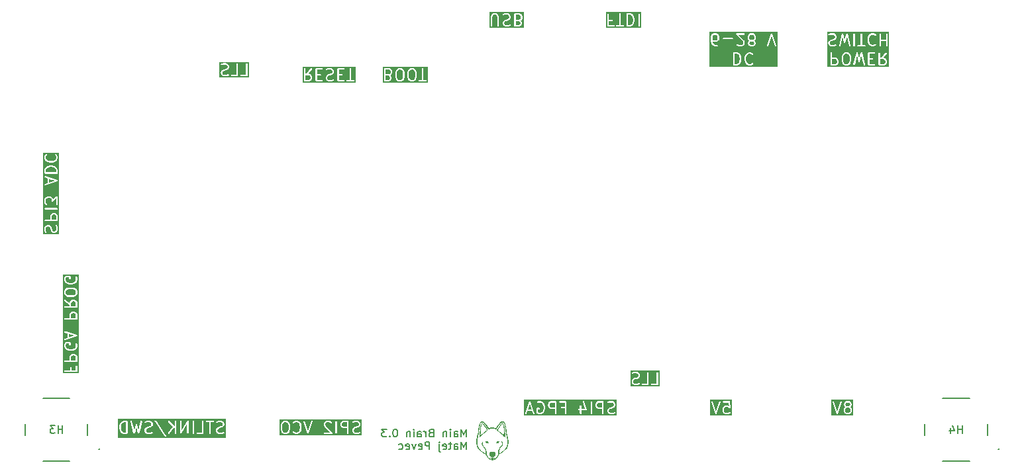
<source format=gbo>
G04 #@! TF.GenerationSoftware,KiCad,Pcbnew,8.0.4*
G04 #@! TF.CreationDate,2024-08-23T16:04:33+02:00*
G04 #@! TF.ProjectId,MCU Powerboard,4d435520-506f-4776-9572-626f6172642e,rev?*
G04 #@! TF.SameCoordinates,Original*
G04 #@! TF.FileFunction,Legend,Bot*
G04 #@! TF.FilePolarity,Positive*
%FSLAX46Y46*%
G04 Gerber Fmt 4.6, Leading zero omitted, Abs format (unit mm)*
G04 Created by KiCad (PCBNEW 8.0.4) date 2024-08-23 16:04:33*
%MOMM*%
%LPD*%
G01*
G04 APERTURE LIST*
%ADD10C,0.000000*%
%ADD11C,0.187500*%
%ADD12C,0.150000*%
%ADD13C,0.200000*%
%ADD14C,1.700000*%
%ADD15O,1.700000X1.700000*%
%ADD16R,1.700000X1.700000*%
%ADD17C,2.925000*%
%ADD18C,0.790000*%
%ADD19O,1.400000X2.200000*%
%ADD20O,1.260000X2.760000*%
%ADD21C,1.540000*%
%ADD22C,1.950000*%
%ADD23R,2.775000X2.775000*%
%ADD24C,2.775000*%
G04 APERTURE END LIST*
D10*
G36*
X146748437Y-122553400D02*
G01*
X146826113Y-122555458D01*
X146853544Y-122556717D01*
X146875398Y-122558317D01*
X146893194Y-122560399D01*
X146908455Y-122563105D01*
X146922700Y-122566575D01*
X146937451Y-122570951D01*
X146951754Y-122575818D01*
X146965511Y-122581251D01*
X146978717Y-122587243D01*
X146991369Y-122593787D01*
X147003466Y-122600876D01*
X147015003Y-122608503D01*
X147025978Y-122616661D01*
X147036388Y-122625343D01*
X147046229Y-122634542D01*
X147055500Y-122644251D01*
X147064196Y-122654463D01*
X147072315Y-122665170D01*
X147079854Y-122676368D01*
X147086809Y-122688047D01*
X147093179Y-122700201D01*
X147098960Y-122712823D01*
X147104148Y-122725906D01*
X147108742Y-122739444D01*
X147112737Y-122753428D01*
X147116132Y-122767853D01*
X147118922Y-122782711D01*
X147121106Y-122797995D01*
X147122680Y-122813698D01*
X147123640Y-122829813D01*
X147123985Y-122846333D01*
X147123711Y-122863252D01*
X147122815Y-122880561D01*
X147121294Y-122898255D01*
X147119145Y-122916327D01*
X147116365Y-122934768D01*
X147112952Y-122953573D01*
X147108902Y-122972733D01*
X147107108Y-122979797D01*
X147104835Y-122987269D01*
X147102101Y-122995114D01*
X147098924Y-123003299D01*
X147095322Y-123011790D01*
X147091314Y-123020553D01*
X147086917Y-123029553D01*
X147082149Y-123038757D01*
X147077029Y-123048130D01*
X147071574Y-123057638D01*
X147065804Y-123067248D01*
X147059736Y-123076925D01*
X147053387Y-123086635D01*
X147046778Y-123096345D01*
X147039924Y-123106019D01*
X147032845Y-123115624D01*
X147027248Y-123122759D01*
X147021266Y-123129779D01*
X147014889Y-123136690D01*
X147008107Y-123143500D01*
X147000909Y-123150218D01*
X146993285Y-123156851D01*
X146985224Y-123163407D01*
X146976715Y-123169893D01*
X146967748Y-123176319D01*
X146958313Y-123182690D01*
X146948398Y-123189016D01*
X146937993Y-123195303D01*
X146927088Y-123201561D01*
X146915672Y-123207796D01*
X146903735Y-123214017D01*
X146891265Y-123220230D01*
X146882560Y-123224616D01*
X146871933Y-123230200D01*
X146846561Y-123244049D01*
X146818443Y-123259945D01*
X146790874Y-123276057D01*
X146777970Y-123283650D01*
X146765649Y-123290720D01*
X146754199Y-123297111D01*
X146743912Y-123302671D01*
X146735077Y-123307245D01*
X146727983Y-123310681D01*
X146722922Y-123312823D01*
X146721244Y-123313361D01*
X146720183Y-123313519D01*
X146718957Y-123313198D01*
X146716796Y-123312330D01*
X146709876Y-123309070D01*
X146699845Y-123303964D01*
X146687122Y-123297236D01*
X146672128Y-123289113D01*
X146655283Y-123279818D01*
X146637007Y-123269579D01*
X146617721Y-123258618D01*
X146617721Y-123258619D01*
X146617721Y-123258620D01*
X146617721Y-123258621D01*
X146554897Y-123222499D01*
X146506562Y-123193924D01*
X146486995Y-123181799D01*
X146470050Y-123170760D01*
X146455394Y-123160539D01*
X146442693Y-123150868D01*
X146431615Y-123141482D01*
X146421826Y-123132113D01*
X146412992Y-123122494D01*
X146404781Y-123112357D01*
X146396859Y-123101436D01*
X146388892Y-123089463D01*
X146371492Y-123061294D01*
X146364377Y-123049200D01*
X146357913Y-123037504D01*
X146352072Y-123026093D01*
X146346827Y-123014856D01*
X146342151Y-123003681D01*
X146338016Y-122992457D01*
X146334395Y-122981071D01*
X146331260Y-122969411D01*
X146328584Y-122957366D01*
X146326340Y-122944824D01*
X146324500Y-122931673D01*
X146323037Y-122917801D01*
X146321923Y-122903096D01*
X146321131Y-122887447D01*
X146320634Y-122870741D01*
X146320403Y-122852867D01*
X146320449Y-122834323D01*
X146320822Y-122817070D01*
X146321548Y-122801008D01*
X146322657Y-122786039D01*
X146324177Y-122772064D01*
X146326134Y-122758983D01*
X146328558Y-122746698D01*
X146331475Y-122735109D01*
X146334915Y-122724117D01*
X146338905Y-122713624D01*
X146343473Y-122703530D01*
X146348646Y-122693736D01*
X146354454Y-122684143D01*
X146360923Y-122674651D01*
X146368082Y-122665163D01*
X146375959Y-122655579D01*
X146389901Y-122640032D01*
X146396928Y-122632829D01*
X146404030Y-122625997D01*
X146411236Y-122619527D01*
X146418573Y-122613411D01*
X146426071Y-122607642D01*
X146433758Y-122602213D01*
X146441661Y-122597114D01*
X146449810Y-122592339D01*
X146458232Y-122587880D01*
X146466956Y-122583728D01*
X146476010Y-122579877D01*
X146485422Y-122576318D01*
X146495221Y-122573044D01*
X146505436Y-122570047D01*
X146516094Y-122567318D01*
X146527223Y-122564851D01*
X146538853Y-122562638D01*
X146551011Y-122560670D01*
X146563726Y-122558941D01*
X146577026Y-122557441D01*
X146605495Y-122555102D01*
X146636644Y-122553590D01*
X146670699Y-122552844D01*
X146707888Y-122552802D01*
X146748437Y-122553400D01*
G37*
G36*
X147431597Y-121201972D02*
G01*
X147438555Y-121202281D01*
X147454556Y-121203317D01*
X147469535Y-121204555D01*
X147476127Y-121205241D01*
X147482211Y-121205997D01*
X147487854Y-121206843D01*
X147493123Y-121207796D01*
X147498087Y-121208877D01*
X147502811Y-121210103D01*
X147507364Y-121211496D01*
X147511813Y-121213072D01*
X147516225Y-121214852D01*
X147520668Y-121216854D01*
X147525209Y-121219098D01*
X147529916Y-121221603D01*
X147540095Y-121227470D01*
X147548862Y-121232788D01*
X147556704Y-121237717D01*
X147563663Y-121242311D01*
X147569778Y-121246624D01*
X147575090Y-121250708D01*
X147579641Y-121254618D01*
X147583472Y-121258406D01*
X147585129Y-121260272D01*
X147586622Y-121262127D01*
X147587954Y-121263979D01*
X147589132Y-121265833D01*
X147590161Y-121267698D01*
X147591045Y-121269579D01*
X147591789Y-121271484D01*
X147592399Y-121273418D01*
X147592880Y-121275388D01*
X147593237Y-121277403D01*
X147593475Y-121279467D01*
X147593599Y-121281587D01*
X147593525Y-121286025D01*
X147593056Y-121290770D01*
X147592234Y-121295874D01*
X147590396Y-121302978D01*
X147587379Y-121311145D01*
X147583296Y-121320216D01*
X147578258Y-121330032D01*
X147572378Y-121340437D01*
X147565768Y-121351271D01*
X147558539Y-121362376D01*
X147550805Y-121373594D01*
X147542678Y-121384767D01*
X147534268Y-121395736D01*
X147525689Y-121406344D01*
X147517053Y-121416431D01*
X147508471Y-121425839D01*
X147500057Y-121434411D01*
X147491921Y-121441988D01*
X147484176Y-121448412D01*
X147474352Y-121455883D01*
X147465225Y-121462546D01*
X147456621Y-121468456D01*
X147448363Y-121473666D01*
X147440276Y-121478231D01*
X147432183Y-121482206D01*
X147423911Y-121485643D01*
X147419652Y-121487177D01*
X147415281Y-121488597D01*
X147406120Y-121491123D01*
X147396252Y-121493274D01*
X147385499Y-121495104D01*
X147373688Y-121496668D01*
X147360642Y-121498020D01*
X147346186Y-121499214D01*
X147330143Y-121500303D01*
X147312339Y-121501343D01*
X147275945Y-121503561D01*
X147242741Y-121505960D01*
X147216396Y-121508252D01*
X147206941Y-121509270D01*
X147200576Y-121510154D01*
X147177946Y-121514059D01*
X147187269Y-121478345D01*
X147194858Y-121452614D01*
X147205225Y-121422098D01*
X147217484Y-121388968D01*
X147230752Y-121355393D01*
X147244144Y-121323544D01*
X147256776Y-121295591D01*
X147267763Y-121273705D01*
X147272364Y-121265714D01*
X147276222Y-121260054D01*
X147278864Y-121256801D01*
X147281547Y-121253756D01*
X147284316Y-121250894D01*
X147287215Y-121248189D01*
X147290288Y-121245616D01*
X147293581Y-121243149D01*
X147297138Y-121240763D01*
X147301003Y-121238432D01*
X147305222Y-121236131D01*
X147309838Y-121233833D01*
X147314897Y-121231514D01*
X147320443Y-121229148D01*
X147326520Y-121226709D01*
X147333174Y-121224172D01*
X147340449Y-121221511D01*
X147348389Y-121218700D01*
X147365389Y-121212883D01*
X147372740Y-121210500D01*
X147379478Y-121208445D01*
X147385720Y-121206702D01*
X147391579Y-121205254D01*
X147397173Y-121204084D01*
X147402615Y-121203176D01*
X147408021Y-121202513D01*
X147413508Y-121202077D01*
X147419189Y-121201853D01*
X147425180Y-121201823D01*
X147431597Y-121201972D01*
G37*
G36*
X146025630Y-121202327D02*
G01*
X146031267Y-121202528D01*
X146036664Y-121202902D01*
X146041909Y-121203462D01*
X146047092Y-121204219D01*
X146052300Y-121205184D01*
X146057623Y-121206369D01*
X146063150Y-121207784D01*
X146068970Y-121209442D01*
X146075172Y-121211354D01*
X146089075Y-121215982D01*
X146101196Y-121220317D01*
X146112217Y-121224670D01*
X146122247Y-121229167D01*
X146126925Y-121231509D01*
X146131396Y-121233935D01*
X146135674Y-121236460D01*
X146139772Y-121239099D01*
X146143704Y-121241870D01*
X146147485Y-121244786D01*
X146151126Y-121247865D01*
X146154643Y-121251123D01*
X146158049Y-121254573D01*
X146161357Y-121258234D01*
X146164581Y-121262119D01*
X146167734Y-121266246D01*
X146170831Y-121270629D01*
X146173885Y-121275285D01*
X146176909Y-121280229D01*
X146179918Y-121285477D01*
X146185943Y-121296949D01*
X146192069Y-121309826D01*
X146198404Y-121324235D01*
X146205059Y-121340302D01*
X146212142Y-121358152D01*
X146222255Y-121384533D01*
X146231544Y-121409703D01*
X146239850Y-121433178D01*
X146247016Y-121454474D01*
X146252884Y-121473108D01*
X146257296Y-121488596D01*
X146260094Y-121500454D01*
X146260838Y-121504871D01*
X146261119Y-121508200D01*
X146261040Y-121508754D01*
X146260788Y-121509266D01*
X146260373Y-121509737D01*
X146259803Y-121510167D01*
X146259086Y-121510556D01*
X146258232Y-121510905D01*
X146257248Y-121511213D01*
X146256142Y-121511481D01*
X146253601Y-121511900D01*
X146250675Y-121512161D01*
X146247433Y-121512269D01*
X146243941Y-121512225D01*
X146240266Y-121512031D01*
X146236477Y-121511691D01*
X146232639Y-121511205D01*
X146228821Y-121510576D01*
X146225090Y-121509807D01*
X146221513Y-121508900D01*
X146218157Y-121507856D01*
X146215090Y-121506680D01*
X146215088Y-121506660D01*
X146213467Y-121506117D01*
X146211167Y-121505586D01*
X146208231Y-121505069D01*
X146204702Y-121504568D01*
X146196036Y-121503631D01*
X146185510Y-121502796D01*
X146173468Y-121502088D01*
X146160251Y-121501528D01*
X146146201Y-121501140D01*
X146131661Y-121500947D01*
X146116385Y-121500751D01*
X146102245Y-121500329D01*
X146089134Y-121499652D01*
X146076947Y-121498689D01*
X146065578Y-121497412D01*
X146054922Y-121495791D01*
X146044872Y-121493796D01*
X146035324Y-121491399D01*
X146026172Y-121488570D01*
X146017310Y-121485279D01*
X146008632Y-121481497D01*
X146000033Y-121477195D01*
X145991407Y-121472343D01*
X145982649Y-121466911D01*
X145973652Y-121460871D01*
X145964312Y-121454193D01*
X145955958Y-121447585D01*
X145947209Y-121439784D01*
X145938183Y-121430951D01*
X145928995Y-121421245D01*
X145919762Y-121410828D01*
X145910602Y-121399859D01*
X145901630Y-121388499D01*
X145892964Y-121376908D01*
X145884719Y-121365246D01*
X145877013Y-121353675D01*
X145869962Y-121342355D01*
X145863684Y-121331445D01*
X145858293Y-121321106D01*
X145853908Y-121311499D01*
X145850645Y-121302784D01*
X145848620Y-121295122D01*
X145847866Y-121291081D01*
X145847252Y-121287443D01*
X145846793Y-121284167D01*
X145846499Y-121281212D01*
X145846384Y-121278537D01*
X145846459Y-121276102D01*
X145846572Y-121274962D01*
X145846737Y-121273866D01*
X145846956Y-121272810D01*
X145847230Y-121271788D01*
X145847561Y-121270796D01*
X145847950Y-121269828D01*
X145848399Y-121268879D01*
X145848910Y-121267944D01*
X145849484Y-121267018D01*
X145850122Y-121266096D01*
X145851598Y-121264243D01*
X145853350Y-121262345D01*
X145855391Y-121260360D01*
X145857733Y-121258249D01*
X145860388Y-121255969D01*
X145868059Y-121249674D01*
X145875618Y-121243852D01*
X145883103Y-121238487D01*
X145890551Y-121233566D01*
X145897999Y-121229072D01*
X145905486Y-121224990D01*
X145913049Y-121221306D01*
X145920725Y-121218005D01*
X145928551Y-121215070D01*
X145936567Y-121212488D01*
X145944808Y-121210242D01*
X145953313Y-121208319D01*
X145962120Y-121206702D01*
X145971265Y-121205376D01*
X145980786Y-121204328D01*
X145990722Y-121203540D01*
X146006385Y-121202657D01*
X146013277Y-121202404D01*
X146019663Y-121202290D01*
X146025630Y-121202327D01*
G37*
G36*
X146737065Y-123329616D02*
G01*
X146744870Y-123330343D01*
X146752933Y-123331438D01*
X146761396Y-123332906D01*
X146770404Y-123334750D01*
X146780100Y-123336972D01*
X146802134Y-123342567D01*
X146810055Y-123344487D01*
X146819627Y-123346524D01*
X146830485Y-123348615D01*
X146842263Y-123350699D01*
X146854596Y-123352712D01*
X146867118Y-123354593D01*
X146879463Y-123356281D01*
X146891267Y-123357711D01*
X146986546Y-123368377D01*
X147026501Y-123372826D01*
X147002221Y-123383524D01*
X146999586Y-123384737D01*
X146996710Y-123386159D01*
X146990344Y-123389559D01*
X146983349Y-123393582D01*
X146975954Y-123398086D01*
X146968385Y-123402930D01*
X146960867Y-123407971D01*
X146953629Y-123413068D01*
X146946898Y-123418078D01*
X146936907Y-123425553D01*
X146927127Y-123432444D01*
X146917501Y-123438772D01*
X146907973Y-123444558D01*
X146898487Y-123449823D01*
X146888984Y-123454588D01*
X146879409Y-123458874D01*
X146869705Y-123462701D01*
X146859814Y-123466091D01*
X146849682Y-123469064D01*
X146839250Y-123471642D01*
X146828462Y-123473844D01*
X146817262Y-123475693D01*
X146805592Y-123477208D01*
X146793396Y-123478412D01*
X146780617Y-123479324D01*
X146767014Y-123479987D01*
X146751898Y-123480464D01*
X146735774Y-123480756D01*
X146719146Y-123480862D01*
X146702518Y-123480781D01*
X146686394Y-123480513D01*
X146671278Y-123480059D01*
X146657676Y-123479417D01*
X146657677Y-123479402D01*
X146639442Y-123478215D01*
X146624221Y-123476855D01*
X146617519Y-123476057D01*
X146611302Y-123475154D01*
X146605482Y-123474123D01*
X146599970Y-123472945D01*
X146594677Y-123471598D01*
X146589513Y-123470061D01*
X146584389Y-123468314D01*
X146579216Y-123466334D01*
X146573904Y-123464103D01*
X146568366Y-123461597D01*
X146556250Y-123455682D01*
X146547961Y-123451388D01*
X146539723Y-123446917D01*
X146531750Y-123442401D01*
X146524260Y-123437972D01*
X146517469Y-123433760D01*
X146511594Y-123429895D01*
X146506852Y-123426510D01*
X146504973Y-123425039D01*
X146503458Y-123423736D01*
X146501952Y-123422431D01*
X146500098Y-123420955D01*
X146497922Y-123419323D01*
X146495452Y-123417553D01*
X146489729Y-123413661D01*
X146483139Y-123409414D01*
X146475893Y-123404942D01*
X146468199Y-123400377D01*
X146460269Y-123395853D01*
X146452310Y-123391501D01*
X146414001Y-123371030D01*
X146462075Y-123366760D01*
X146490435Y-123364119D01*
X146516228Y-123361438D01*
X146540124Y-123358620D01*
X146562793Y-123355569D01*
X146584905Y-123352189D01*
X146607131Y-123348384D01*
X146630141Y-123344057D01*
X146654605Y-123339112D01*
X146677516Y-123334570D01*
X146687557Y-123332810D01*
X146696846Y-123331395D01*
X146705528Y-123330329D01*
X146713747Y-123329614D01*
X146721647Y-123329255D01*
X146729372Y-123329254D01*
X146737065Y-123329616D01*
G37*
G36*
X148042710Y-118906113D02*
G01*
X148048299Y-118906404D01*
X148054170Y-118906877D01*
X148060423Y-118907526D01*
X148074468Y-118909319D01*
X148089418Y-118911447D01*
X148095556Y-118912421D01*
X148100911Y-118913392D01*
X148105565Y-118914401D01*
X148109599Y-118915492D01*
X148113096Y-118916708D01*
X148116136Y-118918090D01*
X148118802Y-118919681D01*
X148120020Y-118920569D01*
X148121174Y-118921525D01*
X148123336Y-118923663D01*
X148125367Y-118926137D01*
X148127351Y-118928992D01*
X148129368Y-118932268D01*
X148133829Y-118940258D01*
X148140364Y-118953606D01*
X148147651Y-118970836D01*
X148163959Y-119015143D01*
X148181722Y-119069576D01*
X148199907Y-119130529D01*
X148217481Y-119194398D01*
X148233411Y-119257580D01*
X148246666Y-119316470D01*
X148256213Y-119367464D01*
X148268547Y-119444317D01*
X148272310Y-119466369D01*
X148277169Y-119493494D01*
X148280603Y-119513688D01*
X148283970Y-119536471D01*
X148287257Y-119561725D01*
X148290450Y-119589331D01*
X148293537Y-119619173D01*
X148296505Y-119651133D01*
X148299341Y-119685093D01*
X148302032Y-119720935D01*
X148307544Y-119793311D01*
X148313575Y-119862889D01*
X148320076Y-119929120D01*
X148326994Y-119991452D01*
X148329460Y-120013229D01*
X148331867Y-120036134D01*
X148333942Y-120057444D01*
X148335410Y-120074438D01*
X148336925Y-120091670D01*
X148339116Y-120113631D01*
X148341693Y-120137499D01*
X148344364Y-120160450D01*
X148348628Y-120199991D01*
X148353301Y-120251042D01*
X148363077Y-120376530D01*
X148372102Y-120514613D01*
X148378783Y-120642995D01*
X148380376Y-120677297D01*
X148382176Y-120711621D01*
X148383962Y-120741983D01*
X148385516Y-120764399D01*
X148386076Y-120772728D01*
X148386403Y-120780487D01*
X148386504Y-120787506D01*
X148386384Y-120793618D01*
X148386050Y-120798653D01*
X148385805Y-120800714D01*
X148385509Y-120802442D01*
X148385162Y-120803816D01*
X148384765Y-120804815D01*
X148384319Y-120805419D01*
X148384078Y-120805565D01*
X148383826Y-120805605D01*
X148383510Y-120805511D01*
X148383082Y-120805265D01*
X148381903Y-120804328D01*
X148380312Y-120802824D01*
X148378336Y-120800784D01*
X148376000Y-120798239D01*
X148373330Y-120795219D01*
X148367089Y-120787878D01*
X148359818Y-120779007D01*
X148351721Y-120768851D01*
X148343003Y-120757657D01*
X148333867Y-120745670D01*
X148333870Y-120745671D01*
X148333873Y-120745672D01*
X148333875Y-120745673D01*
X148333877Y-120745673D01*
X148333878Y-120745674D01*
X148318427Y-120725981D01*
X148300131Y-120704062D01*
X148279211Y-120680137D01*
X148255890Y-120654424D01*
X148202928Y-120598512D01*
X148143015Y-120538078D01*
X148077924Y-120474875D01*
X148009426Y-120410653D01*
X147939293Y-120347167D01*
X147869296Y-120286168D01*
X147638781Y-120088976D01*
X147623729Y-120076336D01*
X147605905Y-120061899D01*
X147585969Y-120046170D01*
X147564582Y-120029654D01*
X147542404Y-120012856D01*
X147520096Y-119996282D01*
X147498319Y-119980435D01*
X147477733Y-119965822D01*
X147458489Y-119952064D01*
X147439347Y-119937808D01*
X147402063Y-119908459D01*
X147367270Y-119879090D01*
X147336359Y-119851018D01*
X147322793Y-119837879D01*
X147310719Y-119825558D01*
X147300310Y-119814219D01*
X147291741Y-119804027D01*
X147285184Y-119795146D01*
X147280814Y-119787740D01*
X147279504Y-119784642D01*
X147278805Y-119781974D01*
X147278769Y-119780771D01*
X147392267Y-119780771D01*
X147392306Y-119781022D01*
X147392426Y-119781310D01*
X147392624Y-119781635D01*
X147392899Y-119781996D01*
X147393247Y-119782390D01*
X147393668Y-119782817D01*
X147394718Y-119783763D01*
X147396034Y-119784824D01*
X147397598Y-119785989D01*
X147399395Y-119787248D01*
X147401410Y-119788590D01*
X147403625Y-119790005D01*
X147406025Y-119791483D01*
X147408595Y-119793012D01*
X147411318Y-119794583D01*
X147414177Y-119796185D01*
X147417158Y-119797808D01*
X147420244Y-119799440D01*
X147423419Y-119801073D01*
X147436440Y-119808431D01*
X147453631Y-119819363D01*
X147499127Y-119850871D01*
X147557120Y-119893445D01*
X147624821Y-119944935D01*
X147699441Y-120003192D01*
X147778192Y-120066064D01*
X147858286Y-120131402D01*
X147936933Y-120197055D01*
X148000000Y-120250000D01*
X148064372Y-120303522D01*
X148078527Y-120315543D01*
X148093737Y-120329051D01*
X148109527Y-120343588D01*
X148125420Y-120358692D01*
X148140940Y-120373905D01*
X148155611Y-120388767D01*
X148168955Y-120402818D01*
X148180498Y-120415599D01*
X148200429Y-120438184D01*
X148217125Y-120456695D01*
X148228838Y-120469221D01*
X148232278Y-120472642D01*
X148233298Y-120473538D01*
X148233816Y-120473850D01*
X148233937Y-120473738D01*
X148234046Y-120473392D01*
X148234227Y-120472024D01*
X148234449Y-120466742D01*
X148234487Y-120458375D01*
X148234349Y-120447295D01*
X148234042Y-120433875D01*
X148233572Y-120418486D01*
X148232946Y-120401499D01*
X148232171Y-120383287D01*
X148232156Y-120383284D01*
X148211562Y-119961032D01*
X148203977Y-119830819D01*
X148197878Y-119748600D01*
X148185469Y-119611321D01*
X148177733Y-119545751D01*
X148165439Y-119465279D01*
X148149867Y-119376268D01*
X148132297Y-119285079D01*
X148114009Y-119198075D01*
X148096284Y-119121617D01*
X148080403Y-119062068D01*
X148073553Y-119040623D01*
X148067644Y-119025790D01*
X148066602Y-119023800D01*
X148065397Y-119021844D01*
X148064038Y-119019926D01*
X148062533Y-119018049D01*
X148060888Y-119016217D01*
X148059113Y-119014431D01*
X148057215Y-119012695D01*
X148055200Y-119011013D01*
X148053078Y-119009388D01*
X148050856Y-119007823D01*
X148048541Y-119006320D01*
X148046141Y-119004883D01*
X148041117Y-119002221D01*
X148035847Y-118999861D01*
X148030391Y-118997829D01*
X148024811Y-118996149D01*
X148019170Y-118994847D01*
X148016345Y-118994346D01*
X148013527Y-118993948D01*
X148010725Y-118993658D01*
X148007946Y-118993477D01*
X148005198Y-118993411D01*
X148002487Y-118993460D01*
X147999823Y-118993630D01*
X147997213Y-118993922D01*
X147994664Y-118994341D01*
X147992184Y-118994888D01*
X147990221Y-118995473D01*
X147988124Y-118996273D01*
X147985899Y-118997282D01*
X147983551Y-118998495D01*
X147978509Y-119001513D01*
X147973041Y-119005284D01*
X147967191Y-119009766D01*
X147961003Y-119014917D01*
X147954520Y-119020695D01*
X147947785Y-119027058D01*
X147940842Y-119033963D01*
X147933735Y-119041368D01*
X147926506Y-119049231D01*
X147919200Y-119057510D01*
X147911860Y-119066163D01*
X147904530Y-119075147D01*
X147897253Y-119084420D01*
X147890072Y-119093940D01*
X147703860Y-119348876D01*
X147546552Y-119565793D01*
X147534886Y-119582160D01*
X147514947Y-119609637D01*
X147461421Y-119682587D01*
X147434575Y-119719316D01*
X147412588Y-119750070D01*
X147397729Y-119771629D01*
X147393681Y-119777953D01*
X147392627Y-119779826D01*
X147392267Y-119780771D01*
X147278769Y-119780771D01*
X147278739Y-119779758D01*
X147279329Y-119778013D01*
X147281377Y-119774922D01*
X147285359Y-119769129D01*
X147298182Y-119750777D01*
X147315918Y-119725636D01*
X147336685Y-119696386D01*
X147375563Y-119641317D01*
X147388795Y-119622231D01*
X147395325Y-119612450D01*
X147407207Y-119595222D01*
X147435026Y-119555863D01*
X147521857Y-119434149D01*
X147705263Y-119177049D01*
X147727934Y-119145225D01*
X147747236Y-119118727D01*
X147764491Y-119095952D01*
X147781021Y-119075299D01*
X147798148Y-119055166D01*
X147817195Y-119033950D01*
X147839482Y-119010049D01*
X147866334Y-118981861D01*
X147914823Y-118931254D01*
X147971647Y-118917109D01*
X147988837Y-118912949D01*
X148003208Y-118909819D01*
X148009583Y-118908622D01*
X148015550Y-118907660D01*
X148021206Y-118906925D01*
X148026652Y-118906411D01*
X148031985Y-118906109D01*
X148037305Y-118906012D01*
X148042710Y-118906113D01*
G37*
G36*
X145411541Y-118907695D02*
G01*
X145424390Y-118908788D01*
X145437630Y-118910456D01*
X145451200Y-118912704D01*
X145465038Y-118915536D01*
X145479084Y-118918958D01*
X145526611Y-118931465D01*
X145592603Y-119000405D01*
X145616417Y-119025460D01*
X145626971Y-119036890D01*
X145637209Y-119048365D01*
X145647570Y-119060465D01*
X145658492Y-119073774D01*
X145670417Y-119088872D01*
X145683781Y-119106342D01*
X145699026Y-119126765D01*
X145716590Y-119150723D01*
X145736912Y-119178798D01*
X145760431Y-119211571D01*
X145818821Y-119293541D01*
X145895272Y-119401287D01*
X146105342Y-119697124D01*
X146127663Y-119729011D01*
X146137426Y-119743366D01*
X146145943Y-119756182D01*
X146152978Y-119767100D01*
X146158295Y-119775759D01*
X146161658Y-119781801D01*
X146162533Y-119783727D01*
X146162832Y-119784864D01*
X146162765Y-119785293D01*
X146162568Y-119785854D01*
X146161797Y-119787355D01*
X146160542Y-119789335D01*
X146158830Y-119791765D01*
X146156688Y-119794612D01*
X146154140Y-119797847D01*
X146151214Y-119801439D01*
X146147935Y-119805357D01*
X146140422Y-119814048D01*
X146131810Y-119823674D01*
X146122306Y-119833988D01*
X146112118Y-119844746D01*
X146105478Y-119851539D01*
X146098535Y-119858396D01*
X146083695Y-119872340D01*
X146067513Y-119886646D01*
X146049907Y-119901382D01*
X146030792Y-119916618D01*
X146010084Y-119932421D01*
X145987698Y-119948861D01*
X145963551Y-119966006D01*
X145902623Y-120011225D01*
X145824884Y-120072874D01*
X145735543Y-120146487D01*
X145639811Y-120227593D01*
X145542898Y-120311723D01*
X145450014Y-120394410D01*
X145366369Y-120471185D01*
X145297173Y-120537578D01*
X145271049Y-120563768D01*
X145244696Y-120590736D01*
X145218831Y-120617708D01*
X145194173Y-120643914D01*
X145171440Y-120668583D01*
X145151352Y-120690942D01*
X145134626Y-120710221D01*
X145121982Y-120725648D01*
X145084123Y-120773803D01*
X145063670Y-120799412D01*
X145063060Y-120800083D01*
X145062485Y-120800604D01*
X145061944Y-120800966D01*
X145061686Y-120801085D01*
X145061437Y-120801161D01*
X145061195Y-120801193D01*
X145060962Y-120801181D01*
X145060737Y-120801122D01*
X145060520Y-120801017D01*
X145060312Y-120800863D01*
X145060111Y-120800661D01*
X145059918Y-120800408D01*
X145059734Y-120800104D01*
X145059388Y-120799337D01*
X145059073Y-120798353D01*
X145058789Y-120797143D01*
X145058535Y-120795698D01*
X145058311Y-120794010D01*
X145058117Y-120792070D01*
X145057952Y-120789871D01*
X145057816Y-120787402D01*
X145057708Y-120784657D01*
X145057629Y-120781626D01*
X145057551Y-120774673D01*
X145057581Y-120766477D01*
X145057715Y-120756969D01*
X145057950Y-120746081D01*
X145058282Y-120733747D01*
X145058709Y-120719897D01*
X145059228Y-120704464D01*
X145059228Y-120704465D01*
X145059229Y-120704465D01*
X145059230Y-120704466D01*
X145059230Y-120704467D01*
X145059231Y-120704467D01*
X145059231Y-120704468D01*
X145061080Y-120658072D01*
X145063456Y-120608997D01*
X145066049Y-120563091D01*
X145068548Y-120526203D01*
X145072181Y-120477027D01*
X145203505Y-120477027D01*
X145232910Y-120446072D01*
X145264510Y-120412529D01*
X145299194Y-120375353D01*
X145299176Y-120375351D01*
X145319957Y-120354611D01*
X145349887Y-120327098D01*
X145432079Y-120255846D01*
X145535528Y-120169778D01*
X145650010Y-120077073D01*
X145765304Y-119985913D01*
X145871184Y-119904477D01*
X145957428Y-119840947D01*
X145989992Y-119818452D01*
X146013814Y-119803502D01*
X146052321Y-119781567D01*
X145984445Y-119689783D01*
X145931124Y-119617161D01*
X145910714Y-119588999D01*
X145898241Y-119571448D01*
X145798762Y-119432208D01*
X145669787Y-119257009D01*
X145553932Y-119103132D01*
X145514243Y-119052090D01*
X145493816Y-119027860D01*
X145487015Y-119021632D01*
X145480638Y-119016093D01*
X145474628Y-119011225D01*
X145468926Y-119007011D01*
X145463477Y-119003436D01*
X145460829Y-119001882D01*
X145458222Y-119000481D01*
X145455650Y-118999231D01*
X145453104Y-118998130D01*
X145450579Y-118997176D01*
X145448066Y-118996366D01*
X145445559Y-118995699D01*
X145443051Y-118995173D01*
X145440534Y-118994785D01*
X145438001Y-118994533D01*
X145435445Y-118994415D01*
X145432859Y-118994430D01*
X145430236Y-118994574D01*
X145427568Y-118994846D01*
X145424848Y-118995244D01*
X145422070Y-118995765D01*
X145416308Y-118997171D01*
X145410224Y-118999045D01*
X145403762Y-119001372D01*
X145398131Y-119003488D01*
X145393206Y-119005429D01*
X145390973Y-119006425D01*
X145388872Y-119007487D01*
X145386889Y-119008650D01*
X145385008Y-119009953D01*
X145383217Y-119011431D01*
X145381498Y-119013120D01*
X145379839Y-119015058D01*
X145378224Y-119017280D01*
X145376637Y-119019823D01*
X145375066Y-119022723D01*
X145373494Y-119026017D01*
X145371907Y-119029742D01*
X145370290Y-119033934D01*
X145368629Y-119038629D01*
X145366909Y-119043865D01*
X145365114Y-119049676D01*
X145363231Y-119056100D01*
X145361244Y-119063174D01*
X145356900Y-119079415D01*
X145351965Y-119098691D01*
X145346321Y-119121293D01*
X145332431Y-119177645D01*
X145320650Y-119227455D01*
X145309242Y-119279552D01*
X145298403Y-119332854D01*
X145288329Y-119386278D01*
X145279217Y-119438743D01*
X145271262Y-119489165D01*
X145264661Y-119536464D01*
X145259609Y-119579556D01*
X145245506Y-119720125D01*
X145240392Y-119778477D01*
X145235966Y-119837702D01*
X145231775Y-119904423D01*
X145227366Y-119985261D01*
X145216082Y-120215777D01*
X145206630Y-120412483D01*
X145203505Y-120477027D01*
X145072181Y-120477027D01*
X145074531Y-120445216D01*
X145080924Y-120354086D01*
X145085578Y-120289319D01*
X145090623Y-120228294D01*
X145096946Y-120161009D01*
X145105434Y-120077468D01*
X145117847Y-119954527D01*
X145124285Y-119890520D01*
X145130409Y-119831585D01*
X145132946Y-119805746D01*
X145135487Y-119776289D01*
X145137741Y-119746842D01*
X145139412Y-119721032D01*
X145141008Y-119696247D01*
X145143059Y-119669950D01*
X145148221Y-119615731D01*
X145151177Y-119589264D01*
X145154281Y-119564194D01*
X145157456Y-119541250D01*
X145160623Y-119521159D01*
X145163417Y-119504151D01*
X145166765Y-119482836D01*
X145170246Y-119459935D01*
X145173440Y-119438173D01*
X145181822Y-119383330D01*
X145185948Y-119358862D01*
X145189945Y-119336822D01*
X145193747Y-119317554D01*
X145197289Y-119301402D01*
X145200506Y-119288711D01*
X145203334Y-119279825D01*
X145204569Y-119276441D01*
X145205609Y-119273285D01*
X145206440Y-119270425D01*
X145207048Y-119267929D01*
X145207263Y-119266840D01*
X145207418Y-119265868D01*
X145207509Y-119265022D01*
X145207535Y-119264310D01*
X145207494Y-119263742D01*
X145207385Y-119263325D01*
X145207304Y-119263176D01*
X145207206Y-119263068D01*
X145207089Y-119263003D01*
X145206954Y-119262981D01*
X145206820Y-119262961D01*
X145206703Y-119262900D01*
X145206603Y-119262799D01*
X145206520Y-119262661D01*
X145206453Y-119262485D01*
X145206403Y-119262273D01*
X145206368Y-119262025D01*
X145206350Y-119261743D01*
X145206347Y-119261428D01*
X145206359Y-119261081D01*
X145206430Y-119260293D01*
X145206561Y-119259388D01*
X145206750Y-119258374D01*
X145206995Y-119257259D01*
X145207295Y-119256050D01*
X145207648Y-119254757D01*
X145208053Y-119253387D01*
X145208508Y-119251948D01*
X145209012Y-119250448D01*
X145209563Y-119248895D01*
X145210159Y-119247298D01*
X145211423Y-119243787D01*
X145212724Y-119239816D01*
X145214024Y-119235521D01*
X145215287Y-119231039D01*
X145216476Y-119226506D01*
X145217554Y-119222059D01*
X145218484Y-119217835D01*
X145219228Y-119213970D01*
X145221986Y-119200278D01*
X145225836Y-119184045D01*
X145236236Y-119145686D01*
X145249272Y-119102353D01*
X145263786Y-119057506D01*
X145278620Y-119014608D01*
X145292616Y-118977117D01*
X145304618Y-118948497D01*
X145309509Y-118938594D01*
X145313467Y-118932206D01*
X145315589Y-118929688D01*
X145317985Y-118927299D01*
X145320646Y-118925041D01*
X145323565Y-118922913D01*
X145326735Y-118920918D01*
X145330147Y-118919054D01*
X145333795Y-118917323D01*
X145337670Y-118915725D01*
X145341766Y-118914261D01*
X145346073Y-118912932D01*
X145355295Y-118910679D01*
X145365273Y-118908972D01*
X145375948Y-118907815D01*
X145387259Y-118907213D01*
X145399143Y-118907171D01*
X145411541Y-118907695D01*
G37*
G36*
X148081561Y-118679684D02*
G01*
X148097778Y-118680346D01*
X148112616Y-118681441D01*
X148126205Y-118682995D01*
X148138673Y-118685033D01*
X148150149Y-118687579D01*
X148160762Y-118690658D01*
X148170642Y-118694294D01*
X148179916Y-118698514D01*
X148188714Y-118703340D01*
X148197166Y-118708799D01*
X148205399Y-118714915D01*
X148213543Y-118721713D01*
X148242457Y-118746882D01*
X148267205Y-118768123D01*
X148270419Y-118771000D01*
X148273559Y-118774149D01*
X148276661Y-118777637D01*
X148279762Y-118781534D01*
X148282898Y-118785906D01*
X148286107Y-118790823D01*
X148289425Y-118796352D01*
X148292889Y-118802562D01*
X148296535Y-118809521D01*
X148300402Y-118817296D01*
X148304524Y-118825956D01*
X148308940Y-118835569D01*
X148313686Y-118846204D01*
X148318798Y-118857928D01*
X148330271Y-118884917D01*
X148347204Y-118926499D01*
X148362788Y-118967010D01*
X148369534Y-118985414D01*
X148375294Y-119001812D01*
X148379851Y-119015623D01*
X148382990Y-119026268D01*
X148421892Y-119169887D01*
X148456367Y-119294359D01*
X148458702Y-119303006D01*
X148460882Y-119312018D01*
X148462860Y-119321128D01*
X148464587Y-119330074D01*
X148466015Y-119338589D01*
X148467097Y-119346408D01*
X148467785Y-119353268D01*
X148468031Y-119358903D01*
X148468159Y-119364462D01*
X148468508Y-119371103D01*
X148469055Y-119378577D01*
X148469774Y-119386635D01*
X148470643Y-119395026D01*
X148471635Y-119403503D01*
X148472728Y-119411814D01*
X148473897Y-119419711D01*
X148476447Y-119437392D01*
X148479083Y-119458267D01*
X148481497Y-119479729D01*
X148483378Y-119499170D01*
X148484972Y-119515980D01*
X148486603Y-119530276D01*
X148487373Y-119536008D01*
X148488081Y-119540544D01*
X148488703Y-119543696D01*
X148488974Y-119544693D01*
X148489214Y-119545273D01*
X148489457Y-119545916D01*
X148489733Y-119547102D01*
X148490377Y-119550980D01*
X148491120Y-119556667D01*
X148491938Y-119563922D01*
X148492805Y-119572505D01*
X148493696Y-119582175D01*
X148494586Y-119592693D01*
X148495450Y-119603816D01*
X148497218Y-119625493D01*
X148499040Y-119643843D01*
X148499904Y-119651165D01*
X148500699Y-119656930D01*
X148501399Y-119660895D01*
X148501705Y-119662127D01*
X148501977Y-119662819D01*
X148502262Y-119663555D01*
X148502605Y-119664921D01*
X148503448Y-119669406D01*
X148504469Y-119675996D01*
X148505632Y-119684411D01*
X148506899Y-119694372D01*
X148508234Y-119705600D01*
X148509600Y-119717817D01*
X148510959Y-119730744D01*
X148520797Y-119823511D01*
X148525280Y-119860701D01*
X148530122Y-119896263D01*
X148535812Y-119933572D01*
X148542837Y-119976004D01*
X148562845Y-120089741D01*
X148572132Y-120141992D01*
X148585816Y-120218830D01*
X148591199Y-120245277D01*
X148600990Y-120290021D01*
X148613796Y-120346809D01*
X148628222Y-120409388D01*
X148662675Y-120559454D01*
X148695216Y-120704448D01*
X148732855Y-120873492D01*
X148739421Y-120902814D01*
X148745577Y-120933042D01*
X148751502Y-120965305D01*
X148757375Y-121000733D01*
X148763375Y-121040458D01*
X148769679Y-121085610D01*
X148776467Y-121137318D01*
X148783918Y-121196714D01*
X148785522Y-121211661D01*
X148786741Y-121227361D01*
X148787576Y-121243818D01*
X148788025Y-121261034D01*
X148788090Y-121279013D01*
X148787769Y-121297759D01*
X148785972Y-121337565D01*
X148782632Y-121380479D01*
X148777748Y-121426530D01*
X148771319Y-121475746D01*
X148763344Y-121528154D01*
X148753157Y-121591815D01*
X148746851Y-121632654D01*
X148744490Y-121644397D01*
X148740185Y-121660953D01*
X148726610Y-121706047D01*
X148707864Y-121763031D01*
X148685682Y-121827000D01*
X148661804Y-121893050D01*
X148637967Y-121956276D01*
X148615908Y-122011772D01*
X148597365Y-122054633D01*
X148553554Y-122149007D01*
X148432393Y-122271050D01*
X148340049Y-122361796D01*
X148248855Y-122446911D01*
X148159331Y-122525976D01*
X148071993Y-122598577D01*
X147987359Y-122664297D01*
X147946219Y-122694446D01*
X147905948Y-122722719D01*
X147866612Y-122749063D01*
X147828277Y-122773426D01*
X147791005Y-122795757D01*
X147754863Y-122816003D01*
X147726720Y-122831031D01*
X147702511Y-122843593D01*
X147681832Y-122853869D01*
X147664279Y-122862040D01*
X147649448Y-122868285D01*
X147636936Y-122872784D01*
X147631422Y-122874435D01*
X147626337Y-122875717D01*
X147621629Y-122876652D01*
X147617249Y-122877263D01*
X147587145Y-122880513D01*
X147554327Y-122952361D01*
X147533139Y-122997134D01*
X147509827Y-123043503D01*
X147484956Y-123090471D01*
X147459094Y-123137041D01*
X147432807Y-123182216D01*
X147406661Y-123224998D01*
X147381223Y-123264393D01*
X147357060Y-123299401D01*
X147336999Y-123326799D01*
X147327677Y-123339012D01*
X147318586Y-123350478D01*
X147309547Y-123361377D01*
X147300379Y-123371892D01*
X147290902Y-123382203D01*
X147280935Y-123392492D01*
X147270298Y-123402941D01*
X147258811Y-123413732D01*
X147246292Y-123425045D01*
X147232562Y-123437063D01*
X147200748Y-123463939D01*
X147161924Y-123495810D01*
X147152103Y-123503155D01*
X147139911Y-123511179D01*
X147125549Y-123519791D01*
X147109225Y-123528898D01*
X147091141Y-123538408D01*
X147071502Y-123548229D01*
X147028380Y-123568436D01*
X146981492Y-123588782D01*
X146932476Y-123608529D01*
X146882968Y-123626941D01*
X146858540Y-123635415D01*
X146834603Y-123643280D01*
X146756498Y-123668262D01*
X146722216Y-123679406D01*
X146721298Y-123679337D01*
X146719216Y-123678882D01*
X146711809Y-123676889D01*
X146700486Y-123673577D01*
X146685739Y-123669096D01*
X146647941Y-123657234D01*
X146602349Y-123642511D01*
X146602353Y-123642528D01*
X146574128Y-123633052D01*
X146546072Y-123623138D01*
X146518346Y-123612853D01*
X146491111Y-123602259D01*
X146464526Y-123591421D01*
X146438752Y-123580402D01*
X146413950Y-123569266D01*
X146390279Y-123558077D01*
X146360880Y-123543637D01*
X146336672Y-123531227D01*
X146326056Y-123525484D01*
X146316189Y-123519889D01*
X146306886Y-123514323D01*
X146297966Y-123508666D01*
X146289244Y-123502798D01*
X146280538Y-123496600D01*
X146271664Y-123489953D01*
X146262439Y-123482736D01*
X146242203Y-123466115D01*
X146218367Y-123445780D01*
X146196206Y-123426426D01*
X146177206Y-123409160D01*
X146168646Y-123401043D01*
X146160581Y-123393128D01*
X146152912Y-123385307D01*
X146145541Y-123377473D01*
X146138370Y-123369521D01*
X146131300Y-123361342D01*
X146124233Y-123352829D01*
X146117069Y-123343877D01*
X146102061Y-123324225D01*
X146085488Y-123301529D01*
X146061286Y-123266263D01*
X146034852Y-123224914D01*
X146007139Y-123179168D01*
X145979103Y-123130713D01*
X145951699Y-123081235D01*
X145925883Y-123032421D01*
X145902608Y-122985959D01*
X145882830Y-122943536D01*
X145853454Y-122877455D01*
X145826756Y-122877455D01*
X145822562Y-122877325D01*
X145818232Y-122876907D01*
X145813666Y-122876157D01*
X145808761Y-122875028D01*
X145803418Y-122873477D01*
X145797535Y-122871460D01*
X145791010Y-122868931D01*
X145783743Y-122865846D01*
X145775632Y-122862161D01*
X145766575Y-122857831D01*
X145756472Y-122852811D01*
X145745222Y-122847057D01*
X145732723Y-122840525D01*
X145718873Y-122833169D01*
X145686719Y-122815808D01*
X145655559Y-122798582D01*
X145626741Y-122782018D01*
X145599459Y-122765593D01*
X145572903Y-122748782D01*
X145546267Y-122731060D01*
X145518742Y-122711903D01*
X145489520Y-122690785D01*
X145457794Y-122667183D01*
X145402420Y-122624512D01*
X145345144Y-122578462D01*
X145286648Y-122529632D01*
X145227617Y-122478622D01*
X145168734Y-122426035D01*
X145110681Y-122372469D01*
X145054143Y-122318525D01*
X144999803Y-122264804D01*
X144890988Y-122155175D01*
X144845166Y-122056822D01*
X144822830Y-122006039D01*
X144799170Y-121947296D01*
X144775290Y-121883814D01*
X144752296Y-121818815D01*
X144731291Y-121755521D01*
X144713382Y-121697154D01*
X144699673Y-121646935D01*
X144694739Y-121625888D01*
X144691269Y-121608087D01*
X144672104Y-121490430D01*
X144665740Y-121446965D01*
X144661145Y-121410375D01*
X144658036Y-121378138D01*
X144657890Y-121375801D01*
X144783981Y-121375801D01*
X144784451Y-121392939D01*
X144785693Y-121403291D01*
X144788135Y-121422388D01*
X144795199Y-121475925D01*
X144811117Y-121597277D01*
X144814030Y-121612730D01*
X144819455Y-121634161D01*
X144836523Y-121691316D01*
X144859693Y-121761456D01*
X144886338Y-121837297D01*
X144913830Y-121911553D01*
X144939541Y-121976938D01*
X144960844Y-122026167D01*
X144969021Y-122042447D01*
X144975110Y-122051956D01*
X144980411Y-122057961D01*
X144989107Y-122067515D01*
X145014852Y-122095302D01*
X145048677Y-122131383D01*
X145086911Y-122171824D01*
X145275766Y-122370752D01*
X145369547Y-122469535D01*
X145566295Y-122604340D01*
X145695497Y-122692488D01*
X145775348Y-122745783D01*
X145800523Y-122761803D01*
X145817868Y-122772040D01*
X145828887Y-122777472D01*
X145832493Y-122778692D01*
X145835080Y-122779076D01*
X145835482Y-122779035D01*
X145835884Y-122778910D01*
X145836288Y-122778703D01*
X145836692Y-122778416D01*
X145837096Y-122778049D01*
X145837500Y-122777605D01*
X145837903Y-122777084D01*
X145838304Y-122776489D01*
X145838703Y-122775821D01*
X145839100Y-122775082D01*
X145839495Y-122774272D01*
X145839886Y-122773394D01*
X145840656Y-122771438D01*
X145841407Y-122769226D01*
X145842136Y-122766770D01*
X145842838Y-122764081D01*
X145843509Y-122761173D01*
X145844147Y-122758058D01*
X145844747Y-122754746D01*
X145845305Y-122751251D01*
X145845817Y-122747584D01*
X145846280Y-122743757D01*
X145848268Y-122727398D01*
X145850752Y-122708983D01*
X145853415Y-122690769D01*
X145855942Y-122675011D01*
X145857084Y-122667502D01*
X145858152Y-122658951D01*
X145859120Y-122649655D01*
X145859966Y-122639913D01*
X145860666Y-122630021D01*
X145861195Y-122620279D01*
X145861530Y-122610982D01*
X145861647Y-122602430D01*
X145861486Y-122589125D01*
X145860925Y-122575738D01*
X145859845Y-122561234D01*
X145858126Y-122544575D01*
X145855651Y-122524724D01*
X145852300Y-122500644D01*
X145847955Y-122471299D01*
X145842496Y-122435651D01*
X145840461Y-122425059D01*
X145837371Y-122412586D01*
X145833308Y-122398426D01*
X145828350Y-122382778D01*
X145816062Y-122347796D01*
X145801139Y-122309212D01*
X145784213Y-122268593D01*
X145765914Y-122227508D01*
X145746874Y-122187529D01*
X145727723Y-122150222D01*
X145720084Y-122136263D01*
X145712155Y-122122390D01*
X145703835Y-122108466D01*
X145695023Y-122094353D01*
X145685618Y-122079914D01*
X145675517Y-122065010D01*
X145664620Y-122049505D01*
X145652826Y-122033261D01*
X145626137Y-121998004D01*
X145594639Y-121958139D01*
X145557522Y-121912564D01*
X145513973Y-121860179D01*
X145487129Y-121827732D01*
X145459746Y-121793962D01*
X145435034Y-121762863D01*
X145416200Y-121738430D01*
X145380259Y-121690508D01*
X145366990Y-121609547D01*
X145353722Y-121528586D01*
X145368072Y-121476131D01*
X145376171Y-121446899D01*
X145383094Y-121423522D01*
X145386374Y-121413457D01*
X145389672Y-121404170D01*
X145393093Y-121395433D01*
X145396741Y-121387016D01*
X145400718Y-121378692D01*
X145405130Y-121370231D01*
X145410081Y-121361406D01*
X145415675Y-121351987D01*
X145429206Y-121330455D01*
X145446558Y-121303808D01*
X145467282Y-121271915D01*
X145486486Y-121241880D01*
X145502030Y-121217080D01*
X145511773Y-121200892D01*
X145514822Y-121195653D01*
X145517792Y-121190763D01*
X145520607Y-121186330D01*
X145523194Y-121182461D01*
X145525480Y-121179263D01*
X145527390Y-121176843D01*
X145528182Y-121175958D01*
X145528851Y-121175308D01*
X145529390Y-121174906D01*
X145529788Y-121174765D01*
X145529947Y-121174906D01*
X145530100Y-121175326D01*
X145530384Y-121176980D01*
X145530641Y-121179671D01*
X145530869Y-121183342D01*
X145531238Y-121193407D01*
X145531486Y-121206727D01*
X145531606Y-121222856D01*
X145531593Y-121241347D01*
X145531440Y-121261754D01*
X145531143Y-121283631D01*
X145530564Y-121312920D01*
X145529842Y-121337244D01*
X145528931Y-121357103D01*
X145527785Y-121372997D01*
X145526359Y-121385425D01*
X145524607Y-121394887D01*
X145523594Y-121398662D01*
X145522482Y-121401883D01*
X145521266Y-121404612D01*
X145519939Y-121406913D01*
X145513852Y-121417301D01*
X145508164Y-121429179D01*
X145502902Y-121442358D01*
X145498094Y-121456650D01*
X145493766Y-121471867D01*
X145489945Y-121487821D01*
X145486658Y-121504322D01*
X145483933Y-121521183D01*
X145481796Y-121538215D01*
X145480274Y-121555230D01*
X145479395Y-121572040D01*
X145479185Y-121588455D01*
X145479671Y-121604288D01*
X145480881Y-121619351D01*
X145482841Y-121633455D01*
X145485578Y-121646411D01*
X145487847Y-121654737D01*
X145490434Y-121662760D01*
X145491911Y-121666742D01*
X145493545Y-121670749D01*
X145495363Y-121674815D01*
X145497389Y-121678975D01*
X145499650Y-121683261D01*
X145502172Y-121687707D01*
X145504980Y-121692348D01*
X145508102Y-121697216D01*
X145515387Y-121707773D01*
X145524234Y-121719646D01*
X145534852Y-121733107D01*
X145547446Y-121748425D01*
X145562226Y-121765871D01*
X145579398Y-121785715D01*
X145599170Y-121808227D01*
X145621750Y-121833676D01*
X145676162Y-121894471D01*
X145788823Y-122019940D01*
X145864362Y-122173616D01*
X145894227Y-122234984D01*
X145919703Y-122288470D01*
X145938088Y-122328328D01*
X145943778Y-122341349D01*
X145946681Y-122348807D01*
X145950387Y-122364206D01*
X145954985Y-122388785D01*
X145960107Y-122419972D01*
X145965383Y-122455199D01*
X145970443Y-122491893D01*
X145974918Y-122527484D01*
X145978439Y-122559402D01*
X145980636Y-122585076D01*
X145981068Y-122595781D01*
X145981235Y-122609906D01*
X145981149Y-122626848D01*
X145980824Y-122645999D01*
X145980272Y-122666756D01*
X145979506Y-122688512D01*
X145978539Y-122710664D01*
X145977385Y-122732605D01*
X145972846Y-122813214D01*
X145970410Y-122859721D01*
X145970352Y-122862517D01*
X145970426Y-122865322D01*
X145970633Y-122868135D01*
X145970973Y-122870957D01*
X145971445Y-122873790D01*
X145972049Y-122876634D01*
X145972787Y-122879489D01*
X145973658Y-122882356D01*
X145974662Y-122885237D01*
X145975799Y-122888131D01*
X145977070Y-122891040D01*
X145978474Y-122893963D01*
X145980012Y-122896903D01*
X145981684Y-122899859D01*
X145983490Y-122902832D01*
X145985430Y-122905824D01*
X145989861Y-122913004D01*
X145996354Y-122924311D01*
X146004601Y-122939168D01*
X146014290Y-122956998D01*
X146036749Y-122999266D01*
X146061244Y-123046499D01*
X146087868Y-123097288D01*
X146116122Y-123149238D01*
X146142633Y-123196253D01*
X146154180Y-123216006D01*
X146164028Y-123232240D01*
X146177392Y-123253437D01*
X146183262Y-123262463D01*
X146188728Y-123270594D01*
X146193892Y-123277947D01*
X146198857Y-123284637D01*
X146203727Y-123290780D01*
X146208604Y-123296492D01*
X146213590Y-123301888D01*
X146218789Y-123307085D01*
X146224303Y-123312199D01*
X146230236Y-123317344D01*
X146236689Y-123322638D01*
X146243767Y-123328195D01*
X146260205Y-123340564D01*
X146272897Y-123349635D01*
X146288600Y-123360340D01*
X146306692Y-123372284D01*
X146326555Y-123385073D01*
X146347569Y-123398312D01*
X146369114Y-123411606D01*
X146390570Y-123424562D01*
X146411318Y-123436784D01*
X146438574Y-123452374D01*
X146463473Y-123466058D01*
X146486813Y-123478210D01*
X146509391Y-123489204D01*
X146532004Y-123499413D01*
X146555449Y-123509213D01*
X146580524Y-123518977D01*
X146608024Y-123529078D01*
X146647172Y-123542899D01*
X146680705Y-123554322D01*
X146705059Y-123562160D01*
X146712679Y-123564365D01*
X146716668Y-123565228D01*
X146718208Y-123565108D01*
X146720767Y-123564619D01*
X146728703Y-123562605D01*
X146740010Y-123559334D01*
X146754220Y-123554951D01*
X146770864Y-123549606D01*
X146789474Y-123543446D01*
X146809583Y-123536617D01*
X146830723Y-123529267D01*
X146861013Y-123518408D01*
X146887540Y-123508367D01*
X146911497Y-123498588D01*
X146934078Y-123488513D01*
X146956474Y-123477586D01*
X146979878Y-123465248D01*
X147005483Y-123450944D01*
X147034482Y-123434117D01*
X147055509Y-123421595D01*
X147077128Y-123408421D01*
X147119675Y-123381701D01*
X147139371Y-123368943D01*
X147157193Y-123357114D01*
X147172525Y-123346608D01*
X147184751Y-123337820D01*
X147200430Y-123325920D01*
X147207200Y-123320540D01*
X147213393Y-123315383D01*
X147219107Y-123310335D01*
X147224445Y-123305277D01*
X147229507Y-123300094D01*
X147234395Y-123294669D01*
X147239208Y-123288886D01*
X147244047Y-123282627D01*
X147249014Y-123275778D01*
X147254210Y-123268220D01*
X147259735Y-123259838D01*
X147265690Y-123250515D01*
X147279293Y-123228581D01*
X147289313Y-123211847D01*
X147301026Y-123191628D01*
X147327825Y-123143822D01*
X147356289Y-123091337D01*
X147383014Y-123040352D01*
X147407484Y-122993212D01*
X147429804Y-122951199D01*
X147447512Y-122918890D01*
X147453866Y-122907805D01*
X147458142Y-122900862D01*
X147460502Y-122897272D01*
X147462593Y-122893925D01*
X147464427Y-122890767D01*
X147466013Y-122887745D01*
X147467363Y-122884805D01*
X147468488Y-122881893D01*
X147469397Y-122878955D01*
X147469774Y-122877459D01*
X147470101Y-122875937D01*
X147470611Y-122872785D01*
X147470937Y-122869447D01*
X147471091Y-122865867D01*
X147471082Y-122861991D01*
X147470921Y-122857768D01*
X147470619Y-122853141D01*
X147470187Y-122848058D01*
X147469634Y-122842465D01*
X147468812Y-122832721D01*
X147467906Y-122818659D01*
X147465961Y-122780234D01*
X147464032Y-122732495D01*
X147462354Y-122680749D01*
X147461488Y-122645923D01*
X147461043Y-122615953D01*
X147461047Y-122589983D01*
X147461529Y-122567158D01*
X147462519Y-122546621D01*
X147464048Y-122527518D01*
X147466144Y-122508993D01*
X147468836Y-122490190D01*
X147484178Y-122391837D01*
X147485468Y-122384088D01*
X147486923Y-122376593D01*
X147488650Y-122369104D01*
X147490757Y-122361372D01*
X147493350Y-122353150D01*
X147496538Y-122344190D01*
X147500426Y-122334242D01*
X147505124Y-122323061D01*
X147510737Y-122310396D01*
X147517373Y-122296001D01*
X147525139Y-122279627D01*
X147534143Y-122261026D01*
X147556293Y-122216151D01*
X147584680Y-122159392D01*
X147653500Y-122022227D01*
X147751853Y-121911323D01*
X147820662Y-121833593D01*
X147872271Y-121774272D01*
X147892418Y-121750291D01*
X147909216Y-121729443D01*
X147922982Y-121711240D01*
X147934034Y-121695191D01*
X147942687Y-121680806D01*
X147949259Y-121667597D01*
X147954066Y-121655074D01*
X147957427Y-121642747D01*
X147959658Y-121630126D01*
X147961075Y-121616723D01*
X147962738Y-121585609D01*
X147963088Y-121573609D01*
X147963086Y-121561903D01*
X147962726Y-121550466D01*
X147962004Y-121539276D01*
X147960914Y-121528312D01*
X147959451Y-121517551D01*
X147957609Y-121506970D01*
X147955384Y-121496548D01*
X147952769Y-121486261D01*
X147949761Y-121476089D01*
X147946352Y-121466007D01*
X147942539Y-121455995D01*
X147938316Y-121446029D01*
X147933677Y-121436088D01*
X147928618Y-121426149D01*
X147923133Y-121416190D01*
X147920605Y-121411699D01*
X147918386Y-121407515D01*
X147917387Y-121405482D01*
X147916459Y-121403458D01*
X147915599Y-121401422D01*
X147914805Y-121399350D01*
X147914075Y-121397221D01*
X147913408Y-121395013D01*
X147912800Y-121392701D01*
X147912250Y-121390266D01*
X147911755Y-121387683D01*
X147911313Y-121384931D01*
X147910923Y-121381987D01*
X147910582Y-121378830D01*
X147910287Y-121375436D01*
X147910037Y-121371783D01*
X147909661Y-121363611D01*
X147909438Y-121354137D01*
X147909350Y-121343180D01*
X147909380Y-121330562D01*
X147909509Y-121316105D01*
X147909999Y-121280954D01*
X147911689Y-121171645D01*
X147933205Y-121205352D01*
X147951305Y-121233819D01*
X147967836Y-121260166D01*
X147987471Y-121291898D01*
X148014886Y-121336524D01*
X148024733Y-121352977D01*
X148029126Y-121360672D01*
X148033205Y-121368107D01*
X148037003Y-121375356D01*
X148040548Y-121382489D01*
X148043872Y-121389578D01*
X148047006Y-121396696D01*
X148049979Y-121403915D01*
X148052823Y-121411305D01*
X148055569Y-121418940D01*
X148058246Y-121426892D01*
X148063519Y-121444030D01*
X148068888Y-121463295D01*
X148087314Y-121532064D01*
X148077723Y-121591590D01*
X148065015Y-121670653D01*
X148064558Y-121672756D01*
X148063806Y-121675169D01*
X148061437Y-121680900D01*
X148057945Y-121687796D01*
X148053367Y-121695805D01*
X148047741Y-121704876D01*
X148041104Y-121714958D01*
X148033493Y-121725999D01*
X148024945Y-121737949D01*
X148015498Y-121750757D01*
X148005189Y-121764370D01*
X147982134Y-121793811D01*
X147956079Y-121825862D01*
X147927320Y-121860116D01*
X147870307Y-121928149D01*
X147822107Y-121988479D01*
X147800862Y-122016460D01*
X147781282Y-122043360D01*
X147763186Y-122069463D01*
X147746394Y-122095050D01*
X147730728Y-122120403D01*
X147716008Y-122145803D01*
X147702053Y-122171533D01*
X147688684Y-122197875D01*
X147675722Y-122225111D01*
X147662986Y-122253522D01*
X147637477Y-122314998D01*
X147626166Y-122343793D01*
X147617204Y-122367729D01*
X147613468Y-122378395D01*
X147610155Y-122388471D01*
X147607211Y-122398164D01*
X147604582Y-122407682D01*
X147602213Y-122417233D01*
X147600050Y-122427025D01*
X147598038Y-122437266D01*
X147596123Y-122448164D01*
X147592365Y-122472762D01*
X147588339Y-122502484D01*
X147584292Y-122533802D01*
X147581386Y-122558604D01*
X147580358Y-122569210D01*
X147579610Y-122578966D01*
X147579142Y-122588131D01*
X147578951Y-122596965D01*
X147579036Y-122605729D01*
X147579396Y-122614681D01*
X147580028Y-122624081D01*
X147580932Y-122634189D01*
X147583547Y-122657568D01*
X147587229Y-122686896D01*
X147590991Y-122716117D01*
X147594018Y-122738111D01*
X147596615Y-122753879D01*
X147597846Y-122759741D01*
X147599084Y-122764423D01*
X147600365Y-122768049D01*
X147601729Y-122770744D01*
X147603214Y-122772635D01*
X147604856Y-122773846D01*
X147606695Y-122774502D01*
X147608767Y-122774729D01*
X147613767Y-122774396D01*
X147615535Y-122774075D01*
X147617692Y-122773461D01*
X147620208Y-122772569D01*
X147623052Y-122771415D01*
X147626195Y-122770017D01*
X147629608Y-122768388D01*
X147633259Y-122766547D01*
X147637120Y-122764509D01*
X147641161Y-122762289D01*
X147645351Y-122759905D01*
X147654062Y-122754705D01*
X147663013Y-122749039D01*
X147667504Y-122746071D01*
X147671966Y-122743034D01*
X148026384Y-122500677D01*
X148033924Y-122495429D01*
X148041497Y-122489904D01*
X148049166Y-122484046D01*
X148056995Y-122477794D01*
X148065046Y-122471089D01*
X148073381Y-122463874D01*
X148082064Y-122456088D01*
X148091157Y-122447674D01*
X148100724Y-122438571D01*
X148110826Y-122428722D01*
X148132889Y-122406546D01*
X148157849Y-122380675D01*
X148186208Y-122350638D01*
X148386262Y-122137586D01*
X148420874Y-122101082D01*
X148434723Y-122086273D01*
X148446722Y-122072916D01*
X148457212Y-122060379D01*
X148466534Y-122048028D01*
X148470863Y-122041725D01*
X148475028Y-122035231D01*
X148479071Y-122028467D01*
X148483035Y-122021355D01*
X148490896Y-122005767D01*
X148498951Y-121987835D01*
X148507542Y-121966925D01*
X148517010Y-121942405D01*
X148539935Y-121880005D01*
X148570455Y-121795572D01*
X148585066Y-121754895D01*
X148597038Y-121720576D01*
X148606692Y-121691513D01*
X148614350Y-121666609D01*
X148620332Y-121644762D01*
X148624959Y-121624873D01*
X148628552Y-121605843D01*
X148631432Y-121586572D01*
X148639538Y-121527444D01*
X148646959Y-121475925D01*
X148648450Y-121463950D01*
X148649725Y-121449523D01*
X148651632Y-121414677D01*
X148652691Y-121374111D01*
X148652915Y-121330551D01*
X148652315Y-121286722D01*
X148650902Y-121245348D01*
X148648688Y-121209154D01*
X148645684Y-121180865D01*
X148635866Y-121118631D01*
X148622707Y-121042812D01*
X148608072Y-120963793D01*
X148593826Y-120891953D01*
X148577336Y-120810601D01*
X148560057Y-120722909D01*
X148543861Y-120640634D01*
X148529966Y-120572306D01*
X148497917Y-120412740D01*
X148463048Y-120229534D01*
X148434053Y-120069417D01*
X148419623Y-119979115D01*
X148406773Y-119856173D01*
X148384344Y-119645855D01*
X148364920Y-119484018D01*
X148347709Y-119364571D01*
X148339685Y-119318840D01*
X148331917Y-119281423D01*
X148313154Y-119200919D01*
X148305661Y-119170402D01*
X148298876Y-119144336D01*
X148292387Y-119121191D01*
X148285781Y-119099437D01*
X148278646Y-119077544D01*
X148270569Y-119053982D01*
X148260297Y-119026242D01*
X148248511Y-118997277D01*
X148235784Y-118968266D01*
X148222689Y-118940387D01*
X148209799Y-118914819D01*
X148197686Y-118892740D01*
X148192101Y-118883377D01*
X148186924Y-118875328D01*
X148182229Y-118868741D01*
X148178086Y-118863763D01*
X148176815Y-118862453D01*
X148175300Y-118860988D01*
X148171623Y-118857657D01*
X148167212Y-118853896D01*
X148162224Y-118849831D01*
X148156817Y-118845588D01*
X148151150Y-118841293D01*
X148145379Y-118837072D01*
X148139661Y-118833051D01*
X148134998Y-118829873D01*
X148130741Y-118827075D01*
X148126774Y-118824632D01*
X148122981Y-118822519D01*
X148121114Y-118821580D01*
X148119247Y-118820714D01*
X148117366Y-118819919D01*
X148115456Y-118819192D01*
X148113502Y-118818530D01*
X148111491Y-118817929D01*
X148109407Y-118817387D01*
X148107237Y-118816901D01*
X148104965Y-118816468D01*
X148102578Y-118816084D01*
X148100060Y-118815748D01*
X148097398Y-118815455D01*
X148091581Y-118814989D01*
X148085012Y-118814662D01*
X148077575Y-118814450D01*
X148069153Y-118814329D01*
X148048893Y-118814266D01*
X148035020Y-118814460D01*
X148019895Y-118815006D01*
X148004006Y-118815866D01*
X147987839Y-118817003D01*
X147971881Y-118818379D01*
X147956619Y-118819954D01*
X147942541Y-118821692D01*
X147930133Y-118823554D01*
X147874809Y-118832820D01*
X147781090Y-118929572D01*
X147756034Y-118955793D01*
X147732831Y-118980866D01*
X147711004Y-119005357D01*
X147690078Y-119029834D01*
X147669580Y-119054865D01*
X147649034Y-119081017D01*
X147627965Y-119108857D01*
X147605898Y-119138954D01*
X147509059Y-119272282D01*
X147499212Y-119285743D01*
X147483761Y-119307099D01*
X147444515Y-119361749D01*
X147353824Y-119488019D01*
X147326241Y-119525952D01*
X147313549Y-119542866D01*
X147306265Y-119552592D01*
X147290360Y-119574375D01*
X147268179Y-119604992D01*
X147242067Y-119641219D01*
X147193857Y-119707772D01*
X147178041Y-119729236D01*
X147170867Y-119738567D01*
X147170522Y-119738791D01*
X147170004Y-119738915D01*
X147169320Y-119738941D01*
X147168473Y-119738871D01*
X147166311Y-119738454D01*
X147163554Y-119737679D01*
X147160241Y-119736563D01*
X147156408Y-119735121D01*
X147152092Y-119733370D01*
X147147332Y-119731326D01*
X147142163Y-119729005D01*
X147136624Y-119726424D01*
X147130751Y-119723599D01*
X147124582Y-119720547D01*
X147118154Y-119717282D01*
X147111505Y-119713823D01*
X147104670Y-119710184D01*
X147097688Y-119706382D01*
X147081836Y-119698026D01*
X147062866Y-119688645D01*
X147041494Y-119678559D01*
X147018433Y-119668086D01*
X146994398Y-119657544D01*
X146970102Y-119647252D01*
X146946260Y-119637530D01*
X146923585Y-119628694D01*
X146882142Y-119613469D01*
X146863491Y-119607052D01*
X146846022Y-119601396D01*
X146829587Y-119596472D01*
X146814036Y-119592254D01*
X146799220Y-119588714D01*
X146784991Y-119585825D01*
X146771199Y-119583559D01*
X146757695Y-119581890D01*
X146744331Y-119580788D01*
X146730958Y-119580229D01*
X146717427Y-119580182D01*
X146703588Y-119580623D01*
X146689293Y-119581522D01*
X146674393Y-119582853D01*
X146659820Y-119584845D01*
X146643387Y-119588036D01*
X146625269Y-119592361D01*
X146605637Y-119597753D01*
X146584664Y-119604145D01*
X146562523Y-119611471D01*
X146539386Y-119619664D01*
X146515426Y-119628657D01*
X146465729Y-119648780D01*
X146414811Y-119671306D01*
X146364055Y-119695703D01*
X146339170Y-119708438D01*
X146314842Y-119721440D01*
X146306441Y-119725964D01*
X146298531Y-119730089D01*
X146291292Y-119733732D01*
X146284902Y-119736809D01*
X146279539Y-119739237D01*
X146275381Y-119740933D01*
X146273809Y-119741480D01*
X146272606Y-119741812D01*
X146271793Y-119741920D01*
X146271540Y-119741886D01*
X146271393Y-119741792D01*
X146187376Y-119625660D01*
X146043339Y-119426825D01*
X145995034Y-119360116D01*
X145965714Y-119319252D01*
X145884109Y-119205173D01*
X145801210Y-119090865D01*
X145786131Y-119070674D01*
X145771903Y-119052345D01*
X145757418Y-119034627D01*
X145741569Y-119016267D01*
X145723248Y-118996015D01*
X145701348Y-118972618D01*
X145674761Y-118944826D01*
X145642379Y-118911385D01*
X145566522Y-118833332D01*
X145511229Y-118823789D01*
X145498825Y-118821872D01*
X145484749Y-118820084D01*
X145469487Y-118818464D01*
X145453527Y-118817050D01*
X145437355Y-118815882D01*
X145421459Y-118815000D01*
X145406326Y-118814442D01*
X145392444Y-118814247D01*
X145371425Y-118814292D01*
X145355223Y-118814610D01*
X145348574Y-118814956D01*
X145342705Y-118815472D01*
X145337473Y-118816191D01*
X145332738Y-118817149D01*
X145328358Y-118818379D01*
X145324191Y-118819914D01*
X145320095Y-118821790D01*
X145315930Y-118824039D01*
X145311552Y-118826696D01*
X145306822Y-118829794D01*
X145295735Y-118837453D01*
X145290833Y-118840953D01*
X145286251Y-118844398D01*
X145281947Y-118847837D01*
X145277880Y-118851321D01*
X145274010Y-118854900D01*
X145270295Y-118858625D01*
X145266693Y-118862547D01*
X145263164Y-118866716D01*
X145259667Y-118871183D01*
X145256161Y-118875998D01*
X145252604Y-118881211D01*
X145248955Y-118886873D01*
X145245174Y-118893035D01*
X145241219Y-118899747D01*
X145237048Y-118907059D01*
X145232622Y-118915023D01*
X145223739Y-118931567D01*
X145215231Y-118948230D01*
X145207068Y-118965098D01*
X145199220Y-118982255D01*
X145191660Y-118999786D01*
X145184356Y-119017775D01*
X145177280Y-119036306D01*
X145170402Y-119055465D01*
X145163693Y-119075336D01*
X145157123Y-119096004D01*
X145144284Y-119140066D01*
X145131648Y-119188328D01*
X145118981Y-119241468D01*
X145107657Y-119293225D01*
X145097487Y-119345411D01*
X145087959Y-119401779D01*
X145078559Y-119466081D01*
X145068775Y-119542070D01*
X145058093Y-119633499D01*
X145045999Y-119744121D01*
X145031982Y-119877689D01*
X145022999Y-119957114D01*
X145012721Y-120035789D01*
X145001997Y-120107643D01*
X144996733Y-120139113D01*
X144991674Y-120166600D01*
X144890834Y-120676807D01*
X144832395Y-120974881D01*
X144802372Y-121134763D01*
X144798902Y-121160838D01*
X144795360Y-121194779D01*
X144791958Y-121233537D01*
X144788908Y-121274066D01*
X144786420Y-121313318D01*
X144784708Y-121348245D01*
X144783981Y-121375801D01*
X144657890Y-121375801D01*
X144656131Y-121347728D01*
X144655147Y-121316621D01*
X144654802Y-121282292D01*
X144654894Y-121262829D01*
X144655272Y-121242852D01*
X144655907Y-121222930D01*
X144656770Y-121203629D01*
X144657831Y-121185517D01*
X144659060Y-121169160D01*
X144660428Y-121155126D01*
X144661905Y-121143983D01*
X144669059Y-121097880D01*
X144675865Y-121051778D01*
X144679950Y-121023800D01*
X144683983Y-120997939D01*
X144688179Y-120973072D01*
X144692750Y-120948077D01*
X144697909Y-120921828D01*
X144703870Y-120893204D01*
X144719050Y-120824336D01*
X144730751Y-120772086D01*
X144764989Y-120618410D01*
X144776448Y-120569233D01*
X144810513Y-120421704D01*
X144818342Y-120388087D01*
X144829273Y-120341792D01*
X144834583Y-120319098D01*
X144839340Y-120298205D01*
X144843026Y-120281433D01*
X144845120Y-120271101D01*
X144845724Y-120267811D01*
X144846407Y-120264349D01*
X144847917Y-120257327D01*
X144848695Y-120253974D01*
X144849457Y-120250864D01*
X144850177Y-120248103D01*
X144850833Y-120245793D01*
X144852613Y-120237785D01*
X144855686Y-120221803D01*
X144864338Y-120173759D01*
X144874037Y-120117346D01*
X144882031Y-120068248D01*
X144887726Y-120034093D01*
X144896719Y-119982189D01*
X144906997Y-119919928D01*
X144916813Y-119853011D01*
X144925730Y-119784603D01*
X144933309Y-119717865D01*
X144939731Y-119657835D01*
X144945719Y-119604145D01*
X144951773Y-119550454D01*
X144958358Y-119490424D01*
X144963113Y-119448056D01*
X144967779Y-119410035D01*
X144972431Y-119375904D01*
X144977143Y-119345206D01*
X144981989Y-119317484D01*
X144987046Y-119292283D01*
X144992387Y-119269146D01*
X144998087Y-119247615D01*
X145014383Y-119188680D01*
X145031596Y-119124674D01*
X145059215Y-119020820D01*
X145061618Y-119012523D01*
X145064718Y-119002817D01*
X145068386Y-118992056D01*
X145072492Y-118980591D01*
X145076908Y-118968777D01*
X145081504Y-118956965D01*
X145086150Y-118945508D01*
X145090718Y-118934760D01*
X145122837Y-118860762D01*
X145132691Y-118838259D01*
X145137139Y-118828605D01*
X145141388Y-118819845D01*
X145145529Y-118811853D01*
X145149651Y-118804501D01*
X145153846Y-118797661D01*
X145158204Y-118791205D01*
X145162814Y-118785007D01*
X145167768Y-118778939D01*
X145173156Y-118772872D01*
X145179067Y-118766681D01*
X145185593Y-118760236D01*
X145192824Y-118753411D01*
X145209762Y-118738111D01*
X145226423Y-118723442D01*
X145233457Y-118717406D01*
X145239788Y-118712144D01*
X145245537Y-118707588D01*
X145250826Y-118703670D01*
X145255775Y-118700323D01*
X145260506Y-118697479D01*
X145265140Y-118695068D01*
X145269799Y-118693024D01*
X145274602Y-118691279D01*
X145279672Y-118689764D01*
X145285130Y-118688411D01*
X145291097Y-118687153D01*
X145305041Y-118684649D01*
X145316480Y-118683020D01*
X145329596Y-118681722D01*
X145344316Y-118680757D01*
X145360568Y-118680127D01*
X145378276Y-118679833D01*
X145397368Y-118679877D01*
X145417771Y-118680262D01*
X145439410Y-118680988D01*
X145530467Y-118684689D01*
X145583866Y-118711042D01*
X145592551Y-118715397D01*
X145600637Y-118719627D01*
X145608288Y-118723868D01*
X145615672Y-118728257D01*
X145622955Y-118732930D01*
X145630302Y-118738021D01*
X145637879Y-118743668D01*
X145645854Y-118750006D01*
X145654393Y-118757170D01*
X145663660Y-118765298D01*
X145673824Y-118774524D01*
X145685049Y-118784985D01*
X145711350Y-118810155D01*
X145743894Y-118841895D01*
X145776966Y-118874594D01*
X145805342Y-118903531D01*
X145818416Y-118917349D01*
X145831092Y-118931137D01*
X145843628Y-118945200D01*
X145856283Y-118959841D01*
X145869316Y-118975364D01*
X145882985Y-118992073D01*
X145913268Y-119030262D01*
X145949199Y-119076837D01*
X145992850Y-119134230D01*
X146054903Y-119216701D01*
X146118648Y-119302396D01*
X146176590Y-119381188D01*
X146221235Y-119442945D01*
X146255194Y-119489895D01*
X146284040Y-119528369D01*
X146295592Y-119543186D01*
X146304721Y-119554395D01*
X146311048Y-119561498D01*
X146313040Y-119563356D01*
X146314189Y-119564001D01*
X146315206Y-119563839D01*
X146316812Y-119563332D01*
X146318973Y-119562496D01*
X146321655Y-119561349D01*
X146328442Y-119558192D01*
X146336894Y-119554001D01*
X146346734Y-119548918D01*
X146357685Y-119543082D01*
X146369469Y-119536635D01*
X146381807Y-119529718D01*
X146407633Y-119515567D01*
X146433410Y-119502447D01*
X146459117Y-119490364D01*
X146484733Y-119479323D01*
X146510234Y-119469329D01*
X146535600Y-119460389D01*
X146560808Y-119452507D01*
X146585837Y-119445690D01*
X146610664Y-119439942D01*
X146635268Y-119435270D01*
X146659628Y-119431678D01*
X146683720Y-119429172D01*
X146707524Y-119427758D01*
X146731017Y-119427442D01*
X146754178Y-119428228D01*
X146776984Y-119430122D01*
X146791689Y-119432031D01*
X146807163Y-119434641D01*
X146823317Y-119437922D01*
X146840063Y-119441842D01*
X146857312Y-119446371D01*
X146874977Y-119451478D01*
X146892969Y-119457131D01*
X146911199Y-119463300D01*
X146929581Y-119469955D01*
X146948024Y-119477063D01*
X146966442Y-119484594D01*
X146984745Y-119492517D01*
X147002846Y-119500802D01*
X147020655Y-119509417D01*
X147038086Y-119518331D01*
X147055050Y-119527514D01*
X147081060Y-119541748D01*
X147103250Y-119553405D01*
X147112176Y-119557891D01*
X147119265Y-119561281D01*
X147124223Y-119563426D01*
X147125810Y-119563984D01*
X147126754Y-119564174D01*
X147127168Y-119564020D01*
X147127797Y-119563560D01*
X147129674Y-119561759D01*
X147132341Y-119558831D01*
X147135749Y-119554837D01*
X147144605Y-119543894D01*
X147155870Y-119529415D01*
X147169171Y-119511884D01*
X147184136Y-119491789D01*
X147200391Y-119469613D01*
X147217565Y-119445843D01*
X147262282Y-119384376D01*
X147321283Y-119304490D01*
X147386894Y-119216521D01*
X147451439Y-119130807D01*
X147495395Y-119073009D01*
X147532151Y-119025334D01*
X147563370Y-118985798D01*
X147590714Y-118952419D01*
X147615845Y-118923216D01*
X147640425Y-118896206D01*
X147666116Y-118869406D01*
X147694579Y-118840836D01*
X147723074Y-118812788D01*
X147746496Y-118790261D01*
X147766052Y-118772274D01*
X147774757Y-118764676D01*
X147782947Y-118757847D01*
X147790774Y-118751662D01*
X147798389Y-118746000D01*
X147805942Y-118740738D01*
X147813583Y-118735753D01*
X147821465Y-118730923D01*
X147829736Y-118726126D01*
X147848054Y-118716140D01*
X147907373Y-118684707D01*
X148000326Y-118680882D01*
X148044475Y-118679564D01*
X148063836Y-118679432D01*
X148081561Y-118679684D01*
G37*
D11*
G36*
X99906249Y-120090428D02*
G01*
X99658069Y-120090428D01*
X99479211Y-120030809D01*
X99362761Y-119914359D01*
X99302739Y-119794314D01*
X99236606Y-119529779D01*
X99236606Y-119338576D01*
X99302739Y-119074041D01*
X99362761Y-118953997D01*
X99479211Y-118837547D01*
X99658069Y-118777928D01*
X99906249Y-118777928D01*
X99906249Y-120090428D01*
G37*
G36*
X112617559Y-120801738D02*
G01*
X98882439Y-120801738D01*
X98882439Y-119327035D01*
X99049106Y-119327035D01*
X99049106Y-119541321D01*
X99049419Y-119544508D01*
X99049216Y-119545878D01*
X99050229Y-119552730D01*
X99050907Y-119559611D01*
X99051436Y-119560888D01*
X99051905Y-119564059D01*
X99123333Y-119849772D01*
X99123814Y-119851121D01*
X99123863Y-119851797D01*
X99126769Y-119859392D01*
X99129516Y-119867080D01*
X99129920Y-119867626D01*
X99130432Y-119868962D01*
X99201860Y-120011818D01*
X99206813Y-120019687D01*
X99207762Y-120021977D01*
X99209876Y-120024553D01*
X99211651Y-120027372D01*
X99213521Y-120028994D01*
X99219422Y-120036183D01*
X99362278Y-120179041D01*
X99376485Y-120190701D01*
X99379597Y-120191990D01*
X99382142Y-120194197D01*
X99398924Y-120201689D01*
X99613210Y-120273117D01*
X99622276Y-120275178D01*
X99624566Y-120276127D01*
X99627884Y-120276453D01*
X99631131Y-120277192D01*
X99633599Y-120277016D01*
X99642856Y-120277928D01*
X99999999Y-120277928D01*
X100018289Y-120276127D01*
X100052084Y-120262128D01*
X100077949Y-120236263D01*
X100091948Y-120202468D01*
X100093749Y-120184178D01*
X100093749Y-118687683D01*
X100477743Y-118687683D01*
X100480227Y-118705892D01*
X100837369Y-120205893D01*
X100839533Y-120212172D01*
X100839832Y-120214419D01*
X100841008Y-120216450D01*
X100843358Y-120223268D01*
X100851340Y-120234298D01*
X100858159Y-120246076D01*
X100861981Y-120249001D01*
X100864804Y-120252902D01*
X100876395Y-120260034D01*
X100887206Y-120268310D01*
X100891858Y-120269550D01*
X100895956Y-120272072D01*
X100909393Y-120274226D01*
X100922551Y-120277735D01*
X100927321Y-120277100D01*
X100932075Y-120277863D01*
X100945323Y-120274708D01*
X100958811Y-120272916D01*
X100962974Y-120270505D01*
X100967660Y-120269390D01*
X100978691Y-120261406D01*
X100990468Y-120254589D01*
X100993393Y-120250766D01*
X100997293Y-120247945D01*
X101004425Y-120236354D01*
X101012702Y-120225542D01*
X101015233Y-120218791D01*
X101016464Y-120216792D01*
X101016823Y-120214552D01*
X101019155Y-120208334D01*
X101214284Y-119476598D01*
X101409414Y-120208334D01*
X101411745Y-120214552D01*
X101412105Y-120216792D01*
X101413335Y-120218791D01*
X101415867Y-120225542D01*
X101424145Y-120236357D01*
X101431276Y-120247944D01*
X101435173Y-120250765D01*
X101438101Y-120254589D01*
X101449881Y-120261409D01*
X101460909Y-120269390D01*
X101465593Y-120270505D01*
X101469757Y-120272916D01*
X101483246Y-120274708D01*
X101496494Y-120277863D01*
X101501247Y-120277100D01*
X101506018Y-120277735D01*
X101519175Y-120274226D01*
X101532613Y-120272072D01*
X101536709Y-120269550D01*
X101541363Y-120268310D01*
X101552178Y-120260031D01*
X101563765Y-120252901D01*
X101566586Y-120249003D01*
X101570410Y-120246076D01*
X101577230Y-120234295D01*
X101585211Y-120223268D01*
X101587559Y-120216453D01*
X101588737Y-120214420D01*
X101589035Y-120212170D01*
X101591200Y-120205892D01*
X101698411Y-119755607D01*
X102263391Y-119755607D01*
X102263391Y-119898464D01*
X102265192Y-119916754D01*
X102266481Y-119919866D01*
X102266720Y-119923226D01*
X102273289Y-119940391D01*
X102344717Y-120083247D01*
X102349670Y-120091116D01*
X102350619Y-120093406D01*
X102352733Y-120095982D01*
X102354508Y-120098801D01*
X102356378Y-120100423D01*
X102362279Y-120107612D01*
X102433708Y-120179041D01*
X102440896Y-120184941D01*
X102442519Y-120186812D01*
X102445337Y-120188586D01*
X102447914Y-120190701D01*
X102450203Y-120191649D01*
X102458073Y-120196603D01*
X102600930Y-120268031D01*
X102618095Y-120274599D01*
X102621453Y-120274837D01*
X102624566Y-120276127D01*
X102642856Y-120277928D01*
X102999999Y-120277928D01*
X103009255Y-120277016D01*
X103011724Y-120277192D01*
X103014970Y-120276453D01*
X103018289Y-120276127D01*
X103020578Y-120275178D01*
X103029645Y-120273117D01*
X103243930Y-120201689D01*
X103260712Y-120194197D01*
X103288346Y-120170229D01*
X103304704Y-120137512D01*
X103307298Y-120101025D01*
X103295731Y-120066322D01*
X103271763Y-120038688D01*
X103239046Y-120022329D01*
X103202559Y-120019736D01*
X103184638Y-120023811D01*
X102984786Y-120090428D01*
X102664988Y-120090428D01*
X102555530Y-120035699D01*
X102505618Y-119985787D01*
X102450891Y-119876332D01*
X102450891Y-119777738D01*
X102505618Y-119668283D01*
X102555532Y-119618370D01*
X102675577Y-119558347D01*
X102951307Y-119489415D01*
X102952656Y-119488933D01*
X102953332Y-119488885D01*
X102960927Y-119485978D01*
X102968615Y-119483232D01*
X102969161Y-119482827D01*
X102970497Y-119482316D01*
X103113353Y-119410888D01*
X103121224Y-119405933D01*
X103123511Y-119404986D01*
X103126086Y-119402872D01*
X103128907Y-119401097D01*
X103130529Y-119399226D01*
X103137718Y-119393327D01*
X103209147Y-119321899D01*
X103215046Y-119314709D01*
X103216918Y-119313087D01*
X103218694Y-119310265D01*
X103220806Y-119307692D01*
X103221752Y-119305406D01*
X103226709Y-119297533D01*
X103298137Y-119154676D01*
X103304705Y-119137511D01*
X103304943Y-119134152D01*
X103306233Y-119131040D01*
X103308034Y-119112750D01*
X103308034Y-118969892D01*
X103306233Y-118951602D01*
X103304943Y-118948489D01*
X103304705Y-118945131D01*
X103298137Y-118927966D01*
X103226709Y-118785109D01*
X103221752Y-118777235D01*
X103220806Y-118774950D01*
X103218694Y-118772376D01*
X103216918Y-118769555D01*
X103215046Y-118767932D01*
X103209147Y-118760743D01*
X103137718Y-118689315D01*
X103130529Y-118683415D01*
X103128907Y-118681545D01*
X103126086Y-118679769D01*
X103123511Y-118677656D01*
X103121224Y-118676708D01*
X103113353Y-118671754D01*
X102995149Y-118612652D01*
X103549106Y-118612652D01*
X103556204Y-118648536D01*
X103564851Y-118664753D01*
X104850565Y-120593324D01*
X104862209Y-120607543D01*
X104892603Y-120627897D01*
X104928472Y-120635071D01*
X104964356Y-120627973D01*
X104994792Y-120607682D01*
X105015146Y-120577288D01*
X105022320Y-120541420D01*
X105015222Y-120505535D01*
X105006575Y-120489318D01*
X104799747Y-120179076D01*
X105263531Y-120179076D01*
X105268704Y-120215287D01*
X105287341Y-120246763D01*
X105316605Y-120268711D01*
X105352040Y-120277789D01*
X105388251Y-120272616D01*
X105419727Y-120253979D01*
X105432142Y-120240428D01*
X106010142Y-119469760D01*
X106120535Y-119580153D01*
X106120535Y-120184178D01*
X106122336Y-120202468D01*
X106136335Y-120236263D01*
X106162200Y-120262128D01*
X106195995Y-120276127D01*
X106232575Y-120276127D01*
X106266370Y-120262128D01*
X106292235Y-120236263D01*
X106306234Y-120202468D01*
X106308035Y-120184178D01*
X106308035Y-118684178D01*
X106834821Y-118684178D01*
X106834821Y-120184178D01*
X106835284Y-120188882D01*
X106835050Y-120190726D01*
X106835700Y-120193111D01*
X106836622Y-120202468D01*
X106841395Y-120213991D01*
X106844675Y-120226016D01*
X106848333Y-120230740D01*
X106850621Y-120236263D01*
X106859435Y-120245077D01*
X106867071Y-120254938D01*
X106872262Y-120257904D01*
X106876486Y-120262128D01*
X106888005Y-120266899D01*
X106898832Y-120273086D01*
X106904758Y-120273839D01*
X106910281Y-120276127D01*
X106922753Y-120276127D01*
X106935119Y-120277699D01*
X106940883Y-120276127D01*
X106946861Y-120276127D01*
X106958384Y-120271353D01*
X106970409Y-120268074D01*
X106975133Y-120264415D01*
X106980656Y-120262128D01*
X106989470Y-120253313D01*
X106999331Y-120245678D01*
X107004773Y-120238010D01*
X107006521Y-120236263D01*
X107007231Y-120234547D01*
X107009969Y-120230691D01*
X107691964Y-119037199D01*
X107691964Y-120184178D01*
X107693765Y-120202468D01*
X107707764Y-120236263D01*
X107733629Y-120262128D01*
X107767424Y-120276127D01*
X107804004Y-120276127D01*
X107837799Y-120262128D01*
X107863664Y-120236263D01*
X107877663Y-120202468D01*
X107879464Y-120184178D01*
X107879464Y-118684178D01*
X108406250Y-118684178D01*
X108406250Y-120184178D01*
X108408051Y-120202468D01*
X108422050Y-120236263D01*
X108447915Y-120262128D01*
X108481710Y-120276127D01*
X108518290Y-120276127D01*
X108552085Y-120262128D01*
X108577950Y-120236263D01*
X108591949Y-120202468D01*
X108593750Y-120184178D01*
X108593750Y-120165888D01*
X108908051Y-120165888D01*
X108908051Y-120202468D01*
X108922050Y-120236263D01*
X108947915Y-120262128D01*
X108981710Y-120276127D01*
X109000000Y-120277928D01*
X109714286Y-120277928D01*
X109732576Y-120276127D01*
X109766371Y-120262128D01*
X109792236Y-120236263D01*
X109806235Y-120202468D01*
X109808036Y-120184178D01*
X109808036Y-118684178D01*
X109806235Y-118665888D01*
X110122337Y-118665888D01*
X110122337Y-118702468D01*
X110136336Y-118736263D01*
X110162201Y-118762128D01*
X110195996Y-118776127D01*
X110214286Y-118777928D01*
X110549107Y-118777928D01*
X110549107Y-120184178D01*
X110550908Y-120202468D01*
X110564907Y-120236263D01*
X110590772Y-120262128D01*
X110624567Y-120276127D01*
X110661147Y-120276127D01*
X110694942Y-120262128D01*
X110720807Y-120236263D01*
X110734806Y-120202468D01*
X110736607Y-120184178D01*
X110736607Y-119755607D01*
X111406249Y-119755607D01*
X111406249Y-119898464D01*
X111408050Y-119916754D01*
X111409339Y-119919866D01*
X111409578Y-119923226D01*
X111416147Y-119940391D01*
X111487575Y-120083247D01*
X111492528Y-120091116D01*
X111493477Y-120093406D01*
X111495591Y-120095982D01*
X111497366Y-120098801D01*
X111499236Y-120100423D01*
X111505137Y-120107612D01*
X111576566Y-120179041D01*
X111583754Y-120184941D01*
X111585377Y-120186812D01*
X111588195Y-120188586D01*
X111590772Y-120190701D01*
X111593061Y-120191649D01*
X111600931Y-120196603D01*
X111743788Y-120268031D01*
X111760953Y-120274599D01*
X111764311Y-120274837D01*
X111767424Y-120276127D01*
X111785714Y-120277928D01*
X112142857Y-120277928D01*
X112152113Y-120277016D01*
X112154582Y-120277192D01*
X112157828Y-120276453D01*
X112161147Y-120276127D01*
X112163436Y-120275178D01*
X112172503Y-120273117D01*
X112386788Y-120201689D01*
X112403570Y-120194197D01*
X112431204Y-120170229D01*
X112447562Y-120137512D01*
X112450156Y-120101025D01*
X112438589Y-120066322D01*
X112414621Y-120038688D01*
X112381904Y-120022329D01*
X112345417Y-120019736D01*
X112327496Y-120023811D01*
X112127644Y-120090428D01*
X111807846Y-120090428D01*
X111698388Y-120035699D01*
X111648476Y-119985787D01*
X111593749Y-119876332D01*
X111593749Y-119777738D01*
X111648476Y-119668283D01*
X111698390Y-119618370D01*
X111818435Y-119558347D01*
X112094165Y-119489415D01*
X112095514Y-119488933D01*
X112096190Y-119488885D01*
X112103785Y-119485978D01*
X112111473Y-119483232D01*
X112112019Y-119482827D01*
X112113355Y-119482316D01*
X112256211Y-119410888D01*
X112264082Y-119405933D01*
X112266369Y-119404986D01*
X112268944Y-119402872D01*
X112271765Y-119401097D01*
X112273387Y-119399226D01*
X112280576Y-119393327D01*
X112352005Y-119321899D01*
X112357904Y-119314709D01*
X112359776Y-119313087D01*
X112361552Y-119310265D01*
X112363664Y-119307692D01*
X112364610Y-119305406D01*
X112369567Y-119297533D01*
X112440995Y-119154676D01*
X112447563Y-119137511D01*
X112447801Y-119134152D01*
X112449091Y-119131040D01*
X112450892Y-119112750D01*
X112450892Y-118969892D01*
X112449091Y-118951602D01*
X112447801Y-118948489D01*
X112447563Y-118945131D01*
X112440995Y-118927966D01*
X112369567Y-118785109D01*
X112364610Y-118777235D01*
X112363664Y-118774950D01*
X112361552Y-118772376D01*
X112359776Y-118769555D01*
X112357904Y-118767932D01*
X112352005Y-118760743D01*
X112280576Y-118689315D01*
X112273387Y-118683415D01*
X112271765Y-118681545D01*
X112268944Y-118679769D01*
X112266369Y-118677656D01*
X112264082Y-118676708D01*
X112256211Y-118671754D01*
X112113355Y-118600326D01*
X112096190Y-118593757D01*
X112092830Y-118593518D01*
X112089718Y-118592229D01*
X112071428Y-118590428D01*
X111714285Y-118590428D01*
X111705028Y-118591339D01*
X111702559Y-118591164D01*
X111699311Y-118591902D01*
X111695995Y-118592229D01*
X111693706Y-118593176D01*
X111684638Y-118595239D01*
X111470353Y-118666668D01*
X111453571Y-118674160D01*
X111425937Y-118698128D01*
X111409578Y-118730845D01*
X111406985Y-118767333D01*
X111418552Y-118802035D01*
X111442520Y-118829669D01*
X111475237Y-118846028D01*
X111511725Y-118848621D01*
X111529645Y-118844546D01*
X111729498Y-118777928D01*
X112049297Y-118777928D01*
X112158750Y-118832655D01*
X112208665Y-118882569D01*
X112263392Y-118992023D01*
X112263392Y-119090618D01*
X112208665Y-119200072D01*
X112158750Y-119249986D01*
X112038707Y-119310008D01*
X111762976Y-119378941D01*
X111761626Y-119379423D01*
X111760952Y-119379471D01*
X111753363Y-119382375D01*
X111745669Y-119385124D01*
X111745122Y-119385528D01*
X111743787Y-119386040D01*
X111600930Y-119457469D01*
X111593062Y-119462421D01*
X111590772Y-119463370D01*
X111588194Y-119465485D01*
X111585377Y-119467259D01*
X111583754Y-119469129D01*
X111576566Y-119475030D01*
X111505137Y-119546459D01*
X111499236Y-119553647D01*
X111497366Y-119555270D01*
X111495591Y-119558088D01*
X111493477Y-119560665D01*
X111492528Y-119562954D01*
X111487575Y-119570824D01*
X111416147Y-119713680D01*
X111409578Y-119730845D01*
X111409339Y-119734204D01*
X111408050Y-119737317D01*
X111406249Y-119755607D01*
X110736607Y-119755607D01*
X110736607Y-118777928D01*
X111071428Y-118777928D01*
X111089718Y-118776127D01*
X111123513Y-118762128D01*
X111149378Y-118736263D01*
X111163377Y-118702468D01*
X111163377Y-118665888D01*
X111149378Y-118632093D01*
X111123513Y-118606228D01*
X111089718Y-118592229D01*
X111071428Y-118590428D01*
X110214286Y-118590428D01*
X110195996Y-118592229D01*
X110162201Y-118606228D01*
X110136336Y-118632093D01*
X110122337Y-118665888D01*
X109806235Y-118665888D01*
X109792236Y-118632093D01*
X109766371Y-118606228D01*
X109732576Y-118592229D01*
X109695996Y-118592229D01*
X109662201Y-118606228D01*
X109636336Y-118632093D01*
X109622337Y-118665888D01*
X109620536Y-118684178D01*
X109620536Y-120090428D01*
X109000000Y-120090428D01*
X108981710Y-120092229D01*
X108947915Y-120106228D01*
X108922050Y-120132093D01*
X108908051Y-120165888D01*
X108593750Y-120165888D01*
X108593750Y-118684178D01*
X108591949Y-118665888D01*
X108577950Y-118632093D01*
X108552085Y-118606228D01*
X108518290Y-118592229D01*
X108481710Y-118592229D01*
X108447915Y-118606228D01*
X108422050Y-118632093D01*
X108408051Y-118665888D01*
X108406250Y-118684178D01*
X107879464Y-118684178D01*
X107879000Y-118679472D01*
X107879235Y-118677629D01*
X107878584Y-118675242D01*
X107877663Y-118665888D01*
X107872891Y-118654369D01*
X107869611Y-118642340D01*
X107865950Y-118637613D01*
X107863664Y-118632093D01*
X107854851Y-118623280D01*
X107847214Y-118613418D01*
X107842022Y-118610451D01*
X107837799Y-118606228D01*
X107826284Y-118601458D01*
X107815453Y-118595269D01*
X107809523Y-118594515D01*
X107804004Y-118592229D01*
X107791534Y-118592229D01*
X107779166Y-118590657D01*
X107773402Y-118592229D01*
X107767424Y-118592229D01*
X107755904Y-118597000D01*
X107743876Y-118600281D01*
X107739149Y-118603941D01*
X107733629Y-118606228D01*
X107724816Y-118615040D01*
X107714954Y-118622678D01*
X107709511Y-118630345D01*
X107707764Y-118632093D01*
X107707053Y-118633808D01*
X107704316Y-118637665D01*
X107022321Y-119831156D01*
X107022321Y-118684178D01*
X107020520Y-118665888D01*
X107006521Y-118632093D01*
X106980656Y-118606228D01*
X106946861Y-118592229D01*
X106910281Y-118592229D01*
X106876486Y-118606228D01*
X106850621Y-118632093D01*
X106836622Y-118665888D01*
X106834821Y-118684178D01*
X106308035Y-118684178D01*
X106306234Y-118665888D01*
X106292235Y-118632093D01*
X106266370Y-118606228D01*
X106232575Y-118592229D01*
X106195995Y-118592229D01*
X106162200Y-118606228D01*
X106136335Y-118632093D01*
X106122336Y-118665888D01*
X106120535Y-118684178D01*
X106120535Y-119314989D01*
X105423433Y-118617887D01*
X105409227Y-118606227D01*
X105375431Y-118592229D01*
X105338853Y-118592229D01*
X105305057Y-118606227D01*
X105279191Y-118632093D01*
X105265193Y-118665889D01*
X105265193Y-118702467D01*
X105279191Y-118736263D01*
X105290851Y-118750469D01*
X105876213Y-119335831D01*
X105282142Y-120127928D01*
X105272609Y-120143641D01*
X105263531Y-120179076D01*
X104799747Y-120179076D01*
X103720861Y-118560747D01*
X103709217Y-118546528D01*
X103678823Y-118526174D01*
X103642954Y-118519000D01*
X103607070Y-118526098D01*
X103576634Y-118546389D01*
X103556280Y-118576783D01*
X103549106Y-118612652D01*
X102995149Y-118612652D01*
X102970497Y-118600326D01*
X102953332Y-118593757D01*
X102949972Y-118593518D01*
X102946860Y-118592229D01*
X102928570Y-118590428D01*
X102571427Y-118590428D01*
X102562170Y-118591339D01*
X102559701Y-118591164D01*
X102556453Y-118591902D01*
X102553137Y-118592229D01*
X102550848Y-118593176D01*
X102541780Y-118595239D01*
X102327495Y-118666668D01*
X102310713Y-118674160D01*
X102283079Y-118698128D01*
X102266720Y-118730845D01*
X102264127Y-118767333D01*
X102275694Y-118802035D01*
X102299662Y-118829669D01*
X102332379Y-118846028D01*
X102368867Y-118848621D01*
X102386787Y-118844546D01*
X102586640Y-118777928D01*
X102906439Y-118777928D01*
X103015892Y-118832655D01*
X103065807Y-118882569D01*
X103120534Y-118992023D01*
X103120534Y-119090618D01*
X103065807Y-119200072D01*
X103015892Y-119249986D01*
X102895849Y-119310008D01*
X102620118Y-119378941D01*
X102618768Y-119379423D01*
X102618094Y-119379471D01*
X102610505Y-119382375D01*
X102602811Y-119385124D01*
X102602264Y-119385528D01*
X102600929Y-119386040D01*
X102458072Y-119457469D01*
X102450204Y-119462421D01*
X102447914Y-119463370D01*
X102445336Y-119465485D01*
X102442519Y-119467259D01*
X102440896Y-119469129D01*
X102433708Y-119475030D01*
X102362279Y-119546459D01*
X102356378Y-119553647D01*
X102354508Y-119555270D01*
X102352733Y-119558088D01*
X102350619Y-119560665D01*
X102349670Y-119562954D01*
X102344717Y-119570824D01*
X102273289Y-119713680D01*
X102266720Y-119730845D01*
X102266481Y-119734204D01*
X102265192Y-119737317D01*
X102263391Y-119755607D01*
X101698411Y-119755607D01*
X101948343Y-118705892D01*
X101950827Y-118687683D01*
X101945036Y-118651564D01*
X101925865Y-118620412D01*
X101896232Y-118598966D01*
X101860647Y-118590493D01*
X101824528Y-118596284D01*
X101793376Y-118615455D01*
X101771930Y-118645088D01*
X101765941Y-118662464D01*
X101494853Y-119801031D01*
X101304870Y-119088594D01*
X101303261Y-119084305D01*
X101303023Y-119082509D01*
X101301788Y-119080376D01*
X101298417Y-119071386D01*
X101290891Y-119061554D01*
X101284696Y-119050853D01*
X101279875Y-119047163D01*
X101276183Y-119042339D01*
X101265471Y-119036137D01*
X101255649Y-119028619D01*
X101249782Y-119027054D01*
X101244527Y-119024012D01*
X101232261Y-119022381D01*
X101220304Y-119019193D01*
X101214285Y-119019992D01*
X101208266Y-119019193D01*
X101196305Y-119022382D01*
X101184043Y-119024012D01*
X101178790Y-119027052D01*
X101172921Y-119028618D01*
X101163092Y-119036140D01*
X101152387Y-119042339D01*
X101148696Y-119047161D01*
X101143874Y-119050852D01*
X101137675Y-119061557D01*
X101130153Y-119071386D01*
X101126782Y-119080373D01*
X101125547Y-119082508D01*
X101125308Y-119084305D01*
X101123700Y-119088594D01*
X100933715Y-119801031D01*
X100662629Y-118662464D01*
X100656640Y-118645088D01*
X100635194Y-118615455D01*
X100604042Y-118596284D01*
X100567923Y-118590493D01*
X100532338Y-118598966D01*
X100502705Y-118620412D01*
X100483534Y-118651564D01*
X100477743Y-118687683D01*
X100093749Y-118687683D01*
X100093749Y-118684178D01*
X100091948Y-118665888D01*
X100077949Y-118632093D01*
X100052084Y-118606228D01*
X100018289Y-118592229D01*
X99999999Y-118590428D01*
X99642856Y-118590428D01*
X99633599Y-118591339D01*
X99631130Y-118591164D01*
X99627882Y-118591902D01*
X99624566Y-118592229D01*
X99622277Y-118593176D01*
X99613209Y-118595239D01*
X99398924Y-118666668D01*
X99382142Y-118674160D01*
X99379597Y-118676366D01*
X99376485Y-118677656D01*
X99362279Y-118689316D01*
X99219422Y-118832173D01*
X99213521Y-118839361D01*
X99211651Y-118840984D01*
X99209876Y-118843802D01*
X99207762Y-118846379D01*
X99206813Y-118848668D01*
X99201860Y-118856538D01*
X99130432Y-118999394D01*
X99129920Y-119000729D01*
X99129516Y-119001276D01*
X99126769Y-119008963D01*
X99123863Y-119016559D01*
X99123814Y-119017234D01*
X99123333Y-119018584D01*
X99051905Y-119304297D01*
X99051436Y-119307467D01*
X99050907Y-119308745D01*
X99050229Y-119315625D01*
X99049216Y-119322478D01*
X99049419Y-119323847D01*
X99049106Y-119327035D01*
X98882439Y-119327035D01*
X98882439Y-118352333D01*
X112617559Y-118352333D01*
X112617559Y-120801738D01*
G37*
G36*
X168081845Y-114194595D02*
G01*
X164346724Y-114194595D01*
X164346724Y-113505607D01*
X164513391Y-113505607D01*
X164513391Y-113648464D01*
X164515192Y-113666754D01*
X164516481Y-113669866D01*
X164516720Y-113673226D01*
X164523289Y-113690391D01*
X164594717Y-113833247D01*
X164599670Y-113841116D01*
X164600619Y-113843406D01*
X164602733Y-113845982D01*
X164604508Y-113848801D01*
X164606378Y-113850423D01*
X164612279Y-113857612D01*
X164683708Y-113929041D01*
X164690896Y-113934941D01*
X164692519Y-113936812D01*
X164695337Y-113938586D01*
X164697914Y-113940701D01*
X164700203Y-113941649D01*
X164708073Y-113946603D01*
X164850930Y-114018031D01*
X164868095Y-114024599D01*
X164871453Y-114024837D01*
X164874566Y-114026127D01*
X164892856Y-114027928D01*
X165249999Y-114027928D01*
X165259255Y-114027016D01*
X165261724Y-114027192D01*
X165264970Y-114026453D01*
X165268289Y-114026127D01*
X165270578Y-114025178D01*
X165279645Y-114023117D01*
X165493930Y-113951689D01*
X165510712Y-113944197D01*
X165538346Y-113920229D01*
X165540516Y-113915888D01*
X165800907Y-113915888D01*
X165800907Y-113952468D01*
X165814906Y-113986263D01*
X165840771Y-114012128D01*
X165874566Y-114026127D01*
X165892856Y-114027928D01*
X166607142Y-114027928D01*
X166625432Y-114026127D01*
X166659227Y-114012128D01*
X166685092Y-113986263D01*
X166699091Y-113952468D01*
X166700892Y-113934178D01*
X166700892Y-113915888D01*
X167015193Y-113915888D01*
X167015193Y-113952468D01*
X167029192Y-113986263D01*
X167055057Y-114012128D01*
X167088852Y-114026127D01*
X167107142Y-114027928D01*
X167821428Y-114027928D01*
X167839718Y-114026127D01*
X167873513Y-114012128D01*
X167899378Y-113986263D01*
X167913377Y-113952468D01*
X167915178Y-113934178D01*
X167915178Y-112434178D01*
X167913377Y-112415888D01*
X167899378Y-112382093D01*
X167873513Y-112356228D01*
X167839718Y-112342229D01*
X167803138Y-112342229D01*
X167769343Y-112356228D01*
X167743478Y-112382093D01*
X167729479Y-112415888D01*
X167727678Y-112434178D01*
X167727678Y-113840428D01*
X167107142Y-113840428D01*
X167088852Y-113842229D01*
X167055057Y-113856228D01*
X167029192Y-113882093D01*
X167015193Y-113915888D01*
X166700892Y-113915888D01*
X166700892Y-112434178D01*
X166699091Y-112415888D01*
X166685092Y-112382093D01*
X166659227Y-112356228D01*
X166625432Y-112342229D01*
X166588852Y-112342229D01*
X166555057Y-112356228D01*
X166529192Y-112382093D01*
X166515193Y-112415888D01*
X166513392Y-112434178D01*
X166513392Y-113840428D01*
X165892856Y-113840428D01*
X165874566Y-113842229D01*
X165840771Y-113856228D01*
X165814906Y-113882093D01*
X165800907Y-113915888D01*
X165540516Y-113915888D01*
X165554704Y-113887512D01*
X165557298Y-113851025D01*
X165545731Y-113816322D01*
X165521763Y-113788688D01*
X165489046Y-113772329D01*
X165452559Y-113769736D01*
X165434638Y-113773811D01*
X165234786Y-113840428D01*
X164914988Y-113840428D01*
X164805530Y-113785699D01*
X164755618Y-113735787D01*
X164700891Y-113626332D01*
X164700891Y-113527738D01*
X164755618Y-113418283D01*
X164805532Y-113368370D01*
X164925577Y-113308347D01*
X165201307Y-113239415D01*
X165202656Y-113238933D01*
X165203332Y-113238885D01*
X165210927Y-113235978D01*
X165218615Y-113233232D01*
X165219161Y-113232827D01*
X165220497Y-113232316D01*
X165363353Y-113160888D01*
X165371224Y-113155933D01*
X165373511Y-113154986D01*
X165376086Y-113152872D01*
X165378907Y-113151097D01*
X165380529Y-113149226D01*
X165387718Y-113143327D01*
X165459147Y-113071899D01*
X165465046Y-113064709D01*
X165466918Y-113063087D01*
X165468694Y-113060265D01*
X165470806Y-113057692D01*
X165471752Y-113055406D01*
X165476709Y-113047533D01*
X165548137Y-112904676D01*
X165554705Y-112887511D01*
X165554943Y-112884152D01*
X165556233Y-112881040D01*
X165558034Y-112862750D01*
X165558034Y-112719892D01*
X165556233Y-112701602D01*
X165554943Y-112698489D01*
X165554705Y-112695131D01*
X165548137Y-112677966D01*
X165476709Y-112535109D01*
X165471752Y-112527235D01*
X165470806Y-112524950D01*
X165468694Y-112522376D01*
X165466918Y-112519555D01*
X165465046Y-112517932D01*
X165459147Y-112510743D01*
X165387718Y-112439315D01*
X165380529Y-112433415D01*
X165378907Y-112431545D01*
X165376086Y-112429769D01*
X165373511Y-112427656D01*
X165371224Y-112426708D01*
X165363353Y-112421754D01*
X165220497Y-112350326D01*
X165203332Y-112343757D01*
X165199972Y-112343518D01*
X165196860Y-112342229D01*
X165178570Y-112340428D01*
X164821427Y-112340428D01*
X164812170Y-112341339D01*
X164809701Y-112341164D01*
X164806453Y-112341902D01*
X164803137Y-112342229D01*
X164800848Y-112343176D01*
X164791780Y-112345239D01*
X164577495Y-112416668D01*
X164560713Y-112424160D01*
X164533079Y-112448128D01*
X164516720Y-112480845D01*
X164514127Y-112517333D01*
X164525694Y-112552035D01*
X164549662Y-112579669D01*
X164582379Y-112596028D01*
X164618867Y-112598621D01*
X164636787Y-112594546D01*
X164836640Y-112527928D01*
X165156439Y-112527928D01*
X165265892Y-112582655D01*
X165315807Y-112632569D01*
X165370534Y-112742023D01*
X165370534Y-112840618D01*
X165315807Y-112950072D01*
X165265892Y-112999986D01*
X165145849Y-113060008D01*
X164870118Y-113128941D01*
X164868768Y-113129423D01*
X164868094Y-113129471D01*
X164860505Y-113132375D01*
X164852811Y-113135124D01*
X164852264Y-113135528D01*
X164850929Y-113136040D01*
X164708072Y-113207469D01*
X164700204Y-113212421D01*
X164697914Y-113213370D01*
X164695336Y-113215485D01*
X164692519Y-113217259D01*
X164690896Y-113219129D01*
X164683708Y-113225030D01*
X164612279Y-113296459D01*
X164606378Y-113303647D01*
X164604508Y-113305270D01*
X164602733Y-113308088D01*
X164600619Y-113310665D01*
X164599670Y-113312954D01*
X164594717Y-113320824D01*
X164523289Y-113463680D01*
X164516720Y-113480845D01*
X164516481Y-113484204D01*
X164515192Y-113487317D01*
X164513391Y-113505607D01*
X164346724Y-113505607D01*
X164346724Y-112173761D01*
X168081845Y-112173761D01*
X168081845Y-114194595D01*
G37*
D12*
X143400215Y-120665050D02*
X143400215Y-119665050D01*
X143400215Y-119665050D02*
X143066882Y-120379335D01*
X143066882Y-120379335D02*
X142733549Y-119665050D01*
X142733549Y-119665050D02*
X142733549Y-120665050D01*
X141828787Y-120665050D02*
X141828787Y-120141240D01*
X141828787Y-120141240D02*
X141876406Y-120046002D01*
X141876406Y-120046002D02*
X141971644Y-119998383D01*
X141971644Y-119998383D02*
X142162120Y-119998383D01*
X142162120Y-119998383D02*
X142257358Y-120046002D01*
X141828787Y-120617431D02*
X141924025Y-120665050D01*
X141924025Y-120665050D02*
X142162120Y-120665050D01*
X142162120Y-120665050D02*
X142257358Y-120617431D01*
X142257358Y-120617431D02*
X142304977Y-120522192D01*
X142304977Y-120522192D02*
X142304977Y-120426954D01*
X142304977Y-120426954D02*
X142257358Y-120331716D01*
X142257358Y-120331716D02*
X142162120Y-120284097D01*
X142162120Y-120284097D02*
X141924025Y-120284097D01*
X141924025Y-120284097D02*
X141828787Y-120236478D01*
X141352596Y-120665050D02*
X141352596Y-119998383D01*
X141352596Y-119665050D02*
X141400215Y-119712669D01*
X141400215Y-119712669D02*
X141352596Y-119760288D01*
X141352596Y-119760288D02*
X141304977Y-119712669D01*
X141304977Y-119712669D02*
X141352596Y-119665050D01*
X141352596Y-119665050D02*
X141352596Y-119760288D01*
X140876406Y-119998383D02*
X140876406Y-120665050D01*
X140876406Y-120093621D02*
X140828787Y-120046002D01*
X140828787Y-120046002D02*
X140733549Y-119998383D01*
X140733549Y-119998383D02*
X140590692Y-119998383D01*
X140590692Y-119998383D02*
X140495454Y-120046002D01*
X140495454Y-120046002D02*
X140447835Y-120141240D01*
X140447835Y-120141240D02*
X140447835Y-120665050D01*
X138876406Y-120141240D02*
X138733549Y-120188859D01*
X138733549Y-120188859D02*
X138685930Y-120236478D01*
X138685930Y-120236478D02*
X138638311Y-120331716D01*
X138638311Y-120331716D02*
X138638311Y-120474573D01*
X138638311Y-120474573D02*
X138685930Y-120569811D01*
X138685930Y-120569811D02*
X138733549Y-120617431D01*
X138733549Y-120617431D02*
X138828787Y-120665050D01*
X138828787Y-120665050D02*
X139209739Y-120665050D01*
X139209739Y-120665050D02*
X139209739Y-119665050D01*
X139209739Y-119665050D02*
X138876406Y-119665050D01*
X138876406Y-119665050D02*
X138781168Y-119712669D01*
X138781168Y-119712669D02*
X138733549Y-119760288D01*
X138733549Y-119760288D02*
X138685930Y-119855526D01*
X138685930Y-119855526D02*
X138685930Y-119950764D01*
X138685930Y-119950764D02*
X138733549Y-120046002D01*
X138733549Y-120046002D02*
X138781168Y-120093621D01*
X138781168Y-120093621D02*
X138876406Y-120141240D01*
X138876406Y-120141240D02*
X139209739Y-120141240D01*
X138209739Y-120665050D02*
X138209739Y-119998383D01*
X138209739Y-120188859D02*
X138162120Y-120093621D01*
X138162120Y-120093621D02*
X138114501Y-120046002D01*
X138114501Y-120046002D02*
X138019263Y-119998383D01*
X138019263Y-119998383D02*
X137924025Y-119998383D01*
X137162120Y-120665050D02*
X137162120Y-120141240D01*
X137162120Y-120141240D02*
X137209739Y-120046002D01*
X137209739Y-120046002D02*
X137304977Y-119998383D01*
X137304977Y-119998383D02*
X137495453Y-119998383D01*
X137495453Y-119998383D02*
X137590691Y-120046002D01*
X137162120Y-120617431D02*
X137257358Y-120665050D01*
X137257358Y-120665050D02*
X137495453Y-120665050D01*
X137495453Y-120665050D02*
X137590691Y-120617431D01*
X137590691Y-120617431D02*
X137638310Y-120522192D01*
X137638310Y-120522192D02*
X137638310Y-120426954D01*
X137638310Y-120426954D02*
X137590691Y-120331716D01*
X137590691Y-120331716D02*
X137495453Y-120284097D01*
X137495453Y-120284097D02*
X137257358Y-120284097D01*
X137257358Y-120284097D02*
X137162120Y-120236478D01*
X136685929Y-120665050D02*
X136685929Y-119998383D01*
X136685929Y-119665050D02*
X136733548Y-119712669D01*
X136733548Y-119712669D02*
X136685929Y-119760288D01*
X136685929Y-119760288D02*
X136638310Y-119712669D01*
X136638310Y-119712669D02*
X136685929Y-119665050D01*
X136685929Y-119665050D02*
X136685929Y-119760288D01*
X136209739Y-119998383D02*
X136209739Y-120665050D01*
X136209739Y-120093621D02*
X136162120Y-120046002D01*
X136162120Y-120046002D02*
X136066882Y-119998383D01*
X136066882Y-119998383D02*
X135924025Y-119998383D01*
X135924025Y-119998383D02*
X135828787Y-120046002D01*
X135828787Y-120046002D02*
X135781168Y-120141240D01*
X135781168Y-120141240D02*
X135781168Y-120665050D01*
X134352596Y-119665050D02*
X134257358Y-119665050D01*
X134257358Y-119665050D02*
X134162120Y-119712669D01*
X134162120Y-119712669D02*
X134114501Y-119760288D01*
X134114501Y-119760288D02*
X134066882Y-119855526D01*
X134066882Y-119855526D02*
X134019263Y-120046002D01*
X134019263Y-120046002D02*
X134019263Y-120284097D01*
X134019263Y-120284097D02*
X134066882Y-120474573D01*
X134066882Y-120474573D02*
X134114501Y-120569811D01*
X134114501Y-120569811D02*
X134162120Y-120617431D01*
X134162120Y-120617431D02*
X134257358Y-120665050D01*
X134257358Y-120665050D02*
X134352596Y-120665050D01*
X134352596Y-120665050D02*
X134447834Y-120617431D01*
X134447834Y-120617431D02*
X134495453Y-120569811D01*
X134495453Y-120569811D02*
X134543072Y-120474573D01*
X134543072Y-120474573D02*
X134590691Y-120284097D01*
X134590691Y-120284097D02*
X134590691Y-120046002D01*
X134590691Y-120046002D02*
X134543072Y-119855526D01*
X134543072Y-119855526D02*
X134495453Y-119760288D01*
X134495453Y-119760288D02*
X134447834Y-119712669D01*
X134447834Y-119712669D02*
X134352596Y-119665050D01*
X133590691Y-120569811D02*
X133543072Y-120617431D01*
X133543072Y-120617431D02*
X133590691Y-120665050D01*
X133590691Y-120665050D02*
X133638310Y-120617431D01*
X133638310Y-120617431D02*
X133590691Y-120569811D01*
X133590691Y-120569811D02*
X133590691Y-120665050D01*
X133209739Y-119665050D02*
X132590692Y-119665050D01*
X132590692Y-119665050D02*
X132924025Y-120046002D01*
X132924025Y-120046002D02*
X132781168Y-120046002D01*
X132781168Y-120046002D02*
X132685930Y-120093621D01*
X132685930Y-120093621D02*
X132638311Y-120141240D01*
X132638311Y-120141240D02*
X132590692Y-120236478D01*
X132590692Y-120236478D02*
X132590692Y-120474573D01*
X132590692Y-120474573D02*
X132638311Y-120569811D01*
X132638311Y-120569811D02*
X132685930Y-120617431D01*
X132685930Y-120617431D02*
X132781168Y-120665050D01*
X132781168Y-120665050D02*
X133066882Y-120665050D01*
X133066882Y-120665050D02*
X133162120Y-120617431D01*
X133162120Y-120617431D02*
X133209739Y-120569811D01*
X143400215Y-122274994D02*
X143400215Y-121274994D01*
X143400215Y-121274994D02*
X143066882Y-121989279D01*
X143066882Y-121989279D02*
X142733549Y-121274994D01*
X142733549Y-121274994D02*
X142733549Y-122274994D01*
X141828787Y-122274994D02*
X141828787Y-121751184D01*
X141828787Y-121751184D02*
X141876406Y-121655946D01*
X141876406Y-121655946D02*
X141971644Y-121608327D01*
X141971644Y-121608327D02*
X142162120Y-121608327D01*
X142162120Y-121608327D02*
X142257358Y-121655946D01*
X141828787Y-122227375D02*
X141924025Y-122274994D01*
X141924025Y-122274994D02*
X142162120Y-122274994D01*
X142162120Y-122274994D02*
X142257358Y-122227375D01*
X142257358Y-122227375D02*
X142304977Y-122132136D01*
X142304977Y-122132136D02*
X142304977Y-122036898D01*
X142304977Y-122036898D02*
X142257358Y-121941660D01*
X142257358Y-121941660D02*
X142162120Y-121894041D01*
X142162120Y-121894041D02*
X141924025Y-121894041D01*
X141924025Y-121894041D02*
X141828787Y-121846422D01*
X141495453Y-121608327D02*
X141114501Y-121608327D01*
X141352596Y-121274994D02*
X141352596Y-122132136D01*
X141352596Y-122132136D02*
X141304977Y-122227375D01*
X141304977Y-122227375D02*
X141209739Y-122274994D01*
X141209739Y-122274994D02*
X141114501Y-122274994D01*
X140400215Y-122227375D02*
X140495453Y-122274994D01*
X140495453Y-122274994D02*
X140685929Y-122274994D01*
X140685929Y-122274994D02*
X140781167Y-122227375D01*
X140781167Y-122227375D02*
X140828786Y-122132136D01*
X140828786Y-122132136D02*
X140828786Y-121751184D01*
X140828786Y-121751184D02*
X140781167Y-121655946D01*
X140781167Y-121655946D02*
X140685929Y-121608327D01*
X140685929Y-121608327D02*
X140495453Y-121608327D01*
X140495453Y-121608327D02*
X140400215Y-121655946D01*
X140400215Y-121655946D02*
X140352596Y-121751184D01*
X140352596Y-121751184D02*
X140352596Y-121846422D01*
X140352596Y-121846422D02*
X140828786Y-121941660D01*
X139924024Y-121608327D02*
X139924024Y-122465470D01*
X139924024Y-122465470D02*
X139971643Y-122560708D01*
X139971643Y-122560708D02*
X140066881Y-122608327D01*
X140066881Y-122608327D02*
X140114500Y-122608327D01*
X139924024Y-121274994D02*
X139971643Y-121322613D01*
X139971643Y-121322613D02*
X139924024Y-121370232D01*
X139924024Y-121370232D02*
X139876405Y-121322613D01*
X139876405Y-121322613D02*
X139924024Y-121274994D01*
X139924024Y-121274994D02*
X139924024Y-121370232D01*
X138685929Y-122274994D02*
X138685929Y-121274994D01*
X138685929Y-121274994D02*
X138304977Y-121274994D01*
X138304977Y-121274994D02*
X138209739Y-121322613D01*
X138209739Y-121322613D02*
X138162120Y-121370232D01*
X138162120Y-121370232D02*
X138114501Y-121465470D01*
X138114501Y-121465470D02*
X138114501Y-121608327D01*
X138114501Y-121608327D02*
X138162120Y-121703565D01*
X138162120Y-121703565D02*
X138209739Y-121751184D01*
X138209739Y-121751184D02*
X138304977Y-121798803D01*
X138304977Y-121798803D02*
X138685929Y-121798803D01*
X137304977Y-122227375D02*
X137400215Y-122274994D01*
X137400215Y-122274994D02*
X137590691Y-122274994D01*
X137590691Y-122274994D02*
X137685929Y-122227375D01*
X137685929Y-122227375D02*
X137733548Y-122132136D01*
X137733548Y-122132136D02*
X137733548Y-121751184D01*
X137733548Y-121751184D02*
X137685929Y-121655946D01*
X137685929Y-121655946D02*
X137590691Y-121608327D01*
X137590691Y-121608327D02*
X137400215Y-121608327D01*
X137400215Y-121608327D02*
X137304977Y-121655946D01*
X137304977Y-121655946D02*
X137257358Y-121751184D01*
X137257358Y-121751184D02*
X137257358Y-121846422D01*
X137257358Y-121846422D02*
X137733548Y-121941660D01*
X136924024Y-121608327D02*
X136685929Y-122274994D01*
X136685929Y-122274994D02*
X136447834Y-121608327D01*
X135685929Y-122227375D02*
X135781167Y-122274994D01*
X135781167Y-122274994D02*
X135971643Y-122274994D01*
X135971643Y-122274994D02*
X136066881Y-122227375D01*
X136066881Y-122227375D02*
X136114500Y-122132136D01*
X136114500Y-122132136D02*
X136114500Y-121751184D01*
X136114500Y-121751184D02*
X136066881Y-121655946D01*
X136066881Y-121655946D02*
X135971643Y-121608327D01*
X135971643Y-121608327D02*
X135781167Y-121608327D01*
X135781167Y-121608327D02*
X135685929Y-121655946D01*
X135685929Y-121655946D02*
X135638310Y-121751184D01*
X135638310Y-121751184D02*
X135638310Y-121846422D01*
X135638310Y-121846422D02*
X136114500Y-121941660D01*
X134781167Y-122227375D02*
X134876405Y-122274994D01*
X134876405Y-122274994D02*
X135066881Y-122274994D01*
X135066881Y-122274994D02*
X135162119Y-122227375D01*
X135162119Y-122227375D02*
X135209738Y-122179755D01*
X135209738Y-122179755D02*
X135257357Y-122084517D01*
X135257357Y-122084517D02*
X135257357Y-121798803D01*
X135257357Y-121798803D02*
X135209738Y-121703565D01*
X135209738Y-121703565D02*
X135162119Y-121655946D01*
X135162119Y-121655946D02*
X135066881Y-121608327D01*
X135066881Y-121608327D02*
X134876405Y-121608327D01*
X134876405Y-121608327D02*
X134781167Y-121655946D01*
D11*
G36*
X190694467Y-72386043D02*
G01*
X190744377Y-72435953D01*
X190799106Y-72545410D01*
X190799106Y-72715433D01*
X190744379Y-72824887D01*
X190694464Y-72874801D01*
X190585011Y-72929529D01*
X190129463Y-72929529D01*
X190129463Y-72331315D01*
X190585010Y-72331315D01*
X190694467Y-72386043D01*
G37*
G36*
X192194465Y-71671756D02*
G01*
X192308202Y-71785493D01*
X192370535Y-72034821D01*
X192370535Y-72511736D01*
X192308202Y-72761064D01*
X192194465Y-72874801D01*
X192085011Y-72929529D01*
X191843560Y-72929529D01*
X191734105Y-72874801D01*
X191620366Y-72761064D01*
X191558035Y-72511737D01*
X191558035Y-72034820D01*
X191620366Y-71785493D01*
X191734105Y-71671756D01*
X191843560Y-71617029D01*
X192085011Y-71617029D01*
X192194465Y-71671756D01*
G37*
G36*
X196837325Y-72386043D02*
G01*
X196887235Y-72435953D01*
X196941964Y-72545410D01*
X196941964Y-72715433D01*
X196887237Y-72824887D01*
X196837322Y-72874801D01*
X196727869Y-72929529D01*
X196272321Y-72929529D01*
X196272321Y-72331315D01*
X196727868Y-72331315D01*
X196837325Y-72386043D01*
G37*
G36*
X197438988Y-73283696D02*
G01*
X189489583Y-73283696D01*
X189489583Y-71523279D01*
X189941963Y-71523279D01*
X189941963Y-73023279D01*
X189943764Y-73041569D01*
X189957763Y-73075364D01*
X189983628Y-73101229D01*
X190017423Y-73115228D01*
X190035713Y-73117029D01*
X190607142Y-73117029D01*
X190625432Y-73115228D01*
X190628544Y-73113938D01*
X190631904Y-73113700D01*
X190649069Y-73107131D01*
X190791925Y-73035703D01*
X190799796Y-73030748D01*
X190802083Y-73029801D01*
X190804658Y-73027687D01*
X190807479Y-73025912D01*
X190809101Y-73024041D01*
X190816290Y-73018142D01*
X190887719Y-72946714D01*
X190893618Y-72939524D01*
X190895490Y-72937902D01*
X190897266Y-72935080D01*
X190899378Y-72932507D01*
X190900324Y-72930221D01*
X190905281Y-72922348D01*
X190976709Y-72779491D01*
X190983277Y-72762326D01*
X190983515Y-72758967D01*
X190984805Y-72755855D01*
X190986606Y-72737565D01*
X190986606Y-72523279D01*
X190984805Y-72504989D01*
X190983515Y-72501876D01*
X190983277Y-72498518D01*
X190976709Y-72481353D01*
X190905281Y-72338496D01*
X190900327Y-72330626D01*
X190899379Y-72328337D01*
X190897264Y-72325760D01*
X190895490Y-72322942D01*
X190893619Y-72321319D01*
X190887719Y-72314131D01*
X190816290Y-72242702D01*
X190809101Y-72236802D01*
X190807479Y-72234931D01*
X190804660Y-72233156D01*
X190802084Y-72231042D01*
X190799794Y-72230093D01*
X190791925Y-72225140D01*
X190649068Y-72153712D01*
X190631904Y-72147144D01*
X190628544Y-72146905D01*
X190625432Y-72145616D01*
X190607142Y-72143815D01*
X190129463Y-72143815D01*
X190129463Y-72023279D01*
X191370535Y-72023279D01*
X191370535Y-72523279D01*
X191370848Y-72526466D01*
X191370645Y-72527836D01*
X191371658Y-72534688D01*
X191372336Y-72541569D01*
X191372865Y-72542846D01*
X191373334Y-72546017D01*
X191444762Y-72831730D01*
X191450945Y-72849038D01*
X191455094Y-72854637D01*
X191457762Y-72861078D01*
X191469422Y-72875284D01*
X191612280Y-73018141D01*
X191619468Y-73024041D01*
X191621091Y-73025912D01*
X191623908Y-73027685D01*
X191626486Y-73029801D01*
X191628776Y-73030749D01*
X191636644Y-73035702D01*
X191779501Y-73107131D01*
X191796666Y-73113700D01*
X191800025Y-73113938D01*
X191803138Y-73115228D01*
X191821428Y-73117029D01*
X192107142Y-73117029D01*
X192125432Y-73115228D01*
X192128544Y-73113938D01*
X192131904Y-73113700D01*
X192149069Y-73107131D01*
X192291925Y-73035703D01*
X192299794Y-73030749D01*
X192302084Y-73029801D01*
X192304660Y-73027686D01*
X192307479Y-73025912D01*
X192309101Y-73024041D01*
X192314300Y-73019774D01*
X192870600Y-73019774D01*
X192876391Y-73055893D01*
X192895562Y-73087045D01*
X192925195Y-73108491D01*
X192960780Y-73116964D01*
X192996899Y-73111173D01*
X193028051Y-73092002D01*
X193049497Y-73062369D01*
X193055486Y-73044993D01*
X193326573Y-71906425D01*
X193516557Y-72618864D01*
X193518165Y-72623152D01*
X193518404Y-72624949D01*
X193519638Y-72627081D01*
X193523010Y-72636072D01*
X193530533Y-72645901D01*
X193536731Y-72656606D01*
X193541553Y-72660296D01*
X193545244Y-72665119D01*
X193555949Y-72671317D01*
X193565778Y-72678840D01*
X193571647Y-72680405D01*
X193576900Y-72683446D01*
X193589162Y-72685075D01*
X193601123Y-72688265D01*
X193607141Y-72687465D01*
X193613161Y-72688265D01*
X193625122Y-72685075D01*
X193637383Y-72683446D01*
X193642634Y-72680405D01*
X193648506Y-72678840D01*
X193658335Y-72671316D01*
X193669040Y-72665119D01*
X193672730Y-72660296D01*
X193677553Y-72656606D01*
X193683751Y-72645900D01*
X193691274Y-72636072D01*
X193694644Y-72627084D01*
X193695880Y-72624950D01*
X193696118Y-72623152D01*
X193697727Y-72618864D01*
X193887710Y-71906423D01*
X194158799Y-73044993D01*
X194164788Y-73062369D01*
X194186234Y-73092002D01*
X194217386Y-73111173D01*
X194253505Y-73116964D01*
X194289090Y-73108491D01*
X194318723Y-73087045D01*
X194337894Y-73055893D01*
X194343685Y-73019774D01*
X194341201Y-73001565D01*
X193989228Y-71523279D01*
X194727678Y-71523279D01*
X194727678Y-73023279D01*
X194729479Y-73041569D01*
X194743478Y-73075364D01*
X194769343Y-73101229D01*
X194803138Y-73115228D01*
X194821428Y-73117029D01*
X195535714Y-73117029D01*
X195554004Y-73115228D01*
X195587799Y-73101229D01*
X195613664Y-73075364D01*
X195627663Y-73041569D01*
X195627663Y-73004989D01*
X195613664Y-72971194D01*
X195587799Y-72945329D01*
X195554004Y-72931330D01*
X195535714Y-72929529D01*
X194915178Y-72929529D01*
X194915178Y-72402743D01*
X195321428Y-72402743D01*
X195339718Y-72400942D01*
X195373513Y-72386943D01*
X195399378Y-72361078D01*
X195413377Y-72327283D01*
X195413377Y-72290703D01*
X195399378Y-72256908D01*
X195373513Y-72231043D01*
X195339718Y-72217044D01*
X195321428Y-72215243D01*
X194915178Y-72215243D01*
X194915178Y-71617029D01*
X195535714Y-71617029D01*
X195554004Y-71615228D01*
X195587799Y-71601229D01*
X195613664Y-71575364D01*
X195627663Y-71541569D01*
X195627663Y-71523279D01*
X196084821Y-71523279D01*
X196084821Y-73023279D01*
X196086622Y-73041569D01*
X196100621Y-73075364D01*
X196126486Y-73101229D01*
X196160281Y-73115228D01*
X196178571Y-73117029D01*
X196750000Y-73117029D01*
X196768290Y-73115228D01*
X196771402Y-73113938D01*
X196774762Y-73113700D01*
X196791927Y-73107131D01*
X196934783Y-73035703D01*
X196942654Y-73030748D01*
X196944941Y-73029801D01*
X196947516Y-73027687D01*
X196950337Y-73025912D01*
X196951959Y-73024041D01*
X196959148Y-73018142D01*
X197030577Y-72946714D01*
X197036476Y-72939524D01*
X197038348Y-72937902D01*
X197040124Y-72935080D01*
X197042236Y-72932507D01*
X197043182Y-72930221D01*
X197048139Y-72922348D01*
X197119567Y-72779491D01*
X197126135Y-72762326D01*
X197126373Y-72758967D01*
X197127663Y-72755855D01*
X197129464Y-72737565D01*
X197129464Y-72523279D01*
X197127663Y-72504989D01*
X197126373Y-72501876D01*
X197126135Y-72498518D01*
X197119567Y-72481353D01*
X197048139Y-72338496D01*
X197043185Y-72330626D01*
X197042237Y-72328337D01*
X197040122Y-72325760D01*
X197038348Y-72322942D01*
X197036477Y-72321319D01*
X197030577Y-72314131D01*
X196959148Y-72242702D01*
X196951959Y-72236802D01*
X196950337Y-72234931D01*
X196947518Y-72233156D01*
X196944942Y-72231042D01*
X196942652Y-72230093D01*
X196934783Y-72225140D01*
X196791926Y-72153712D01*
X196774762Y-72147144D01*
X196771402Y-72146905D01*
X196768290Y-72145616D01*
X196750000Y-72143815D01*
X196715775Y-72143815D01*
X197112517Y-71577041D01*
X197121530Y-71561025D01*
X197129442Y-71525311D01*
X197123085Y-71489289D01*
X197103427Y-71458440D01*
X197073459Y-71437463D01*
X197037746Y-71429551D01*
X197001724Y-71435908D01*
X196970875Y-71455566D01*
X196958911Y-71469517D01*
X196486903Y-72143815D01*
X196272321Y-72143815D01*
X196272321Y-71523279D01*
X196270520Y-71504989D01*
X196256521Y-71471194D01*
X196230656Y-71445329D01*
X196196861Y-71431330D01*
X196160281Y-71431330D01*
X196126486Y-71445329D01*
X196100621Y-71471194D01*
X196086622Y-71504989D01*
X196084821Y-71523279D01*
X195627663Y-71523279D01*
X195627663Y-71504989D01*
X195613664Y-71471194D01*
X195587799Y-71445329D01*
X195554004Y-71431330D01*
X195535714Y-71429529D01*
X194821428Y-71429529D01*
X194803138Y-71431330D01*
X194769343Y-71445329D01*
X194743478Y-71471194D01*
X194729479Y-71504989D01*
X194727678Y-71523279D01*
X193989228Y-71523279D01*
X193984058Y-71501565D01*
X193981893Y-71495285D01*
X193981595Y-71493038D01*
X193980418Y-71491006D01*
X193978069Y-71484189D01*
X193970085Y-71473157D01*
X193963268Y-71461382D01*
X193959445Y-71458456D01*
X193956623Y-71454556D01*
X193945029Y-71447421D01*
X193934221Y-71439148D01*
X193929570Y-71437907D01*
X193925471Y-71435385D01*
X193912030Y-71433230D01*
X193898876Y-71429722D01*
X193894105Y-71430356D01*
X193889352Y-71429594D01*
X193876104Y-71432748D01*
X193862615Y-71434541D01*
X193858451Y-71436951D01*
X193853767Y-71438067D01*
X193842739Y-71446047D01*
X193830959Y-71452868D01*
X193828031Y-71456691D01*
X193824134Y-71459513D01*
X193817003Y-71471099D01*
X193808725Y-71481915D01*
X193806193Y-71488665D01*
X193804963Y-71490665D01*
X193804603Y-71492904D01*
X193802272Y-71499123D01*
X193607142Y-72230858D01*
X193412013Y-71499123D01*
X193409681Y-71492904D01*
X193409322Y-71490665D01*
X193408091Y-71488665D01*
X193405560Y-71481915D01*
X193397281Y-71471099D01*
X193390151Y-71459513D01*
X193386253Y-71456691D01*
X193383326Y-71452868D01*
X193371545Y-71446047D01*
X193360518Y-71438067D01*
X193355833Y-71436951D01*
X193351670Y-71434541D01*
X193338180Y-71432748D01*
X193324933Y-71429594D01*
X193320179Y-71430356D01*
X193315409Y-71429722D01*
X193302251Y-71433230D01*
X193288814Y-71435385D01*
X193284717Y-71437906D01*
X193280064Y-71439147D01*
X193269248Y-71447425D01*
X193257662Y-71454556D01*
X193254840Y-71458453D01*
X193251017Y-71461381D01*
X193244196Y-71473161D01*
X193236216Y-71484189D01*
X193233867Y-71491003D01*
X193232690Y-71493037D01*
X193232391Y-71495286D01*
X193230227Y-71501565D01*
X192873084Y-73001565D01*
X192870600Y-73019774D01*
X192314300Y-73019774D01*
X192316290Y-73018141D01*
X192459147Y-72875284D01*
X192470807Y-72861078D01*
X192473473Y-72854638D01*
X192477624Y-72849038D01*
X192483807Y-72831731D01*
X192555236Y-72546017D01*
X192555705Y-72542846D01*
X192556234Y-72541569D01*
X192556911Y-72534690D01*
X192557925Y-72527837D01*
X192557721Y-72526466D01*
X192558035Y-72523279D01*
X192558035Y-72023279D01*
X192557721Y-72020091D01*
X192557925Y-72018721D01*
X192556911Y-72011867D01*
X192556234Y-72004989D01*
X192555705Y-72003711D01*
X192555236Y-72000541D01*
X192483807Y-71714827D01*
X192477624Y-71697520D01*
X192473473Y-71691919D01*
X192470807Y-71685480D01*
X192459147Y-71671274D01*
X192316290Y-71528417D01*
X192309101Y-71522516D01*
X192307479Y-71520646D01*
X192304660Y-71518871D01*
X192302084Y-71516757D01*
X192299794Y-71515808D01*
X192291925Y-71510855D01*
X192149069Y-71439427D01*
X192131904Y-71432858D01*
X192128544Y-71432619D01*
X192125432Y-71431330D01*
X192107142Y-71429529D01*
X191821428Y-71429529D01*
X191803138Y-71431330D01*
X191800025Y-71432619D01*
X191796666Y-71432858D01*
X191779501Y-71439427D01*
X191636644Y-71510856D01*
X191628776Y-71515808D01*
X191626486Y-71516757D01*
X191623908Y-71518872D01*
X191621091Y-71520646D01*
X191619468Y-71522516D01*
X191612280Y-71528417D01*
X191469422Y-71671274D01*
X191457762Y-71685480D01*
X191455094Y-71691920D01*
X191450945Y-71697520D01*
X191444762Y-71714828D01*
X191373334Y-72000541D01*
X191372865Y-72003711D01*
X191372336Y-72004989D01*
X191371658Y-72011869D01*
X191370645Y-72018722D01*
X191370848Y-72020091D01*
X191370535Y-72023279D01*
X190129463Y-72023279D01*
X190129463Y-71523279D01*
X190127662Y-71504989D01*
X190113663Y-71471194D01*
X190087798Y-71445329D01*
X190054003Y-71431330D01*
X190017423Y-71431330D01*
X189983628Y-71445329D01*
X189957763Y-71471194D01*
X189943764Y-71504989D01*
X189941963Y-71523279D01*
X189489583Y-71523279D01*
X189489583Y-70179792D01*
X189656250Y-70179792D01*
X189656250Y-70322649D01*
X189658051Y-70340939D01*
X189659340Y-70344051D01*
X189659579Y-70347411D01*
X189666147Y-70364575D01*
X189737575Y-70507432D01*
X189742531Y-70515305D01*
X189743478Y-70517591D01*
X189745589Y-70520164D01*
X189747366Y-70522986D01*
X189749237Y-70524609D01*
X189755137Y-70531798D01*
X189826566Y-70603226D01*
X189833754Y-70609125D01*
X189835377Y-70610996D01*
X189838197Y-70612771D01*
X189840773Y-70614885D01*
X189843060Y-70615832D01*
X189850930Y-70620786D01*
X189993787Y-70692215D01*
X190010952Y-70698784D01*
X190014311Y-70699022D01*
X190017424Y-70700312D01*
X190035714Y-70702113D01*
X190392857Y-70702113D01*
X190402113Y-70701201D01*
X190404583Y-70701377D01*
X190407830Y-70700638D01*
X190411147Y-70700312D01*
X190413435Y-70699363D01*
X190422503Y-70697302D01*
X190636789Y-70625873D01*
X190653571Y-70618381D01*
X190669162Y-70604858D01*
X191013457Y-70604858D01*
X191019248Y-70640977D01*
X191038419Y-70672129D01*
X191068052Y-70693575D01*
X191103637Y-70702048D01*
X191139756Y-70696257D01*
X191170908Y-70677086D01*
X191192354Y-70647453D01*
X191198343Y-70630077D01*
X191469430Y-69491509D01*
X191659414Y-70203948D01*
X191661022Y-70208236D01*
X191661261Y-70210033D01*
X191662495Y-70212165D01*
X191665867Y-70221156D01*
X191673390Y-70230985D01*
X191679588Y-70241690D01*
X191684410Y-70245380D01*
X191688101Y-70250203D01*
X191698806Y-70256401D01*
X191708635Y-70263924D01*
X191714504Y-70265489D01*
X191719757Y-70268530D01*
X191732019Y-70270159D01*
X191743980Y-70273349D01*
X191749998Y-70272549D01*
X191756018Y-70273349D01*
X191767979Y-70270159D01*
X191780240Y-70268530D01*
X191785491Y-70265489D01*
X191791363Y-70263924D01*
X191801192Y-70256400D01*
X191811897Y-70250203D01*
X191815587Y-70245380D01*
X191820410Y-70241690D01*
X191826608Y-70230984D01*
X191834131Y-70221156D01*
X191837501Y-70212168D01*
X191838737Y-70210034D01*
X191838975Y-70208236D01*
X191840584Y-70203948D01*
X192030567Y-69491507D01*
X192301656Y-70630077D01*
X192307645Y-70647453D01*
X192329091Y-70677086D01*
X192360243Y-70696257D01*
X192396362Y-70702048D01*
X192431947Y-70693575D01*
X192461580Y-70672129D01*
X192480751Y-70640977D01*
X192486542Y-70604858D01*
X192484058Y-70586649D01*
X192132085Y-69108363D01*
X192870535Y-69108363D01*
X192870535Y-70608363D01*
X192872336Y-70626653D01*
X192886335Y-70660448D01*
X192912200Y-70686313D01*
X192945995Y-70700312D01*
X192982575Y-70700312D01*
X193016370Y-70686313D01*
X193042235Y-70660448D01*
X193056234Y-70626653D01*
X193058035Y-70608363D01*
X193058035Y-70590073D01*
X193372337Y-70590073D01*
X193372337Y-70626653D01*
X193386336Y-70660448D01*
X193412201Y-70686313D01*
X193445996Y-70700312D01*
X193464286Y-70702113D01*
X194321429Y-70702113D01*
X194339719Y-70700312D01*
X194373514Y-70686313D01*
X194399379Y-70660448D01*
X194413378Y-70626653D01*
X194413378Y-70590073D01*
X194399379Y-70556278D01*
X194373514Y-70530413D01*
X194339719Y-70516414D01*
X194321429Y-70514613D01*
X193986607Y-70514613D01*
X193986607Y-69751220D01*
X194656250Y-69751220D01*
X194656250Y-69965506D01*
X194656563Y-69968693D01*
X194656360Y-69970063D01*
X194657373Y-69976915D01*
X194658051Y-69983796D01*
X194658580Y-69985073D01*
X194659049Y-69988244D01*
X194730477Y-70273957D01*
X194730958Y-70275306D01*
X194731007Y-70275982D01*
X194733913Y-70283577D01*
X194736660Y-70291265D01*
X194737064Y-70291811D01*
X194737576Y-70293147D01*
X194809004Y-70436003D01*
X194813957Y-70443872D01*
X194814906Y-70446162D01*
X194817020Y-70448738D01*
X194818795Y-70451557D01*
X194820665Y-70453179D01*
X194826566Y-70460368D01*
X194969423Y-70603225D01*
X194983629Y-70614885D01*
X194986741Y-70616174D01*
X194989286Y-70618381D01*
X195006068Y-70625873D01*
X195220353Y-70697302D01*
X195229421Y-70699364D01*
X195231710Y-70700312D01*
X195235026Y-70700638D01*
X195238274Y-70701377D01*
X195240743Y-70701201D01*
X195250000Y-70702113D01*
X195392857Y-70702113D01*
X195402113Y-70701201D01*
X195404583Y-70701377D01*
X195407830Y-70700638D01*
X195411147Y-70700312D01*
X195413435Y-70699363D01*
X195422503Y-70697302D01*
X195636789Y-70625873D01*
X195653571Y-70618381D01*
X195656115Y-70616174D01*
X195659228Y-70614885D01*
X195673434Y-70603225D01*
X195744862Y-70531798D01*
X195756521Y-70517591D01*
X195770519Y-70483796D01*
X195770519Y-70447217D01*
X195756521Y-70413422D01*
X195730655Y-70387556D01*
X195696860Y-70373558D01*
X195660281Y-70373558D01*
X195626486Y-70387556D01*
X195612279Y-70399215D01*
X195556501Y-70454993D01*
X195377644Y-70514613D01*
X195265213Y-70514613D01*
X195086355Y-70454993D01*
X194969905Y-70338543D01*
X194909883Y-70218499D01*
X194843750Y-69953964D01*
X194843750Y-69762761D01*
X194909883Y-69498226D01*
X194969905Y-69378182D01*
X195086355Y-69261732D01*
X195265213Y-69202113D01*
X195377644Y-69202113D01*
X195556501Y-69261732D01*
X195612279Y-69317511D01*
X195626486Y-69329170D01*
X195660281Y-69343168D01*
X195696860Y-69343168D01*
X195730655Y-69329170D01*
X195756521Y-69303304D01*
X195770519Y-69269509D01*
X195770519Y-69232930D01*
X195756521Y-69199135D01*
X195744862Y-69184928D01*
X195673434Y-69113501D01*
X195667174Y-69108363D01*
X196227678Y-69108363D01*
X196227678Y-70608363D01*
X196229479Y-70626653D01*
X196243478Y-70660448D01*
X196269343Y-70686313D01*
X196303138Y-70700312D01*
X196339718Y-70700312D01*
X196373513Y-70686313D01*
X196399378Y-70660448D01*
X196413377Y-70626653D01*
X196415178Y-70608363D01*
X196415178Y-69987827D01*
X197084821Y-69987827D01*
X197084821Y-70608363D01*
X197086622Y-70626653D01*
X197100621Y-70660448D01*
X197126486Y-70686313D01*
X197160281Y-70700312D01*
X197196861Y-70700312D01*
X197230656Y-70686313D01*
X197256521Y-70660448D01*
X197270520Y-70626653D01*
X197272321Y-70608363D01*
X197272321Y-69108363D01*
X197270520Y-69090073D01*
X197256521Y-69056278D01*
X197230656Y-69030413D01*
X197196861Y-69016414D01*
X197160281Y-69016414D01*
X197126486Y-69030413D01*
X197100621Y-69056278D01*
X197086622Y-69090073D01*
X197084821Y-69108363D01*
X197084821Y-69800327D01*
X196415178Y-69800327D01*
X196415178Y-69108363D01*
X196413377Y-69090073D01*
X196399378Y-69056278D01*
X196373513Y-69030413D01*
X196339718Y-69016414D01*
X196303138Y-69016414D01*
X196269343Y-69030413D01*
X196243478Y-69056278D01*
X196229479Y-69090073D01*
X196227678Y-69108363D01*
X195667174Y-69108363D01*
X195659228Y-69101841D01*
X195656115Y-69100551D01*
X195653571Y-69098345D01*
X195636789Y-69090853D01*
X195422503Y-69019424D01*
X195413435Y-69017362D01*
X195411147Y-69016414D01*
X195407830Y-69016087D01*
X195404583Y-69015349D01*
X195402113Y-69015524D01*
X195392857Y-69014613D01*
X195250000Y-69014613D01*
X195240743Y-69015524D01*
X195238274Y-69015349D01*
X195235026Y-69016087D01*
X195231710Y-69016414D01*
X195229421Y-69017361D01*
X195220353Y-69019424D01*
X195006068Y-69090853D01*
X194989286Y-69098345D01*
X194986741Y-69100551D01*
X194983629Y-69101841D01*
X194969423Y-69113501D01*
X194826566Y-69256358D01*
X194820665Y-69263546D01*
X194818795Y-69265169D01*
X194817020Y-69267987D01*
X194814906Y-69270564D01*
X194813957Y-69272853D01*
X194809004Y-69280723D01*
X194737576Y-69423579D01*
X194737064Y-69424914D01*
X194736660Y-69425461D01*
X194733913Y-69433148D01*
X194731007Y-69440744D01*
X194730958Y-69441419D01*
X194730477Y-69442769D01*
X194659049Y-69728482D01*
X194658580Y-69731652D01*
X194658051Y-69732930D01*
X194657373Y-69739810D01*
X194656360Y-69746663D01*
X194656563Y-69748032D01*
X194656250Y-69751220D01*
X193986607Y-69751220D01*
X193986607Y-69108363D01*
X193984806Y-69090073D01*
X193970807Y-69056278D01*
X193944942Y-69030413D01*
X193911147Y-69016414D01*
X193874567Y-69016414D01*
X193840772Y-69030413D01*
X193814907Y-69056278D01*
X193800908Y-69090073D01*
X193799107Y-69108363D01*
X193799107Y-70514613D01*
X193464286Y-70514613D01*
X193445996Y-70516414D01*
X193412201Y-70530413D01*
X193386336Y-70556278D01*
X193372337Y-70590073D01*
X193058035Y-70590073D01*
X193058035Y-69108363D01*
X193056234Y-69090073D01*
X193042235Y-69056278D01*
X193016370Y-69030413D01*
X192982575Y-69016414D01*
X192945995Y-69016414D01*
X192912200Y-69030413D01*
X192886335Y-69056278D01*
X192872336Y-69090073D01*
X192870535Y-69108363D01*
X192132085Y-69108363D01*
X192126915Y-69086649D01*
X192124750Y-69080369D01*
X192124452Y-69078122D01*
X192123275Y-69076090D01*
X192120926Y-69069273D01*
X192112942Y-69058241D01*
X192106125Y-69046466D01*
X192102302Y-69043540D01*
X192099480Y-69039640D01*
X192087886Y-69032505D01*
X192077078Y-69024232D01*
X192072427Y-69022991D01*
X192068328Y-69020469D01*
X192054887Y-69018314D01*
X192041733Y-69014806D01*
X192036962Y-69015440D01*
X192032209Y-69014678D01*
X192018961Y-69017832D01*
X192005472Y-69019625D01*
X192001308Y-69022035D01*
X191996624Y-69023151D01*
X191985596Y-69031131D01*
X191973816Y-69037952D01*
X191970888Y-69041775D01*
X191966991Y-69044597D01*
X191959860Y-69056183D01*
X191951582Y-69066999D01*
X191949050Y-69073749D01*
X191947820Y-69075749D01*
X191947460Y-69077988D01*
X191945129Y-69084207D01*
X191749999Y-69815942D01*
X191554870Y-69084207D01*
X191552538Y-69077988D01*
X191552179Y-69075749D01*
X191550948Y-69073749D01*
X191548417Y-69066999D01*
X191540138Y-69056183D01*
X191533008Y-69044597D01*
X191529110Y-69041775D01*
X191526183Y-69037952D01*
X191514402Y-69031131D01*
X191503375Y-69023151D01*
X191498690Y-69022035D01*
X191494527Y-69019625D01*
X191481037Y-69017832D01*
X191467790Y-69014678D01*
X191463036Y-69015440D01*
X191458266Y-69014806D01*
X191445108Y-69018314D01*
X191431671Y-69020469D01*
X191427574Y-69022990D01*
X191422921Y-69024231D01*
X191412105Y-69032509D01*
X191400519Y-69039640D01*
X191397697Y-69043537D01*
X191393874Y-69046465D01*
X191387053Y-69058245D01*
X191379073Y-69069273D01*
X191376724Y-69076087D01*
X191375547Y-69078121D01*
X191375248Y-69080370D01*
X191373084Y-69086649D01*
X191015941Y-70586649D01*
X191013457Y-70604858D01*
X190669162Y-70604858D01*
X190681205Y-70594413D01*
X190697563Y-70561696D01*
X190700157Y-70525209D01*
X190688589Y-70490506D01*
X190664622Y-70462872D01*
X190631905Y-70446513D01*
X190595417Y-70443920D01*
X190577496Y-70447995D01*
X190377644Y-70514613D01*
X190057846Y-70514613D01*
X189948391Y-70459885D01*
X189898476Y-70409971D01*
X189843750Y-70300517D01*
X189843750Y-70201923D01*
X189898476Y-70092469D01*
X189948391Y-70042554D01*
X190068435Y-69982532D01*
X190344165Y-69913600D01*
X190345514Y-69913118D01*
X190346190Y-69913070D01*
X190353795Y-69910159D01*
X190361473Y-69907417D01*
X190362017Y-69907013D01*
X190363354Y-69906502D01*
X190506212Y-69835073D01*
X190514081Y-69830119D01*
X190516371Y-69829171D01*
X190518947Y-69827056D01*
X190521766Y-69825282D01*
X190523388Y-69823411D01*
X190530577Y-69817511D01*
X190602005Y-69746084D01*
X190607904Y-69738894D01*
X190609776Y-69737272D01*
X190611552Y-69734450D01*
X190613664Y-69731877D01*
X190614610Y-69729591D01*
X190619567Y-69721718D01*
X190690996Y-69578860D01*
X190697564Y-69561696D01*
X190697802Y-69558336D01*
X190699092Y-69555224D01*
X190700893Y-69536934D01*
X190700893Y-69394077D01*
X190699092Y-69375787D01*
X190697802Y-69372674D01*
X190697564Y-69369315D01*
X190690995Y-69352150D01*
X190619566Y-69209293D01*
X190614610Y-69201420D01*
X190613664Y-69199135D01*
X190611551Y-69196561D01*
X190609776Y-69193740D01*
X190607904Y-69192117D01*
X190602005Y-69184928D01*
X190530577Y-69113501D01*
X190523388Y-69107600D01*
X190521766Y-69105730D01*
X190518947Y-69103955D01*
X190516371Y-69101841D01*
X190514081Y-69100892D01*
X190506212Y-69095939D01*
X190363354Y-69024510D01*
X190346190Y-69017942D01*
X190342830Y-69017703D01*
X190339718Y-69016414D01*
X190321428Y-69014613D01*
X189964286Y-69014613D01*
X189955029Y-69015524D01*
X189952560Y-69015349D01*
X189949312Y-69016087D01*
X189945996Y-69016414D01*
X189943707Y-69017361D01*
X189934639Y-69019424D01*
X189720354Y-69090853D01*
X189703572Y-69098345D01*
X189675938Y-69122313D01*
X189659579Y-69155030D01*
X189656986Y-69191518D01*
X189668553Y-69226220D01*
X189692521Y-69253854D01*
X189725238Y-69270213D01*
X189761726Y-69272806D01*
X189779646Y-69268731D01*
X189979499Y-69202113D01*
X190299296Y-69202113D01*
X190408753Y-69256841D01*
X190458665Y-69306754D01*
X190513393Y-69416209D01*
X190513393Y-69514802D01*
X190458664Y-69624258D01*
X190408753Y-69674170D01*
X190288706Y-69734193D01*
X190012976Y-69803126D01*
X190011626Y-69803608D01*
X190010952Y-69803656D01*
X190003363Y-69806560D01*
X189995669Y-69809309D01*
X189995122Y-69809713D01*
X189993787Y-69810225D01*
X189850930Y-69881654D01*
X189843060Y-69886607D01*
X189840773Y-69887555D01*
X189838197Y-69889668D01*
X189835377Y-69891444D01*
X189833754Y-69893314D01*
X189826566Y-69899214D01*
X189755137Y-69970642D01*
X189749237Y-69977830D01*
X189747366Y-69979454D01*
X189745589Y-69982275D01*
X189743478Y-69984849D01*
X189742531Y-69987134D01*
X189737575Y-69995008D01*
X189666147Y-70137866D01*
X189659579Y-70155031D01*
X189659340Y-70158389D01*
X189658051Y-70161502D01*
X189656250Y-70179792D01*
X189489583Y-70179792D01*
X189489583Y-68847946D01*
X197438988Y-68847946D01*
X197438988Y-73283696D01*
G37*
G36*
X150194467Y-67500013D02*
G01*
X150244378Y-67549925D01*
X150299107Y-67659382D01*
X150299107Y-67757975D01*
X150244379Y-67867429D01*
X150194467Y-67917342D01*
X150085010Y-67972071D01*
X149700892Y-67972071D01*
X149700892Y-67445285D01*
X150085010Y-67445285D01*
X150194467Y-67500013D01*
G37*
G36*
X150265893Y-66714298D02*
G01*
X150315808Y-66764212D01*
X150370535Y-66873666D01*
X150370535Y-67043689D01*
X150315806Y-67153146D01*
X150270786Y-67198166D01*
X150091929Y-67257785D01*
X149700892Y-67257785D01*
X149700892Y-66659571D01*
X150156440Y-66659571D01*
X150265893Y-66714298D01*
G37*
G36*
X150724702Y-68326238D02*
G01*
X146346725Y-68326238D01*
X146346725Y-66851535D01*
X146513392Y-66851535D01*
X146513392Y-68065821D01*
X146515193Y-68084111D01*
X146529192Y-68117906D01*
X146555057Y-68143771D01*
X146588852Y-68157770D01*
X146625432Y-68157770D01*
X146659227Y-68143771D01*
X146685092Y-68117906D01*
X146699091Y-68084111D01*
X146700892Y-68065821D01*
X146700892Y-66873666D01*
X146755618Y-66764213D01*
X146805534Y-66714298D01*
X146914989Y-66659571D01*
X147156440Y-66659571D01*
X147265893Y-66714298D01*
X147315808Y-66764212D01*
X147370535Y-66873666D01*
X147370535Y-68065821D01*
X147372336Y-68084111D01*
X147386335Y-68117906D01*
X147412200Y-68143771D01*
X147445995Y-68157770D01*
X147482575Y-68157770D01*
X147516370Y-68143771D01*
X147542235Y-68117906D01*
X147556234Y-68084111D01*
X147558035Y-68065821D01*
X147558035Y-67637250D01*
X148013393Y-67637250D01*
X148013393Y-67780107D01*
X148015194Y-67798397D01*
X148016483Y-67801509D01*
X148016722Y-67804869D01*
X148023290Y-67822033D01*
X148094718Y-67964890D01*
X148099674Y-67972763D01*
X148100621Y-67975049D01*
X148102732Y-67977622D01*
X148104509Y-67980444D01*
X148106380Y-67982067D01*
X148112280Y-67989256D01*
X148183709Y-68060684D01*
X148190897Y-68066583D01*
X148192520Y-68068454D01*
X148195340Y-68070229D01*
X148197916Y-68072343D01*
X148200203Y-68073290D01*
X148208073Y-68078244D01*
X148350930Y-68149673D01*
X148368095Y-68156242D01*
X148371454Y-68156480D01*
X148374567Y-68157770D01*
X148392857Y-68159571D01*
X148750000Y-68159571D01*
X148759256Y-68158659D01*
X148761726Y-68158835D01*
X148764973Y-68158096D01*
X148768290Y-68157770D01*
X148770578Y-68156821D01*
X148779646Y-68154760D01*
X148993932Y-68083331D01*
X149010714Y-68075839D01*
X149038348Y-68051871D01*
X149054706Y-68019154D01*
X149057300Y-67982667D01*
X149045732Y-67947964D01*
X149021765Y-67920330D01*
X148989048Y-67903971D01*
X148952560Y-67901378D01*
X148934639Y-67905453D01*
X148734787Y-67972071D01*
X148414989Y-67972071D01*
X148305534Y-67917343D01*
X148255619Y-67867429D01*
X148200893Y-67757975D01*
X148200893Y-67659381D01*
X148255619Y-67549927D01*
X148305534Y-67500012D01*
X148425578Y-67439990D01*
X148701308Y-67371058D01*
X148702657Y-67370576D01*
X148703333Y-67370528D01*
X148710938Y-67367617D01*
X148718616Y-67364875D01*
X148719160Y-67364471D01*
X148720497Y-67363960D01*
X148863355Y-67292531D01*
X148871224Y-67287577D01*
X148873514Y-67286629D01*
X148876090Y-67284514D01*
X148878909Y-67282740D01*
X148880531Y-67280869D01*
X148887720Y-67274969D01*
X148959148Y-67203542D01*
X148965047Y-67196352D01*
X148966919Y-67194730D01*
X148968695Y-67191908D01*
X148970807Y-67189335D01*
X148971753Y-67187049D01*
X148976710Y-67179176D01*
X149048139Y-67036318D01*
X149054707Y-67019154D01*
X149054945Y-67015794D01*
X149056235Y-67012682D01*
X149058036Y-66994392D01*
X149058036Y-66851535D01*
X149056235Y-66833245D01*
X149054945Y-66830132D01*
X149054707Y-66826773D01*
X149048138Y-66809608D01*
X148976709Y-66666751D01*
X148971753Y-66658878D01*
X148970807Y-66656593D01*
X148968694Y-66654019D01*
X148966919Y-66651198D01*
X148965047Y-66649575D01*
X148959148Y-66642386D01*
X148887720Y-66570959D01*
X148881461Y-66565821D01*
X149513392Y-66565821D01*
X149513392Y-68065821D01*
X149515193Y-68084111D01*
X149529192Y-68117906D01*
X149555057Y-68143771D01*
X149588852Y-68157770D01*
X149607142Y-68159571D01*
X150107142Y-68159571D01*
X150125432Y-68157770D01*
X150128544Y-68156480D01*
X150131904Y-68156242D01*
X150149068Y-68149674D01*
X150291926Y-68078245D01*
X150299795Y-68073291D01*
X150302085Y-68072343D01*
X150304661Y-68070228D01*
X150307480Y-68068454D01*
X150309102Y-68066583D01*
X150316291Y-68060683D01*
X150387719Y-67989256D01*
X150393618Y-67982066D01*
X150395490Y-67980444D01*
X150397265Y-67977622D01*
X150399378Y-67975049D01*
X150400324Y-67972763D01*
X150405280Y-67964891D01*
X150476709Y-67822034D01*
X150483278Y-67804869D01*
X150483516Y-67801509D01*
X150484806Y-67798397D01*
X150486607Y-67780107D01*
X150486607Y-67637250D01*
X150484806Y-67618960D01*
X150483516Y-67615847D01*
X150483278Y-67612488D01*
X150476710Y-67595324D01*
X150405281Y-67452466D01*
X150400324Y-67444592D01*
X150399378Y-67442307D01*
X150397266Y-67439733D01*
X150395490Y-67436912D01*
X150393618Y-67435289D01*
X150387719Y-67428100D01*
X150334266Y-67374648D01*
X150351074Y-67369046D01*
X150367856Y-67361554D01*
X150370400Y-67359347D01*
X150373513Y-67358058D01*
X150387719Y-67346398D01*
X150459148Y-67274969D01*
X150465048Y-67267780D01*
X150466919Y-67266158D01*
X150468693Y-67263339D01*
X150470808Y-67260763D01*
X150471756Y-67258473D01*
X150476710Y-67250604D01*
X150548138Y-67107747D01*
X150554706Y-67090582D01*
X150554944Y-67087223D01*
X150556234Y-67084111D01*
X150558035Y-67065821D01*
X150558035Y-66851535D01*
X150556234Y-66833245D01*
X150554944Y-66830132D01*
X150554706Y-66826774D01*
X150548138Y-66809609D01*
X150476710Y-66666752D01*
X150471753Y-66658878D01*
X150470807Y-66656593D01*
X150468695Y-66654019D01*
X150466919Y-66651198D01*
X150465047Y-66649575D01*
X150459148Y-66642386D01*
X150387719Y-66570958D01*
X150380530Y-66565058D01*
X150378908Y-66563188D01*
X150376087Y-66561412D01*
X150373512Y-66559299D01*
X150371225Y-66558351D01*
X150363354Y-66553397D01*
X150220498Y-66481969D01*
X150203333Y-66475400D01*
X150199973Y-66475161D01*
X150196861Y-66473872D01*
X150178571Y-66472071D01*
X149607142Y-66472071D01*
X149588852Y-66473872D01*
X149555057Y-66487871D01*
X149529192Y-66513736D01*
X149515193Y-66547531D01*
X149513392Y-66565821D01*
X148881461Y-66565821D01*
X148880531Y-66565058D01*
X148878909Y-66563188D01*
X148876090Y-66561413D01*
X148873514Y-66559299D01*
X148871224Y-66558350D01*
X148863355Y-66553397D01*
X148720497Y-66481968D01*
X148703333Y-66475400D01*
X148699973Y-66475161D01*
X148696861Y-66473872D01*
X148678571Y-66472071D01*
X148321429Y-66472071D01*
X148312172Y-66472982D01*
X148309703Y-66472807D01*
X148306455Y-66473545D01*
X148303139Y-66473872D01*
X148300850Y-66474819D01*
X148291782Y-66476882D01*
X148077497Y-66548311D01*
X148060715Y-66555803D01*
X148033081Y-66579771D01*
X148016722Y-66612488D01*
X148014129Y-66648976D01*
X148025696Y-66683678D01*
X148049664Y-66711312D01*
X148082381Y-66727671D01*
X148118869Y-66730264D01*
X148136789Y-66726189D01*
X148336642Y-66659571D01*
X148656439Y-66659571D01*
X148765896Y-66714299D01*
X148815808Y-66764212D01*
X148870536Y-66873667D01*
X148870536Y-66972260D01*
X148815807Y-67081716D01*
X148765896Y-67131628D01*
X148645849Y-67191651D01*
X148370119Y-67260584D01*
X148368769Y-67261066D01*
X148368095Y-67261114D01*
X148360506Y-67264018D01*
X148352812Y-67266767D01*
X148352265Y-67267171D01*
X148350930Y-67267683D01*
X148208073Y-67339112D01*
X148200203Y-67344065D01*
X148197916Y-67345013D01*
X148195340Y-67347126D01*
X148192520Y-67348902D01*
X148190897Y-67350772D01*
X148183709Y-67356672D01*
X148112280Y-67428100D01*
X148106380Y-67435288D01*
X148104509Y-67436912D01*
X148102732Y-67439733D01*
X148100621Y-67442307D01*
X148099674Y-67444592D01*
X148094718Y-67452466D01*
X148023290Y-67595324D01*
X148016722Y-67612489D01*
X148016483Y-67615847D01*
X148015194Y-67618960D01*
X148013393Y-67637250D01*
X147558035Y-67637250D01*
X147558035Y-66851535D01*
X147556234Y-66833245D01*
X147554944Y-66830132D01*
X147554706Y-66826774D01*
X147548138Y-66809609D01*
X147476710Y-66666752D01*
X147471753Y-66658878D01*
X147470807Y-66656593D01*
X147468695Y-66654019D01*
X147466919Y-66651198D01*
X147465047Y-66649575D01*
X147459148Y-66642386D01*
X147387719Y-66570958D01*
X147380530Y-66565058D01*
X147378908Y-66563188D01*
X147376087Y-66561412D01*
X147373512Y-66559299D01*
X147371225Y-66558351D01*
X147363354Y-66553397D01*
X147220498Y-66481969D01*
X147203333Y-66475400D01*
X147199973Y-66475161D01*
X147196861Y-66473872D01*
X147178571Y-66472071D01*
X146892857Y-66472071D01*
X146874567Y-66473872D01*
X146871454Y-66475161D01*
X146868095Y-66475400D01*
X146850930Y-66481969D01*
X146708073Y-66553398D01*
X146700203Y-66558351D01*
X146697916Y-66559299D01*
X146695340Y-66561412D01*
X146692520Y-66563188D01*
X146690897Y-66565058D01*
X146683709Y-66570958D01*
X146612280Y-66642386D01*
X146606380Y-66649575D01*
X146604509Y-66651198D01*
X146602732Y-66654019D01*
X146600621Y-66656593D01*
X146599674Y-66658878D01*
X146594718Y-66666752D01*
X146523290Y-66809608D01*
X146516721Y-66826773D01*
X146516482Y-66830132D01*
X146515193Y-66833245D01*
X146513392Y-66851535D01*
X146346725Y-66851535D01*
X146346725Y-66305404D01*
X150724702Y-66305404D01*
X150724702Y-68326238D01*
G37*
G36*
X123373039Y-74428585D02*
G01*
X123422949Y-74478495D01*
X123477678Y-74587952D01*
X123477678Y-74757975D01*
X123422951Y-74867429D01*
X123373036Y-74917343D01*
X123263583Y-74972071D01*
X122808035Y-74972071D01*
X122808035Y-74373857D01*
X123263582Y-74373857D01*
X123373039Y-74428585D01*
G37*
G36*
X129258616Y-75326238D02*
G01*
X122453868Y-75326238D01*
X122453868Y-73565821D01*
X122620535Y-73565821D01*
X122620535Y-75065821D01*
X122622336Y-75084111D01*
X122636335Y-75117906D01*
X122662200Y-75143771D01*
X122695995Y-75157770D01*
X122714285Y-75159571D01*
X123285714Y-75159571D01*
X123304004Y-75157770D01*
X123307116Y-75156480D01*
X123310476Y-75156242D01*
X123327641Y-75149673D01*
X123470497Y-75078245D01*
X123478368Y-75073290D01*
X123480655Y-75072343D01*
X123483230Y-75070229D01*
X123486051Y-75068454D01*
X123487673Y-75066583D01*
X123494862Y-75060684D01*
X123566291Y-74989256D01*
X123572190Y-74982066D01*
X123574062Y-74980444D01*
X123575838Y-74977622D01*
X123577950Y-74975049D01*
X123578896Y-74972763D01*
X123583853Y-74964890D01*
X123655281Y-74822033D01*
X123661849Y-74804868D01*
X123662087Y-74801509D01*
X123663377Y-74798397D01*
X123665178Y-74780107D01*
X123665178Y-74565821D01*
X123663377Y-74547531D01*
X123662087Y-74544418D01*
X123661849Y-74541060D01*
X123655281Y-74523895D01*
X123583853Y-74381038D01*
X123578899Y-74373168D01*
X123577951Y-74370879D01*
X123575836Y-74368302D01*
X123574062Y-74365484D01*
X123572191Y-74363861D01*
X123566291Y-74356673D01*
X123494862Y-74285244D01*
X123487673Y-74279344D01*
X123486051Y-74277473D01*
X123483232Y-74275698D01*
X123480656Y-74273584D01*
X123478366Y-74272635D01*
X123470497Y-74267682D01*
X123327640Y-74196254D01*
X123310476Y-74189686D01*
X123307116Y-74189447D01*
X123304004Y-74188158D01*
X123285714Y-74186357D01*
X123251489Y-74186357D01*
X123648231Y-73619583D01*
X123657244Y-73603567D01*
X123665156Y-73567853D01*
X123664797Y-73565821D01*
X124120535Y-73565821D01*
X124120535Y-75065821D01*
X124122336Y-75084111D01*
X124136335Y-75117906D01*
X124162200Y-75143771D01*
X124195995Y-75157770D01*
X124214285Y-75159571D01*
X124928571Y-75159571D01*
X124946861Y-75157770D01*
X124980656Y-75143771D01*
X125006521Y-75117906D01*
X125020520Y-75084111D01*
X125020520Y-75047531D01*
X125006521Y-75013736D01*
X124980656Y-74987871D01*
X124946861Y-74973872D01*
X124928571Y-74972071D01*
X124308035Y-74972071D01*
X124308035Y-74637250D01*
X125406250Y-74637250D01*
X125406250Y-74780107D01*
X125408051Y-74798397D01*
X125409340Y-74801509D01*
X125409579Y-74804869D01*
X125416147Y-74822033D01*
X125487575Y-74964890D01*
X125492531Y-74972763D01*
X125493478Y-74975049D01*
X125495589Y-74977622D01*
X125497366Y-74980444D01*
X125499237Y-74982067D01*
X125505137Y-74989256D01*
X125576566Y-75060684D01*
X125583754Y-75066583D01*
X125585377Y-75068454D01*
X125588197Y-75070229D01*
X125590773Y-75072343D01*
X125593060Y-75073290D01*
X125600930Y-75078244D01*
X125743787Y-75149673D01*
X125760952Y-75156242D01*
X125764311Y-75156480D01*
X125767424Y-75157770D01*
X125785714Y-75159571D01*
X126142857Y-75159571D01*
X126152113Y-75158659D01*
X126154583Y-75158835D01*
X126157830Y-75158096D01*
X126161147Y-75157770D01*
X126163435Y-75156821D01*
X126172503Y-75154760D01*
X126386789Y-75083331D01*
X126403571Y-75075839D01*
X126431205Y-75051871D01*
X126447563Y-75019154D01*
X126450157Y-74982667D01*
X126438589Y-74947964D01*
X126414622Y-74920330D01*
X126381905Y-74903971D01*
X126345417Y-74901378D01*
X126327496Y-74905453D01*
X126127644Y-74972071D01*
X125807846Y-74972071D01*
X125698391Y-74917343D01*
X125648476Y-74867429D01*
X125593750Y-74757975D01*
X125593750Y-74659381D01*
X125648476Y-74549927D01*
X125698391Y-74500012D01*
X125818435Y-74439990D01*
X126094165Y-74371058D01*
X126095514Y-74370576D01*
X126096190Y-74370528D01*
X126103795Y-74367617D01*
X126111473Y-74364875D01*
X126112017Y-74364471D01*
X126113354Y-74363960D01*
X126256212Y-74292531D01*
X126264081Y-74287577D01*
X126266371Y-74286629D01*
X126268947Y-74284514D01*
X126271766Y-74282740D01*
X126273388Y-74280869D01*
X126280577Y-74274969D01*
X126352005Y-74203542D01*
X126357904Y-74196352D01*
X126359776Y-74194730D01*
X126361552Y-74191908D01*
X126363664Y-74189335D01*
X126364610Y-74187049D01*
X126369567Y-74179176D01*
X126440996Y-74036318D01*
X126447564Y-74019154D01*
X126447802Y-74015794D01*
X126449092Y-74012682D01*
X126450893Y-73994392D01*
X126450893Y-73851535D01*
X126449092Y-73833245D01*
X126447802Y-73830132D01*
X126447564Y-73826773D01*
X126440995Y-73809608D01*
X126369566Y-73666751D01*
X126364610Y-73658878D01*
X126363664Y-73656593D01*
X126361551Y-73654019D01*
X126359776Y-73651198D01*
X126357904Y-73649575D01*
X126352005Y-73642386D01*
X126280577Y-73570959D01*
X126274318Y-73565821D01*
X126906249Y-73565821D01*
X126906249Y-75065821D01*
X126908050Y-75084111D01*
X126922049Y-75117906D01*
X126947914Y-75143771D01*
X126981709Y-75157770D01*
X126999999Y-75159571D01*
X127714285Y-75159571D01*
X127732575Y-75157770D01*
X127766370Y-75143771D01*
X127792235Y-75117906D01*
X127806234Y-75084111D01*
X127806234Y-75047531D01*
X128050908Y-75047531D01*
X128050908Y-75084111D01*
X128064907Y-75117906D01*
X128090772Y-75143771D01*
X128124567Y-75157770D01*
X128142857Y-75159571D01*
X129000000Y-75159571D01*
X129018290Y-75157770D01*
X129052085Y-75143771D01*
X129077950Y-75117906D01*
X129091949Y-75084111D01*
X129091949Y-75047531D01*
X129077950Y-75013736D01*
X129052085Y-74987871D01*
X129018290Y-74973872D01*
X129000000Y-74972071D01*
X128665178Y-74972071D01*
X128665178Y-73565821D01*
X128663377Y-73547531D01*
X128649378Y-73513736D01*
X128623513Y-73487871D01*
X128589718Y-73473872D01*
X128553138Y-73473872D01*
X128519343Y-73487871D01*
X128493478Y-73513736D01*
X128479479Y-73547531D01*
X128477678Y-73565821D01*
X128477678Y-74972071D01*
X128142857Y-74972071D01*
X128124567Y-74973872D01*
X128090772Y-74987871D01*
X128064907Y-75013736D01*
X128050908Y-75047531D01*
X127806234Y-75047531D01*
X127792235Y-75013736D01*
X127766370Y-74987871D01*
X127732575Y-74973872D01*
X127714285Y-74972071D01*
X127093749Y-74972071D01*
X127093749Y-74445285D01*
X127499999Y-74445285D01*
X127518289Y-74443484D01*
X127552084Y-74429485D01*
X127577949Y-74403620D01*
X127591948Y-74369825D01*
X127591948Y-74333245D01*
X127577949Y-74299450D01*
X127552084Y-74273585D01*
X127518289Y-74259586D01*
X127499999Y-74257785D01*
X127093749Y-74257785D01*
X127093749Y-73659571D01*
X127714285Y-73659571D01*
X127732575Y-73657770D01*
X127766370Y-73643771D01*
X127792235Y-73617906D01*
X127806234Y-73584111D01*
X127806234Y-73547531D01*
X127792235Y-73513736D01*
X127766370Y-73487871D01*
X127732575Y-73473872D01*
X127714285Y-73472071D01*
X126999999Y-73472071D01*
X126981709Y-73473872D01*
X126947914Y-73487871D01*
X126922049Y-73513736D01*
X126908050Y-73547531D01*
X126906249Y-73565821D01*
X126274318Y-73565821D01*
X126273388Y-73565058D01*
X126271766Y-73563188D01*
X126268947Y-73561413D01*
X126266371Y-73559299D01*
X126264081Y-73558350D01*
X126256212Y-73553397D01*
X126113354Y-73481968D01*
X126096190Y-73475400D01*
X126092830Y-73475161D01*
X126089718Y-73473872D01*
X126071428Y-73472071D01*
X125714286Y-73472071D01*
X125705029Y-73472982D01*
X125702560Y-73472807D01*
X125699312Y-73473545D01*
X125695996Y-73473872D01*
X125693707Y-73474819D01*
X125684639Y-73476882D01*
X125470354Y-73548311D01*
X125453572Y-73555803D01*
X125425938Y-73579771D01*
X125409579Y-73612488D01*
X125406986Y-73648976D01*
X125418553Y-73683678D01*
X125442521Y-73711312D01*
X125475238Y-73727671D01*
X125511726Y-73730264D01*
X125529646Y-73726189D01*
X125729499Y-73659571D01*
X126049296Y-73659571D01*
X126158753Y-73714299D01*
X126208665Y-73764212D01*
X126263393Y-73873667D01*
X126263393Y-73972260D01*
X126208664Y-74081716D01*
X126158753Y-74131628D01*
X126038706Y-74191651D01*
X125762976Y-74260584D01*
X125761626Y-74261066D01*
X125760952Y-74261114D01*
X125753363Y-74264018D01*
X125745669Y-74266767D01*
X125745122Y-74267171D01*
X125743787Y-74267683D01*
X125600930Y-74339112D01*
X125593060Y-74344065D01*
X125590773Y-74345013D01*
X125588197Y-74347126D01*
X125585377Y-74348902D01*
X125583754Y-74350772D01*
X125576566Y-74356672D01*
X125505137Y-74428100D01*
X125499237Y-74435288D01*
X125497366Y-74436912D01*
X125495589Y-74439733D01*
X125493478Y-74442307D01*
X125492531Y-74444592D01*
X125487575Y-74452466D01*
X125416147Y-74595324D01*
X125409579Y-74612489D01*
X125409340Y-74615847D01*
X125408051Y-74618960D01*
X125406250Y-74637250D01*
X124308035Y-74637250D01*
X124308035Y-74445285D01*
X124714285Y-74445285D01*
X124732575Y-74443484D01*
X124766370Y-74429485D01*
X124792235Y-74403620D01*
X124806234Y-74369825D01*
X124806234Y-74333245D01*
X124792235Y-74299450D01*
X124766370Y-74273585D01*
X124732575Y-74259586D01*
X124714285Y-74257785D01*
X124308035Y-74257785D01*
X124308035Y-73659571D01*
X124928571Y-73659571D01*
X124946861Y-73657770D01*
X124980656Y-73643771D01*
X125006521Y-73617906D01*
X125020520Y-73584111D01*
X125020520Y-73547531D01*
X125006521Y-73513736D01*
X124980656Y-73487871D01*
X124946861Y-73473872D01*
X124928571Y-73472071D01*
X124214285Y-73472071D01*
X124195995Y-73473872D01*
X124162200Y-73487871D01*
X124136335Y-73513736D01*
X124122336Y-73547531D01*
X124120535Y-73565821D01*
X123664797Y-73565821D01*
X123658799Y-73531831D01*
X123639141Y-73500982D01*
X123609173Y-73480005D01*
X123573460Y-73472093D01*
X123537438Y-73478450D01*
X123506589Y-73498108D01*
X123494625Y-73512059D01*
X123022617Y-74186357D01*
X122808035Y-74186357D01*
X122808035Y-73565821D01*
X122806234Y-73547531D01*
X122792235Y-73513736D01*
X122766370Y-73487871D01*
X122732575Y-73473872D01*
X122695995Y-73473872D01*
X122662200Y-73487871D01*
X122636335Y-73513736D01*
X122622336Y-73547531D01*
X122620535Y-73565821D01*
X122453868Y-73565821D01*
X122453868Y-73305404D01*
X129258616Y-73305404D01*
X129258616Y-75326238D01*
G37*
G36*
X120480183Y-118832657D02*
G01*
X120593918Y-118946392D01*
X120656250Y-119195718D01*
X120656250Y-119672637D01*
X120593918Y-119921962D01*
X120480181Y-120035700D01*
X120370725Y-120090428D01*
X120129275Y-120090428D01*
X120019818Y-120035699D01*
X119906082Y-119921963D01*
X119843750Y-119672635D01*
X119843750Y-119195720D01*
X119906082Y-118946392D01*
X120019819Y-118832656D01*
X120129275Y-118777928D01*
X120370725Y-118777928D01*
X120480183Y-118832657D01*
G37*
G36*
X128156250Y-119376142D02*
G01*
X127700703Y-119376142D01*
X127591245Y-119321413D01*
X127541335Y-119271503D01*
X127486607Y-119162046D01*
X127486607Y-118992023D01*
X127541333Y-118882569D01*
X127591248Y-118832655D01*
X127700703Y-118777928D01*
X128156250Y-118777928D01*
X128156250Y-119376142D01*
G37*
G36*
X130010416Y-120444595D02*
G01*
X119489583Y-120444595D01*
X119489583Y-119184178D01*
X119656250Y-119184178D01*
X119656250Y-119684178D01*
X119656563Y-119687365D01*
X119656360Y-119688735D01*
X119657373Y-119695587D01*
X119658051Y-119702468D01*
X119658580Y-119703745D01*
X119659049Y-119706916D01*
X119730478Y-119992630D01*
X119736661Y-120009937D01*
X119740810Y-120015537D01*
X119743478Y-120021977D01*
X119755138Y-120036183D01*
X119897994Y-120179041D01*
X119905184Y-120184942D01*
X119906806Y-120186812D01*
X119909623Y-120188585D01*
X119912201Y-120190701D01*
X119914490Y-120191649D01*
X119922360Y-120196603D01*
X120065217Y-120268031D01*
X120082382Y-120274599D01*
X120085740Y-120274837D01*
X120088853Y-120276127D01*
X120107143Y-120277928D01*
X120392857Y-120277928D01*
X120411147Y-120276127D01*
X120414259Y-120274837D01*
X120417618Y-120274599D01*
X120434783Y-120268031D01*
X120577641Y-120196603D01*
X120585510Y-120191649D01*
X120587800Y-120190701D01*
X120590376Y-120188586D01*
X120593195Y-120186812D01*
X120594817Y-120184940D01*
X120602006Y-120179041D01*
X120744863Y-120036183D01*
X120756523Y-120021977D01*
X120759190Y-120015537D01*
X120763340Y-120009937D01*
X120769523Y-119992630D01*
X120840951Y-119706916D01*
X120841419Y-119703745D01*
X120841949Y-119702468D01*
X120842626Y-119695587D01*
X120843640Y-119688735D01*
X120843436Y-119687365D01*
X120843750Y-119684178D01*
X120843750Y-119184178D01*
X120843436Y-119180990D01*
X120843640Y-119179621D01*
X120842626Y-119172768D01*
X120841949Y-119165888D01*
X120841419Y-119164610D01*
X120840951Y-119161440D01*
X120769523Y-118875726D01*
X120763340Y-118858419D01*
X120759190Y-118852818D01*
X120756523Y-118846379D01*
X120744863Y-118832173D01*
X120721436Y-118808746D01*
X121229480Y-118808746D01*
X121229480Y-118845324D01*
X121243478Y-118879120D01*
X121269344Y-118904986D01*
X121303140Y-118918984D01*
X121339718Y-118918984D01*
X121373514Y-118904986D01*
X121387720Y-118893326D01*
X121443499Y-118837547D01*
X121622356Y-118777928D01*
X121734787Y-118777928D01*
X121913644Y-118837547D01*
X122030094Y-118953997D01*
X122090116Y-119074042D01*
X122156250Y-119338575D01*
X122156250Y-119529780D01*
X122090116Y-119794313D01*
X122030094Y-119914357D01*
X121913644Y-120030809D01*
X121734787Y-120090428D01*
X121622356Y-120090428D01*
X121443500Y-120030810D01*
X121387721Y-119975030D01*
X121373514Y-119963371D01*
X121339719Y-119949372D01*
X121303140Y-119949372D01*
X121269345Y-119963370D01*
X121243479Y-119989236D01*
X121229480Y-120023031D01*
X121229480Y-120059610D01*
X121243478Y-120093405D01*
X121255137Y-120107612D01*
X121326565Y-120179041D01*
X121340772Y-120190700D01*
X121343882Y-120191988D01*
X121346429Y-120194197D01*
X121363211Y-120201689D01*
X121577497Y-120273117D01*
X121586563Y-120275178D01*
X121588853Y-120276127D01*
X121592171Y-120276453D01*
X121595418Y-120277192D01*
X121597886Y-120277016D01*
X121607143Y-120277928D01*
X121750000Y-120277928D01*
X121759256Y-120277016D01*
X121761725Y-120277192D01*
X121764971Y-120276453D01*
X121768290Y-120276127D01*
X121770579Y-120275178D01*
X121779646Y-120273117D01*
X121993932Y-120201689D01*
X122010714Y-120194197D01*
X122013258Y-120191990D01*
X122016371Y-120190701D01*
X122030577Y-120179041D01*
X122173434Y-120036183D01*
X122179334Y-120028994D01*
X122181205Y-120027372D01*
X122182978Y-120024554D01*
X122185094Y-120021977D01*
X122186042Y-120019686D01*
X122190995Y-120011819D01*
X122262424Y-119868962D01*
X122262935Y-119867626D01*
X122263340Y-119867080D01*
X122266088Y-119859385D01*
X122268993Y-119851797D01*
X122269040Y-119851122D01*
X122269523Y-119849773D01*
X122340951Y-119564059D01*
X122341419Y-119560888D01*
X122341949Y-119559611D01*
X122342626Y-119552730D01*
X122343640Y-119545878D01*
X122343436Y-119544508D01*
X122343750Y-119541321D01*
X122343750Y-119327035D01*
X122343436Y-119323847D01*
X122343640Y-119322478D01*
X122342626Y-119315625D01*
X122341949Y-119308745D01*
X122341419Y-119307467D01*
X122340951Y-119304297D01*
X122269523Y-119018583D01*
X122269040Y-119017233D01*
X122268993Y-119016559D01*
X122266088Y-119008970D01*
X122263340Y-119001276D01*
X122262935Y-119000729D01*
X122262424Y-118999394D01*
X122190995Y-118856537D01*
X122186042Y-118848669D01*
X122185094Y-118846379D01*
X122182978Y-118843801D01*
X122181205Y-118840984D01*
X122179334Y-118839361D01*
X122173434Y-118832173D01*
X122037164Y-118695903D01*
X122585557Y-118695903D01*
X122589632Y-118713824D01*
X123089632Y-120213825D01*
X123097124Y-120230606D01*
X123101514Y-120235667D01*
X123104509Y-120241657D01*
X123113389Y-120249359D01*
X123121092Y-120258240D01*
X123127081Y-120261234D01*
X123132143Y-120265625D01*
X123143296Y-120269342D01*
X123153809Y-120274599D01*
X123160491Y-120275073D01*
X123166846Y-120277192D01*
X123178571Y-120276358D01*
X123190296Y-120277192D01*
X123196650Y-120275073D01*
X123203333Y-120274599D01*
X123213845Y-120269342D01*
X123224999Y-120265625D01*
X123230060Y-120261234D01*
X123236050Y-120258240D01*
X123243752Y-120249359D01*
X123252633Y-120241657D01*
X123255627Y-120235667D01*
X123260018Y-120230606D01*
X123267510Y-120213824D01*
X123682154Y-118969892D01*
X125156249Y-118969892D01*
X125156249Y-119112750D01*
X125157160Y-119122006D01*
X125156985Y-119124476D01*
X125157723Y-119127723D01*
X125158050Y-119131040D01*
X125158997Y-119133328D01*
X125161060Y-119142397D01*
X125232489Y-119356681D01*
X125239981Y-119373463D01*
X125242187Y-119376007D01*
X125243477Y-119379120D01*
X125255137Y-119393326D01*
X125952239Y-120090428D01*
X125249999Y-120090428D01*
X125231709Y-120092229D01*
X125197914Y-120106228D01*
X125172049Y-120132093D01*
X125158050Y-120165888D01*
X125158050Y-120202468D01*
X125172049Y-120236263D01*
X125197914Y-120262128D01*
X125231709Y-120276127D01*
X125249999Y-120277928D01*
X126178571Y-120277928D01*
X126196861Y-120276127D01*
X126216657Y-120267926D01*
X126230656Y-120262129D01*
X126256522Y-120236263D01*
X126262319Y-120222264D01*
X126270520Y-120202468D01*
X126270520Y-120165888D01*
X126262319Y-120146091D01*
X126256522Y-120132093D01*
X126244862Y-120117887D01*
X125403368Y-119276393D01*
X125343749Y-119097535D01*
X125343749Y-118992023D01*
X125398475Y-118882570D01*
X125448391Y-118832655D01*
X125557846Y-118777928D01*
X125870726Y-118777928D01*
X125980180Y-118832655D01*
X126040850Y-118893326D01*
X126055057Y-118904985D01*
X126088852Y-118918983D01*
X126125431Y-118918983D01*
X126159226Y-118904985D01*
X126185092Y-118879119D01*
X126199090Y-118845324D01*
X126199090Y-118808745D01*
X126185092Y-118774950D01*
X126173433Y-118760743D01*
X126102005Y-118689316D01*
X126095746Y-118684178D01*
X126656250Y-118684178D01*
X126656250Y-120184178D01*
X126658051Y-120202468D01*
X126672050Y-120236263D01*
X126697915Y-120262128D01*
X126731710Y-120276127D01*
X126768290Y-120276127D01*
X126802085Y-120262128D01*
X126827950Y-120236263D01*
X126841949Y-120202468D01*
X126843750Y-120184178D01*
X126843750Y-118969892D01*
X127299107Y-118969892D01*
X127299107Y-119184178D01*
X127300908Y-119202468D01*
X127302197Y-119205580D01*
X127302436Y-119208940D01*
X127309004Y-119226104D01*
X127380432Y-119368961D01*
X127385385Y-119376830D01*
X127386334Y-119379120D01*
X127388448Y-119381696D01*
X127390223Y-119384515D01*
X127392094Y-119386137D01*
X127397994Y-119393326D01*
X127469423Y-119464755D01*
X127476611Y-119470655D01*
X127478234Y-119472526D01*
X127481052Y-119474300D01*
X127483629Y-119476415D01*
X127485918Y-119477363D01*
X127493788Y-119482317D01*
X127636645Y-119553745D01*
X127653810Y-119560313D01*
X127657168Y-119560551D01*
X127660281Y-119561841D01*
X127678571Y-119563642D01*
X128156250Y-119563642D01*
X128156250Y-120184178D01*
X128158051Y-120202468D01*
X128172050Y-120236263D01*
X128197915Y-120262128D01*
X128231710Y-120276127D01*
X128268290Y-120276127D01*
X128302085Y-120262128D01*
X128327950Y-120236263D01*
X128341949Y-120202468D01*
X128343750Y-120184178D01*
X128343750Y-119755607D01*
X128799106Y-119755607D01*
X128799106Y-119898464D01*
X128800907Y-119916754D01*
X128802196Y-119919866D01*
X128802435Y-119923226D01*
X128809004Y-119940391D01*
X128880432Y-120083247D01*
X128885385Y-120091116D01*
X128886334Y-120093406D01*
X128888448Y-120095982D01*
X128890223Y-120098801D01*
X128892093Y-120100423D01*
X128897994Y-120107612D01*
X128969423Y-120179041D01*
X128976611Y-120184941D01*
X128978234Y-120186812D01*
X128981052Y-120188586D01*
X128983629Y-120190701D01*
X128985918Y-120191649D01*
X128993788Y-120196603D01*
X129136645Y-120268031D01*
X129153810Y-120274599D01*
X129157168Y-120274837D01*
X129160281Y-120276127D01*
X129178571Y-120277928D01*
X129535714Y-120277928D01*
X129544970Y-120277016D01*
X129547439Y-120277192D01*
X129550685Y-120276453D01*
X129554004Y-120276127D01*
X129556293Y-120275178D01*
X129565360Y-120273117D01*
X129779645Y-120201689D01*
X129796427Y-120194197D01*
X129824061Y-120170229D01*
X129840419Y-120137512D01*
X129843013Y-120101025D01*
X129831446Y-120066322D01*
X129807478Y-120038688D01*
X129774761Y-120022329D01*
X129738274Y-120019736D01*
X129720353Y-120023811D01*
X129520501Y-120090428D01*
X129200703Y-120090428D01*
X129091245Y-120035699D01*
X129041333Y-119985787D01*
X128986606Y-119876332D01*
X128986606Y-119777738D01*
X129041333Y-119668283D01*
X129091247Y-119618370D01*
X129211292Y-119558347D01*
X129487022Y-119489415D01*
X129488371Y-119488933D01*
X129489047Y-119488885D01*
X129496642Y-119485978D01*
X129504330Y-119483232D01*
X129504876Y-119482827D01*
X129506212Y-119482316D01*
X129649068Y-119410888D01*
X129656939Y-119405933D01*
X129659226Y-119404986D01*
X129661801Y-119402872D01*
X129664622Y-119401097D01*
X129666244Y-119399226D01*
X129673433Y-119393327D01*
X129744862Y-119321899D01*
X129750761Y-119314709D01*
X129752633Y-119313087D01*
X129754409Y-119310265D01*
X129756521Y-119307692D01*
X129757467Y-119305406D01*
X129762424Y-119297533D01*
X129833852Y-119154676D01*
X129840420Y-119137511D01*
X129840658Y-119134152D01*
X129841948Y-119131040D01*
X129843749Y-119112750D01*
X129843749Y-118969892D01*
X129841948Y-118951602D01*
X129840658Y-118948489D01*
X129840420Y-118945131D01*
X129833852Y-118927966D01*
X129762424Y-118785109D01*
X129757467Y-118777235D01*
X129756521Y-118774950D01*
X129754409Y-118772376D01*
X129752633Y-118769555D01*
X129750761Y-118767932D01*
X129744862Y-118760743D01*
X129673433Y-118689315D01*
X129666244Y-118683415D01*
X129664622Y-118681545D01*
X129661801Y-118679769D01*
X129659226Y-118677656D01*
X129656939Y-118676708D01*
X129649068Y-118671754D01*
X129506212Y-118600326D01*
X129489047Y-118593757D01*
X129485687Y-118593518D01*
X129482575Y-118592229D01*
X129464285Y-118590428D01*
X129107142Y-118590428D01*
X129097885Y-118591339D01*
X129095416Y-118591164D01*
X129092168Y-118591902D01*
X129088852Y-118592229D01*
X129086563Y-118593176D01*
X129077495Y-118595239D01*
X128863210Y-118666668D01*
X128846428Y-118674160D01*
X128818794Y-118698128D01*
X128802435Y-118730845D01*
X128799842Y-118767333D01*
X128811409Y-118802035D01*
X128835377Y-118829669D01*
X128868094Y-118846028D01*
X128904582Y-118848621D01*
X128922502Y-118844546D01*
X129122355Y-118777928D01*
X129442154Y-118777928D01*
X129551607Y-118832655D01*
X129601522Y-118882569D01*
X129656249Y-118992023D01*
X129656249Y-119090618D01*
X129601522Y-119200072D01*
X129551607Y-119249986D01*
X129431564Y-119310008D01*
X129155833Y-119378941D01*
X129154483Y-119379423D01*
X129153809Y-119379471D01*
X129146220Y-119382375D01*
X129138526Y-119385124D01*
X129137979Y-119385528D01*
X129136644Y-119386040D01*
X128993787Y-119457469D01*
X128985919Y-119462421D01*
X128983629Y-119463370D01*
X128981051Y-119465485D01*
X128978234Y-119467259D01*
X128976611Y-119469129D01*
X128969423Y-119475030D01*
X128897994Y-119546459D01*
X128892093Y-119553647D01*
X128890223Y-119555270D01*
X128888448Y-119558088D01*
X128886334Y-119560665D01*
X128885385Y-119562954D01*
X128880432Y-119570824D01*
X128809004Y-119713680D01*
X128802435Y-119730845D01*
X128802196Y-119734204D01*
X128800907Y-119737317D01*
X128799106Y-119755607D01*
X128343750Y-119755607D01*
X128343750Y-118684178D01*
X128341949Y-118665888D01*
X128327950Y-118632093D01*
X128302085Y-118606228D01*
X128268290Y-118592229D01*
X128250000Y-118590428D01*
X127678571Y-118590428D01*
X127660281Y-118592229D01*
X127657168Y-118593518D01*
X127653809Y-118593757D01*
X127636644Y-118600326D01*
X127493787Y-118671755D01*
X127485917Y-118676708D01*
X127483630Y-118677656D01*
X127481054Y-118679769D01*
X127478234Y-118681545D01*
X127476611Y-118683415D01*
X127469423Y-118689315D01*
X127397994Y-118760743D01*
X127392094Y-118767931D01*
X127390223Y-118769555D01*
X127388446Y-118772376D01*
X127386335Y-118774950D01*
X127385388Y-118777235D01*
X127380432Y-118785109D01*
X127309004Y-118927966D01*
X127302436Y-118945130D01*
X127302197Y-118948489D01*
X127300908Y-118951602D01*
X127299107Y-118969892D01*
X126843750Y-118969892D01*
X126843750Y-118684178D01*
X126841949Y-118665888D01*
X126827950Y-118632093D01*
X126802085Y-118606228D01*
X126768290Y-118592229D01*
X126731710Y-118592229D01*
X126697915Y-118606228D01*
X126672050Y-118632093D01*
X126658051Y-118665888D01*
X126656250Y-118684178D01*
X126095746Y-118684178D01*
X126094816Y-118683415D01*
X126093194Y-118681545D01*
X126090375Y-118679770D01*
X126087799Y-118677656D01*
X126085509Y-118676707D01*
X126077640Y-118671754D01*
X125934784Y-118600326D01*
X125917619Y-118593757D01*
X125914259Y-118593518D01*
X125911147Y-118592229D01*
X125892857Y-118590428D01*
X125535714Y-118590428D01*
X125517424Y-118592229D01*
X125514311Y-118593518D01*
X125510952Y-118593757D01*
X125493787Y-118600326D01*
X125350930Y-118671755D01*
X125343060Y-118676708D01*
X125340773Y-118677656D01*
X125338197Y-118679769D01*
X125335377Y-118681545D01*
X125333754Y-118683415D01*
X125326566Y-118689315D01*
X125255137Y-118760743D01*
X125249237Y-118767932D01*
X125247366Y-118769555D01*
X125245589Y-118772376D01*
X125243478Y-118774950D01*
X125242531Y-118777235D01*
X125237575Y-118785109D01*
X125166147Y-118927965D01*
X125159578Y-118945130D01*
X125159339Y-118948489D01*
X125158050Y-118951602D01*
X125156249Y-118969892D01*
X123682154Y-118969892D01*
X123767510Y-118713824D01*
X123771585Y-118695903D01*
X123768992Y-118659416D01*
X123752633Y-118626699D01*
X123724999Y-118602731D01*
X123690296Y-118591164D01*
X123653809Y-118593757D01*
X123621092Y-118610116D01*
X123597124Y-118637750D01*
X123589632Y-118654531D01*
X123178570Y-119887714D01*
X122767510Y-118654532D01*
X122760018Y-118637750D01*
X122736050Y-118610116D01*
X122703333Y-118593757D01*
X122666846Y-118591164D01*
X122632143Y-118602731D01*
X122604509Y-118626699D01*
X122588150Y-118659416D01*
X122585557Y-118695903D01*
X122037164Y-118695903D01*
X122030577Y-118689316D01*
X122016371Y-118677656D01*
X122013258Y-118676366D01*
X122010714Y-118674160D01*
X121993932Y-118666668D01*
X121779646Y-118595239D01*
X121770578Y-118593177D01*
X121768290Y-118592229D01*
X121764973Y-118591902D01*
X121761726Y-118591164D01*
X121759256Y-118591339D01*
X121750000Y-118590428D01*
X121607143Y-118590428D01*
X121597886Y-118591339D01*
X121595417Y-118591164D01*
X121592169Y-118591902D01*
X121588853Y-118592229D01*
X121586564Y-118593176D01*
X121577496Y-118595239D01*
X121363211Y-118666668D01*
X121346429Y-118674160D01*
X121343882Y-118676368D01*
X121340772Y-118677657D01*
X121326565Y-118689316D01*
X121255138Y-118760744D01*
X121243478Y-118774950D01*
X121229480Y-118808746D01*
X120721436Y-118808746D01*
X120602006Y-118689316D01*
X120594817Y-118683415D01*
X120593195Y-118681545D01*
X120590376Y-118679770D01*
X120587800Y-118677656D01*
X120585510Y-118676707D01*
X120577641Y-118671754D01*
X120434783Y-118600325D01*
X120417619Y-118593757D01*
X120414259Y-118593518D01*
X120411147Y-118592229D01*
X120392857Y-118590428D01*
X120107143Y-118590428D01*
X120088853Y-118592229D01*
X120085740Y-118593518D01*
X120082381Y-118593757D01*
X120065216Y-118600326D01*
X119922359Y-118671755D01*
X119914491Y-118676707D01*
X119912201Y-118677656D01*
X119909623Y-118679771D01*
X119906806Y-118681545D01*
X119905183Y-118683415D01*
X119897995Y-118689316D01*
X119755138Y-118832173D01*
X119743478Y-118846379D01*
X119740810Y-118852818D01*
X119736661Y-118858419D01*
X119730478Y-118875726D01*
X119659049Y-119161440D01*
X119658580Y-119164610D01*
X119658051Y-119165888D01*
X119657373Y-119172768D01*
X119656360Y-119179621D01*
X119656563Y-119180990D01*
X119656250Y-119184178D01*
X119489583Y-119184178D01*
X119489583Y-118423761D01*
X130010416Y-118423761D01*
X130010416Y-120444595D01*
G37*
G36*
X164485072Y-66719190D02*
G01*
X164601522Y-66835640D01*
X164661544Y-66955685D01*
X164727678Y-67220218D01*
X164727678Y-67411423D01*
X164661544Y-67675956D01*
X164601522Y-67796002D01*
X164485072Y-67912451D01*
X164306215Y-67972071D01*
X164058035Y-67972071D01*
X164058035Y-66659571D01*
X164306215Y-66659571D01*
X164485072Y-66719190D01*
G37*
G36*
X165724702Y-68326238D02*
G01*
X161275297Y-68326238D01*
X161275297Y-66565821D01*
X161441964Y-66565821D01*
X161441964Y-68065821D01*
X161443765Y-68084111D01*
X161457764Y-68117906D01*
X161483629Y-68143771D01*
X161517424Y-68157770D01*
X161535714Y-68159571D01*
X162250000Y-68159571D01*
X162268290Y-68157770D01*
X162302085Y-68143771D01*
X162327950Y-68117906D01*
X162341949Y-68084111D01*
X162341949Y-68047531D01*
X162515194Y-68047531D01*
X162515194Y-68084111D01*
X162529193Y-68117906D01*
X162555058Y-68143771D01*
X162588853Y-68157770D01*
X162607143Y-68159571D01*
X163464286Y-68159571D01*
X163482576Y-68157770D01*
X163516371Y-68143771D01*
X163542236Y-68117906D01*
X163556235Y-68084111D01*
X163556235Y-68047531D01*
X163542236Y-68013736D01*
X163516371Y-67987871D01*
X163482576Y-67973872D01*
X163464286Y-67972071D01*
X163129464Y-67972071D01*
X163129464Y-66565821D01*
X163870535Y-66565821D01*
X163870535Y-68065821D01*
X163872336Y-68084111D01*
X163886335Y-68117906D01*
X163912200Y-68143771D01*
X163945995Y-68157770D01*
X163964285Y-68159571D01*
X164321428Y-68159571D01*
X164330684Y-68158659D01*
X164333154Y-68158835D01*
X164336401Y-68158096D01*
X164339718Y-68157770D01*
X164342006Y-68156821D01*
X164351074Y-68154760D01*
X164565360Y-68083331D01*
X164582142Y-68075839D01*
X164584686Y-68073632D01*
X164587799Y-68072343D01*
X164602005Y-68060683D01*
X164744862Y-67917826D01*
X164750762Y-67910637D01*
X164752633Y-67909015D01*
X164754406Y-67906197D01*
X164756522Y-67903620D01*
X164757470Y-67901329D01*
X164762423Y-67893462D01*
X164833852Y-67750605D01*
X164834363Y-67749269D01*
X164834768Y-67748723D01*
X164837516Y-67741028D01*
X164840421Y-67733440D01*
X164840468Y-67732765D01*
X164840951Y-67731416D01*
X164912379Y-67445702D01*
X164912847Y-67442531D01*
X164913377Y-67441254D01*
X164914054Y-67434373D01*
X164915068Y-67427521D01*
X164914864Y-67426151D01*
X164915178Y-67422964D01*
X164915178Y-67208678D01*
X164914864Y-67205490D01*
X164915068Y-67204121D01*
X164914054Y-67197268D01*
X164913377Y-67190388D01*
X164912847Y-67189110D01*
X164912379Y-67185940D01*
X164840951Y-66900226D01*
X164840468Y-66898876D01*
X164840421Y-66898202D01*
X164837516Y-66890613D01*
X164834768Y-66882919D01*
X164834363Y-66882372D01*
X164833852Y-66881037D01*
X164762423Y-66738180D01*
X164757470Y-66730312D01*
X164756522Y-66728022D01*
X164754406Y-66725444D01*
X164752633Y-66722627D01*
X164750762Y-66721004D01*
X164744862Y-66713816D01*
X164602005Y-66570959D01*
X164595745Y-66565821D01*
X165370535Y-66565821D01*
X165370535Y-68065821D01*
X165372336Y-68084111D01*
X165386335Y-68117906D01*
X165412200Y-68143771D01*
X165445995Y-68157770D01*
X165482575Y-68157770D01*
X165516370Y-68143771D01*
X165542235Y-68117906D01*
X165556234Y-68084111D01*
X165558035Y-68065821D01*
X165558035Y-66565821D01*
X165556234Y-66547531D01*
X165542235Y-66513736D01*
X165516370Y-66487871D01*
X165482575Y-66473872D01*
X165445995Y-66473872D01*
X165412200Y-66487871D01*
X165386335Y-66513736D01*
X165372336Y-66547531D01*
X165370535Y-66565821D01*
X164595745Y-66565821D01*
X164587799Y-66559299D01*
X164584686Y-66558009D01*
X164582142Y-66555803D01*
X164565360Y-66548311D01*
X164351074Y-66476882D01*
X164342006Y-66474820D01*
X164339718Y-66473872D01*
X164336401Y-66473545D01*
X164333154Y-66472807D01*
X164330684Y-66472982D01*
X164321428Y-66472071D01*
X163964285Y-66472071D01*
X163945995Y-66473872D01*
X163912200Y-66487871D01*
X163886335Y-66513736D01*
X163872336Y-66547531D01*
X163870535Y-66565821D01*
X163129464Y-66565821D01*
X163127663Y-66547531D01*
X163113664Y-66513736D01*
X163087799Y-66487871D01*
X163054004Y-66473872D01*
X163017424Y-66473872D01*
X162983629Y-66487871D01*
X162957764Y-66513736D01*
X162943765Y-66547531D01*
X162941964Y-66565821D01*
X162941964Y-67972071D01*
X162607143Y-67972071D01*
X162588853Y-67973872D01*
X162555058Y-67987871D01*
X162529193Y-68013736D01*
X162515194Y-68047531D01*
X162341949Y-68047531D01*
X162327950Y-68013736D01*
X162302085Y-67987871D01*
X162268290Y-67973872D01*
X162250000Y-67972071D01*
X161629464Y-67972071D01*
X161629464Y-67445285D01*
X162035714Y-67445285D01*
X162054004Y-67443484D01*
X162087799Y-67429485D01*
X162113664Y-67403620D01*
X162127663Y-67369825D01*
X162127663Y-67333245D01*
X162113664Y-67299450D01*
X162087799Y-67273585D01*
X162054004Y-67259586D01*
X162035714Y-67257785D01*
X161629464Y-67257785D01*
X161629464Y-66565821D01*
X161627663Y-66547531D01*
X161613664Y-66513736D01*
X161587799Y-66487871D01*
X161554004Y-66473872D01*
X161517424Y-66473872D01*
X161483629Y-66487871D01*
X161457764Y-66513736D01*
X161443765Y-66547531D01*
X161441964Y-66565821D01*
X161275297Y-66565821D01*
X161275297Y-66305404D01*
X165724702Y-66305404D01*
X165724702Y-68326238D01*
G37*
G36*
X151727071Y-117161857D02*
G01*
X151272927Y-117161857D01*
X151499998Y-116480641D01*
X151727071Y-117161857D01*
G37*
G36*
X154691964Y-116876142D02*
G01*
X154236417Y-116876142D01*
X154126959Y-116821413D01*
X154077049Y-116771503D01*
X154022321Y-116662046D01*
X154022321Y-116492023D01*
X154077047Y-116382569D01*
X154126962Y-116332655D01*
X154236417Y-116277928D01*
X154691964Y-116277928D01*
X154691964Y-116876142D01*
G37*
G36*
X160763392Y-116876142D02*
G01*
X160307845Y-116876142D01*
X160198387Y-116821413D01*
X160148477Y-116771503D01*
X160093749Y-116662046D01*
X160093749Y-116492023D01*
X160148475Y-116382569D01*
X160198390Y-116332655D01*
X160307845Y-116277928D01*
X160763392Y-116277928D01*
X160763392Y-116876142D01*
G37*
G36*
X162617558Y-117944595D02*
G01*
X150740318Y-117944595D01*
X150740318Y-117672453D01*
X150906985Y-117672453D01*
X150909578Y-117708940D01*
X150925937Y-117741657D01*
X150953571Y-117765625D01*
X150988274Y-117777192D01*
X151024761Y-117774599D01*
X151057478Y-117758240D01*
X151081446Y-117730606D01*
X151088938Y-117713824D01*
X151210427Y-117349357D01*
X151789571Y-117349357D01*
X151911060Y-117713825D01*
X151918552Y-117730606D01*
X151942520Y-117758240D01*
X151975237Y-117774599D01*
X152011724Y-117777192D01*
X152046427Y-117765625D01*
X152074061Y-117741657D01*
X152090420Y-117708940D01*
X152093013Y-117672453D01*
X152088938Y-117654532D01*
X151884534Y-117041321D01*
X152334821Y-117041321D01*
X152334821Y-117541321D01*
X152336622Y-117559610D01*
X152350620Y-117593405D01*
X152362279Y-117607612D01*
X152433707Y-117679041D01*
X152447914Y-117690700D01*
X152451024Y-117691988D01*
X152453571Y-117694197D01*
X152470353Y-117701689D01*
X152684639Y-117773117D01*
X152693705Y-117775178D01*
X152695995Y-117776127D01*
X152699313Y-117776453D01*
X152702560Y-117777192D01*
X152705028Y-117777016D01*
X152714285Y-117777928D01*
X152857142Y-117777928D01*
X152866398Y-117777016D01*
X152868867Y-117777192D01*
X152872113Y-117776453D01*
X152875432Y-117776127D01*
X152877721Y-117775178D01*
X152886788Y-117773117D01*
X153101074Y-117701689D01*
X153117856Y-117694197D01*
X153120400Y-117691990D01*
X153123513Y-117690701D01*
X153137719Y-117679041D01*
X153280576Y-117536183D01*
X153286476Y-117528994D01*
X153288347Y-117527372D01*
X153290120Y-117524554D01*
X153292236Y-117521977D01*
X153293184Y-117519686D01*
X153298137Y-117511819D01*
X153369566Y-117368962D01*
X153370077Y-117367626D01*
X153370482Y-117367080D01*
X153373230Y-117359385D01*
X153376135Y-117351797D01*
X153376182Y-117351122D01*
X153376665Y-117349773D01*
X153448093Y-117064059D01*
X153448561Y-117060888D01*
X153449091Y-117059611D01*
X153449768Y-117052730D01*
X153450782Y-117045878D01*
X153450578Y-117044508D01*
X153450892Y-117041321D01*
X153450892Y-116827035D01*
X153450578Y-116823847D01*
X153450782Y-116822478D01*
X153449768Y-116815625D01*
X153449091Y-116808745D01*
X153448561Y-116807467D01*
X153448093Y-116804297D01*
X153376665Y-116518583D01*
X153376182Y-116517233D01*
X153376135Y-116516559D01*
X153373230Y-116508970D01*
X153370482Y-116501276D01*
X153370077Y-116500729D01*
X153369566Y-116499394D01*
X153354815Y-116469892D01*
X153834821Y-116469892D01*
X153834821Y-116684178D01*
X153836622Y-116702468D01*
X153837911Y-116705580D01*
X153838150Y-116708940D01*
X153844718Y-116726104D01*
X153916146Y-116868961D01*
X153921099Y-116876830D01*
X153922048Y-116879120D01*
X153924162Y-116881696D01*
X153925937Y-116884515D01*
X153927808Y-116886137D01*
X153933708Y-116893326D01*
X154005137Y-116964755D01*
X154012325Y-116970655D01*
X154013948Y-116972526D01*
X154016766Y-116974300D01*
X154019343Y-116976415D01*
X154021632Y-116977363D01*
X154029502Y-116982317D01*
X154172359Y-117053745D01*
X154189524Y-117060313D01*
X154192882Y-117060551D01*
X154195995Y-117061841D01*
X154214285Y-117063642D01*
X154691964Y-117063642D01*
X154691964Y-117684178D01*
X154693765Y-117702468D01*
X154707764Y-117736263D01*
X154733629Y-117762128D01*
X154767424Y-117776127D01*
X154804004Y-117776127D01*
X154837799Y-117762128D01*
X154863664Y-117736263D01*
X154877663Y-117702468D01*
X154879464Y-117684178D01*
X154879464Y-116184178D01*
X154877663Y-116165888D01*
X155265193Y-116165888D01*
X155265193Y-116202468D01*
X155279192Y-116236263D01*
X155305057Y-116262128D01*
X155338852Y-116276127D01*
X155357142Y-116277928D01*
X155977678Y-116277928D01*
X155977678Y-116804714D01*
X155571428Y-116804714D01*
X155553138Y-116806515D01*
X155519343Y-116820514D01*
X155493478Y-116846379D01*
X155479479Y-116880174D01*
X155479479Y-116916754D01*
X155493478Y-116950549D01*
X155519343Y-116976414D01*
X155553138Y-116990413D01*
X155571428Y-116992214D01*
X155977678Y-116992214D01*
X155977678Y-117684178D01*
X155979479Y-117702468D01*
X155993478Y-117736263D01*
X156019343Y-117762128D01*
X156053138Y-117776127D01*
X156089718Y-117776127D01*
X156123513Y-117762128D01*
X156149378Y-117736263D01*
X156163377Y-117702468D01*
X156165178Y-117684178D01*
X156165178Y-117165888D01*
X157693764Y-117165888D01*
X157693764Y-117202468D01*
X157707763Y-117236263D01*
X157733628Y-117262128D01*
X157767423Y-117276127D01*
X157785713Y-117277928D01*
X157906249Y-117277928D01*
X157906249Y-117684178D01*
X157908050Y-117702468D01*
X157922049Y-117736263D01*
X157947914Y-117762128D01*
X157981709Y-117776127D01*
X158018289Y-117776127D01*
X158052084Y-117762128D01*
X158077949Y-117736263D01*
X158091948Y-117702468D01*
X158093749Y-117684178D01*
X158093749Y-117277928D01*
X158714284Y-117277928D01*
X158723540Y-117277016D01*
X158726009Y-117277192D01*
X158727791Y-117276597D01*
X158732574Y-117276127D01*
X158746461Y-117270374D01*
X158760712Y-117265624D01*
X158763256Y-117263417D01*
X158766369Y-117262128D01*
X158776996Y-117251500D01*
X158788346Y-117241657D01*
X158789851Y-117238645D01*
X158792234Y-117236263D01*
X158797987Y-117222373D01*
X158804704Y-117208940D01*
X158804942Y-117205583D01*
X158806233Y-117202468D01*
X158806233Y-117187432D01*
X158807298Y-117172452D01*
X158806233Y-117167768D01*
X158806233Y-117165888D01*
X158805285Y-117163599D01*
X158803223Y-117154531D01*
X158479771Y-116184178D01*
X159263392Y-116184178D01*
X159263392Y-117684178D01*
X159265193Y-117702468D01*
X159279192Y-117736263D01*
X159305057Y-117762128D01*
X159338852Y-117776127D01*
X159375432Y-117776127D01*
X159409227Y-117762128D01*
X159435092Y-117736263D01*
X159449091Y-117702468D01*
X159450892Y-117684178D01*
X159450892Y-116469892D01*
X159906249Y-116469892D01*
X159906249Y-116684178D01*
X159908050Y-116702468D01*
X159909339Y-116705580D01*
X159909578Y-116708940D01*
X159916146Y-116726104D01*
X159987574Y-116868961D01*
X159992527Y-116876830D01*
X159993476Y-116879120D01*
X159995590Y-116881696D01*
X159997365Y-116884515D01*
X159999236Y-116886137D01*
X160005136Y-116893326D01*
X160076565Y-116964755D01*
X160083753Y-116970655D01*
X160085376Y-116972526D01*
X160088194Y-116974300D01*
X160090771Y-116976415D01*
X160093060Y-116977363D01*
X160100930Y-116982317D01*
X160243787Y-117053745D01*
X160260952Y-117060313D01*
X160264310Y-117060551D01*
X160267423Y-117061841D01*
X160285713Y-117063642D01*
X160763392Y-117063642D01*
X160763392Y-117684178D01*
X160765193Y-117702468D01*
X160779192Y-117736263D01*
X160805057Y-117762128D01*
X160838852Y-117776127D01*
X160875432Y-117776127D01*
X160909227Y-117762128D01*
X160935092Y-117736263D01*
X160949091Y-117702468D01*
X160950892Y-117684178D01*
X160950892Y-117255607D01*
X161406248Y-117255607D01*
X161406248Y-117398464D01*
X161408049Y-117416754D01*
X161409338Y-117419866D01*
X161409577Y-117423226D01*
X161416146Y-117440391D01*
X161487574Y-117583247D01*
X161492527Y-117591116D01*
X161493476Y-117593406D01*
X161495590Y-117595982D01*
X161497365Y-117598801D01*
X161499235Y-117600423D01*
X161505136Y-117607612D01*
X161576565Y-117679041D01*
X161583753Y-117684941D01*
X161585376Y-117686812D01*
X161588194Y-117688586D01*
X161590771Y-117690701D01*
X161593060Y-117691649D01*
X161600930Y-117696603D01*
X161743787Y-117768031D01*
X161760952Y-117774599D01*
X161764310Y-117774837D01*
X161767423Y-117776127D01*
X161785713Y-117777928D01*
X162142856Y-117777928D01*
X162152112Y-117777016D01*
X162154581Y-117777192D01*
X162157827Y-117776453D01*
X162161146Y-117776127D01*
X162163435Y-117775178D01*
X162172502Y-117773117D01*
X162386787Y-117701689D01*
X162403569Y-117694197D01*
X162431203Y-117670229D01*
X162447561Y-117637512D01*
X162450155Y-117601025D01*
X162438588Y-117566322D01*
X162414620Y-117538688D01*
X162381903Y-117522329D01*
X162345416Y-117519736D01*
X162327495Y-117523811D01*
X162127643Y-117590428D01*
X161807845Y-117590428D01*
X161698387Y-117535699D01*
X161648475Y-117485787D01*
X161593748Y-117376332D01*
X161593748Y-117277738D01*
X161648475Y-117168283D01*
X161698389Y-117118370D01*
X161818434Y-117058347D01*
X162094164Y-116989415D01*
X162095513Y-116988933D01*
X162096189Y-116988885D01*
X162103784Y-116985978D01*
X162111472Y-116983232D01*
X162112018Y-116982827D01*
X162113354Y-116982316D01*
X162256210Y-116910888D01*
X162264081Y-116905933D01*
X162266368Y-116904986D01*
X162268943Y-116902872D01*
X162271764Y-116901097D01*
X162273386Y-116899226D01*
X162280575Y-116893327D01*
X162352004Y-116821899D01*
X162357903Y-116814709D01*
X162359775Y-116813087D01*
X162361551Y-116810265D01*
X162363663Y-116807692D01*
X162364609Y-116805406D01*
X162369566Y-116797533D01*
X162440994Y-116654676D01*
X162447562Y-116637511D01*
X162447800Y-116634152D01*
X162449090Y-116631040D01*
X162450891Y-116612750D01*
X162450891Y-116469892D01*
X162449090Y-116451602D01*
X162447800Y-116448489D01*
X162447562Y-116445131D01*
X162440994Y-116427966D01*
X162369566Y-116285109D01*
X162364609Y-116277235D01*
X162363663Y-116274950D01*
X162361551Y-116272376D01*
X162359775Y-116269555D01*
X162357903Y-116267932D01*
X162352004Y-116260743D01*
X162280575Y-116189315D01*
X162273386Y-116183415D01*
X162271764Y-116181545D01*
X162268943Y-116179769D01*
X162266368Y-116177656D01*
X162264081Y-116176708D01*
X162256210Y-116171754D01*
X162113354Y-116100326D01*
X162096189Y-116093757D01*
X162092829Y-116093518D01*
X162089717Y-116092229D01*
X162071427Y-116090428D01*
X161714284Y-116090428D01*
X161705027Y-116091339D01*
X161702558Y-116091164D01*
X161699310Y-116091902D01*
X161695994Y-116092229D01*
X161693705Y-116093176D01*
X161684637Y-116095239D01*
X161470352Y-116166668D01*
X161453570Y-116174160D01*
X161425936Y-116198128D01*
X161409577Y-116230845D01*
X161406984Y-116267333D01*
X161418551Y-116302035D01*
X161442519Y-116329669D01*
X161475236Y-116346028D01*
X161511724Y-116348621D01*
X161529644Y-116344546D01*
X161729497Y-116277928D01*
X162049296Y-116277928D01*
X162158749Y-116332655D01*
X162208664Y-116382569D01*
X162263391Y-116492023D01*
X162263391Y-116590618D01*
X162208664Y-116700072D01*
X162158749Y-116749986D01*
X162038706Y-116810008D01*
X161762975Y-116878941D01*
X161761625Y-116879423D01*
X161760951Y-116879471D01*
X161753362Y-116882375D01*
X161745668Y-116885124D01*
X161745121Y-116885528D01*
X161743786Y-116886040D01*
X161600929Y-116957469D01*
X161593061Y-116962421D01*
X161590771Y-116963370D01*
X161588193Y-116965485D01*
X161585376Y-116967259D01*
X161583753Y-116969129D01*
X161576565Y-116975030D01*
X161505136Y-117046459D01*
X161499235Y-117053647D01*
X161497365Y-117055270D01*
X161495590Y-117058088D01*
X161493476Y-117060665D01*
X161492527Y-117062954D01*
X161487574Y-117070824D01*
X161416146Y-117213680D01*
X161409577Y-117230845D01*
X161409338Y-117234204D01*
X161408049Y-117237317D01*
X161406248Y-117255607D01*
X160950892Y-117255607D01*
X160950892Y-116184178D01*
X160949091Y-116165888D01*
X160935092Y-116132093D01*
X160909227Y-116106228D01*
X160875432Y-116092229D01*
X160857142Y-116090428D01*
X160285713Y-116090428D01*
X160267423Y-116092229D01*
X160264310Y-116093518D01*
X160260951Y-116093757D01*
X160243786Y-116100326D01*
X160100929Y-116171755D01*
X160093059Y-116176708D01*
X160090772Y-116177656D01*
X160088196Y-116179769D01*
X160085376Y-116181545D01*
X160083753Y-116183415D01*
X160076565Y-116189315D01*
X160005136Y-116260743D01*
X159999236Y-116267931D01*
X159997365Y-116269555D01*
X159995588Y-116272376D01*
X159993477Y-116274950D01*
X159992530Y-116277235D01*
X159987574Y-116285109D01*
X159916146Y-116427966D01*
X159909578Y-116445130D01*
X159909339Y-116448489D01*
X159908050Y-116451602D01*
X159906249Y-116469892D01*
X159450892Y-116469892D01*
X159450892Y-116184178D01*
X159449091Y-116165888D01*
X159435092Y-116132093D01*
X159409227Y-116106228D01*
X159375432Y-116092229D01*
X159338852Y-116092229D01*
X159305057Y-116106228D01*
X159279192Y-116132093D01*
X159265193Y-116165888D01*
X159263392Y-116184178D01*
X158479771Y-116184178D01*
X158446080Y-116083104D01*
X158438588Y-116066322D01*
X158414620Y-116038688D01*
X158381903Y-116022329D01*
X158345416Y-116019736D01*
X158310713Y-116031303D01*
X158283079Y-116055271D01*
X158266720Y-116087988D01*
X158264127Y-116124475D01*
X158268202Y-116142396D01*
X158584213Y-117090428D01*
X158093749Y-117090428D01*
X158093749Y-116684178D01*
X158091948Y-116665888D01*
X158077949Y-116632093D01*
X158052084Y-116606228D01*
X158018289Y-116592229D01*
X157981709Y-116592229D01*
X157947914Y-116606228D01*
X157922049Y-116632093D01*
X157908050Y-116665888D01*
X157906249Y-116684178D01*
X157906249Y-117090428D01*
X157785713Y-117090428D01*
X157767423Y-117092229D01*
X157733628Y-117106228D01*
X157707763Y-117132093D01*
X157693764Y-117165888D01*
X156165178Y-117165888D01*
X156165178Y-116184178D01*
X156163377Y-116165888D01*
X156149378Y-116132093D01*
X156123513Y-116106228D01*
X156089718Y-116092229D01*
X156071428Y-116090428D01*
X155357142Y-116090428D01*
X155338852Y-116092229D01*
X155305057Y-116106228D01*
X155279192Y-116132093D01*
X155265193Y-116165888D01*
X154877663Y-116165888D01*
X154863664Y-116132093D01*
X154837799Y-116106228D01*
X154804004Y-116092229D01*
X154785714Y-116090428D01*
X154214285Y-116090428D01*
X154195995Y-116092229D01*
X154192882Y-116093518D01*
X154189523Y-116093757D01*
X154172358Y-116100326D01*
X154029501Y-116171755D01*
X154021631Y-116176708D01*
X154019344Y-116177656D01*
X154016768Y-116179769D01*
X154013948Y-116181545D01*
X154012325Y-116183415D01*
X154005137Y-116189315D01*
X153933708Y-116260743D01*
X153927808Y-116267931D01*
X153925937Y-116269555D01*
X153924160Y-116272376D01*
X153922049Y-116274950D01*
X153921102Y-116277235D01*
X153916146Y-116285109D01*
X153844718Y-116427966D01*
X153838150Y-116445130D01*
X153837911Y-116448489D01*
X153836622Y-116451602D01*
X153834821Y-116469892D01*
X153354815Y-116469892D01*
X153298137Y-116356537D01*
X153293184Y-116348669D01*
X153292236Y-116346379D01*
X153290120Y-116343801D01*
X153288347Y-116340984D01*
X153286476Y-116339361D01*
X153280576Y-116332173D01*
X153137719Y-116189316D01*
X153123513Y-116177656D01*
X153120400Y-116176366D01*
X153117856Y-116174160D01*
X153101074Y-116166668D01*
X152886788Y-116095239D01*
X152877720Y-116093177D01*
X152875432Y-116092229D01*
X152872115Y-116091902D01*
X152868868Y-116091164D01*
X152866398Y-116091339D01*
X152857142Y-116090428D01*
X152642857Y-116090428D01*
X152624567Y-116092229D01*
X152621454Y-116093518D01*
X152618095Y-116093757D01*
X152600931Y-116100325D01*
X152458073Y-116171754D01*
X152442519Y-116181545D01*
X152418552Y-116209180D01*
X152406985Y-116243881D01*
X152409578Y-116280369D01*
X152425937Y-116313087D01*
X152453572Y-116337054D01*
X152488273Y-116348621D01*
X152524761Y-116346028D01*
X152541925Y-116339460D01*
X152664989Y-116277928D01*
X152841929Y-116277928D01*
X153020786Y-116337547D01*
X153137236Y-116453997D01*
X153197258Y-116574042D01*
X153263392Y-116838575D01*
X153263392Y-117029780D01*
X153197258Y-117294313D01*
X153137236Y-117414357D01*
X153020786Y-117530809D01*
X152841929Y-117590428D01*
X152729498Y-117590428D01*
X152550642Y-117530810D01*
X152522321Y-117502488D01*
X152522321Y-117135071D01*
X152714285Y-117135071D01*
X152732575Y-117133270D01*
X152766370Y-117119271D01*
X152792235Y-117093406D01*
X152806234Y-117059611D01*
X152806234Y-117023031D01*
X152792235Y-116989236D01*
X152766370Y-116963371D01*
X152732575Y-116949372D01*
X152714285Y-116947571D01*
X152428571Y-116947571D01*
X152410281Y-116949372D01*
X152376486Y-116963371D01*
X152350621Y-116989236D01*
X152336622Y-117023031D01*
X152334821Y-117041321D01*
X151884534Y-117041321D01*
X151588938Y-116154532D01*
X151581446Y-116137750D01*
X151577055Y-116132688D01*
X151574061Y-116126699D01*
X151565180Y-116118996D01*
X151557478Y-116110116D01*
X151551488Y-116107121D01*
X151546427Y-116102731D01*
X151535273Y-116099013D01*
X151524761Y-116093757D01*
X151518078Y-116093282D01*
X151511724Y-116091164D01*
X151499999Y-116091997D01*
X151488274Y-116091164D01*
X151481919Y-116093282D01*
X151475237Y-116093757D01*
X151464724Y-116099013D01*
X151453571Y-116102731D01*
X151448509Y-116107121D01*
X151442520Y-116110116D01*
X151434817Y-116118996D01*
X151425937Y-116126699D01*
X151422942Y-116132688D01*
X151418552Y-116137750D01*
X151411060Y-116154531D01*
X150911060Y-117654532D01*
X150906985Y-117672453D01*
X150740318Y-117672453D01*
X150740318Y-115853069D01*
X162617558Y-115853069D01*
X162617558Y-117944595D01*
G37*
G36*
X90867429Y-92255618D02*
G01*
X90917343Y-92305533D01*
X90972071Y-92414988D01*
X90972071Y-92870535D01*
X90373857Y-92870535D01*
X90373857Y-92414987D01*
X90428585Y-92305530D01*
X90478495Y-92255620D01*
X90587953Y-92200892D01*
X90757975Y-92200892D01*
X90867429Y-92255618D01*
G37*
G36*
X90769358Y-87892856D02*
G01*
X90088142Y-88119928D01*
X90088142Y-87665784D01*
X90769358Y-87892856D01*
G37*
G36*
X90675957Y-86195597D02*
G01*
X90796001Y-86255619D01*
X90912451Y-86372069D01*
X90972071Y-86550927D01*
X90972071Y-86799107D01*
X89659571Y-86799107D01*
X89659571Y-86550927D01*
X89719190Y-86372069D01*
X89835640Y-86255620D01*
X89955685Y-86195597D01*
X90220219Y-86129464D01*
X90411422Y-86129464D01*
X90675957Y-86195597D01*
G37*
G36*
X91326238Y-94724701D02*
G01*
X89305404Y-94724701D01*
X89305404Y-93892856D01*
X89472071Y-93892856D01*
X89472071Y-94249999D01*
X89472982Y-94259255D01*
X89472807Y-94261725D01*
X89473545Y-94264972D01*
X89473872Y-94268289D01*
X89474819Y-94270577D01*
X89476882Y-94279646D01*
X89548311Y-94493930D01*
X89555803Y-94510712D01*
X89579771Y-94538346D01*
X89612488Y-94554704D01*
X89648976Y-94557298D01*
X89683678Y-94545730D01*
X89711312Y-94521763D01*
X89727671Y-94489046D01*
X89730264Y-94452558D01*
X89726189Y-94434637D01*
X89659571Y-94234784D01*
X89659571Y-93914987D01*
X89714298Y-93805533D01*
X89764213Y-93755617D01*
X89873667Y-93700891D01*
X89972260Y-93700891D01*
X90081715Y-93755618D01*
X90131629Y-93805533D01*
X90191651Y-93925577D01*
X90260584Y-94201307D01*
X90261065Y-94202656D01*
X90261114Y-94203332D01*
X90264020Y-94210927D01*
X90266767Y-94218615D01*
X90267171Y-94219161D01*
X90267683Y-94220497D01*
X90339111Y-94363353D01*
X90344065Y-94371224D01*
X90345013Y-94373511D01*
X90347126Y-94376086D01*
X90348902Y-94378907D01*
X90350772Y-94380529D01*
X90356672Y-94387718D01*
X90428100Y-94459147D01*
X90435289Y-94465046D01*
X90436912Y-94466918D01*
X90439733Y-94468694D01*
X90442307Y-94470806D01*
X90444592Y-94471752D01*
X90452466Y-94476709D01*
X90595325Y-94548137D01*
X90612489Y-94554706D01*
X90615850Y-94554944D01*
X90618960Y-94556233D01*
X90637250Y-94558034D01*
X90780107Y-94558034D01*
X90798397Y-94556233D01*
X90801509Y-94554943D01*
X90804869Y-94554705D01*
X90822033Y-94548137D01*
X90964890Y-94476709D01*
X90972763Y-94471752D01*
X90975049Y-94470806D01*
X90977622Y-94468694D01*
X90980444Y-94466918D01*
X90982067Y-94465046D01*
X90989256Y-94459147D01*
X91060684Y-94387718D01*
X91066583Y-94380529D01*
X91068454Y-94378907D01*
X91070229Y-94376086D01*
X91072343Y-94373511D01*
X91073290Y-94371223D01*
X91078244Y-94363354D01*
X91149673Y-94220497D01*
X91156242Y-94203332D01*
X91156480Y-94199972D01*
X91157770Y-94196860D01*
X91159571Y-94178570D01*
X91159571Y-93821427D01*
X91158659Y-93812170D01*
X91158835Y-93809701D01*
X91158096Y-93806453D01*
X91157770Y-93803137D01*
X91156822Y-93800848D01*
X91154760Y-93791780D01*
X91083331Y-93577495D01*
X91075839Y-93560713D01*
X91051871Y-93533079D01*
X91019154Y-93516720D01*
X90982666Y-93514127D01*
X90947964Y-93525694D01*
X90920330Y-93549662D01*
X90903971Y-93582379D01*
X90901378Y-93618867D01*
X90905453Y-93636787D01*
X90972071Y-93836640D01*
X90972071Y-94156438D01*
X90917343Y-94265892D01*
X90867429Y-94315807D01*
X90757975Y-94370534D01*
X90659382Y-94370534D01*
X90549926Y-94315806D01*
X90500012Y-94265892D01*
X90439990Y-94145849D01*
X90371058Y-93870118D01*
X90370575Y-93868768D01*
X90370528Y-93868094D01*
X90367623Y-93860505D01*
X90364875Y-93852811D01*
X90364470Y-93852264D01*
X90363959Y-93850929D01*
X90292530Y-93708072D01*
X90287576Y-93700202D01*
X90286629Y-93697915D01*
X90284515Y-93695339D01*
X90282740Y-93692519D01*
X90280869Y-93690896D01*
X90274970Y-93683708D01*
X90203542Y-93612279D01*
X90196352Y-93606379D01*
X90194730Y-93604508D01*
X90191908Y-93602731D01*
X90189335Y-93600620D01*
X90187049Y-93599673D01*
X90179176Y-93594717D01*
X90036318Y-93523288D01*
X90019154Y-93516720D01*
X90015794Y-93516481D01*
X90012682Y-93515192D01*
X89994392Y-93513391D01*
X89851535Y-93513391D01*
X89833245Y-93515192D01*
X89830132Y-93516481D01*
X89826773Y-93516720D01*
X89809608Y-93523289D01*
X89666751Y-93594718D01*
X89658878Y-93599673D01*
X89656593Y-93600620D01*
X89654019Y-93602732D01*
X89651198Y-93604508D01*
X89649575Y-93606379D01*
X89642386Y-93612279D01*
X89570958Y-93683708D01*
X89565058Y-93690896D01*
X89563188Y-93692519D01*
X89561412Y-93695339D01*
X89559299Y-93697915D01*
X89558351Y-93700201D01*
X89553397Y-93708073D01*
X89481969Y-93850929D01*
X89475400Y-93868094D01*
X89475161Y-93871453D01*
X89473872Y-93874566D01*
X89472071Y-93892856D01*
X89305404Y-93892856D01*
X89305404Y-92945995D01*
X89473872Y-92945995D01*
X89473872Y-92982575D01*
X89487871Y-93016370D01*
X89513736Y-93042235D01*
X89547531Y-93056234D01*
X89565821Y-93058035D01*
X91065821Y-93058035D01*
X91084111Y-93056234D01*
X91117906Y-93042235D01*
X91143771Y-93016370D01*
X91157770Y-92982575D01*
X91159571Y-92964285D01*
X91159571Y-92392856D01*
X91157770Y-92374566D01*
X91156480Y-92371453D01*
X91156242Y-92368094D01*
X91149673Y-92350929D01*
X91078244Y-92208072D01*
X91073290Y-92200202D01*
X91072343Y-92197915D01*
X91070229Y-92195339D01*
X91068454Y-92192519D01*
X91066583Y-92190896D01*
X91060684Y-92183708D01*
X90989256Y-92112279D01*
X90982067Y-92106379D01*
X90980444Y-92104508D01*
X90977622Y-92102731D01*
X90975049Y-92100620D01*
X90972763Y-92099673D01*
X90964890Y-92094717D01*
X90822033Y-92023289D01*
X90804869Y-92016721D01*
X90801509Y-92016482D01*
X90798397Y-92015193D01*
X90780107Y-92013392D01*
X90565821Y-92013392D01*
X90547531Y-92015193D01*
X90544418Y-92016482D01*
X90541060Y-92016721D01*
X90523895Y-92023289D01*
X90381038Y-92094717D01*
X90373168Y-92099670D01*
X90370879Y-92100619D01*
X90368302Y-92102733D01*
X90365484Y-92104508D01*
X90363861Y-92106378D01*
X90356673Y-92112279D01*
X90285244Y-92183708D01*
X90279344Y-92190896D01*
X90277473Y-92192519D01*
X90275698Y-92195337D01*
X90273584Y-92197914D01*
X90272635Y-92200203D01*
X90267682Y-92208073D01*
X90196254Y-92350930D01*
X90189686Y-92368094D01*
X90189447Y-92371453D01*
X90188158Y-92374566D01*
X90186357Y-92392856D01*
X90186357Y-92870535D01*
X89565821Y-92870535D01*
X89547531Y-92872336D01*
X89513736Y-92886335D01*
X89487871Y-92912200D01*
X89473872Y-92945995D01*
X89305404Y-92945995D01*
X89305404Y-91445995D01*
X89473872Y-91445995D01*
X89473872Y-91482575D01*
X89487871Y-91516370D01*
X89513736Y-91542235D01*
X89547531Y-91556234D01*
X89565821Y-91558035D01*
X91065821Y-91558035D01*
X91084111Y-91556234D01*
X91117906Y-91542235D01*
X91143771Y-91516370D01*
X91157770Y-91482575D01*
X91157770Y-91445995D01*
X91143771Y-91412200D01*
X91117906Y-91386335D01*
X91084111Y-91372336D01*
X91065821Y-91370535D01*
X89565821Y-91370535D01*
X89547531Y-91372336D01*
X89513736Y-91386335D01*
X89487871Y-91412200D01*
X89473872Y-91445995D01*
X89305404Y-91445995D01*
X89305404Y-90249999D01*
X89472071Y-90249999D01*
X89472071Y-90678570D01*
X89473872Y-90696860D01*
X89475161Y-90699972D01*
X89475400Y-90703332D01*
X89481969Y-90720497D01*
X89553397Y-90863353D01*
X89558351Y-90871224D01*
X89559299Y-90873511D01*
X89561412Y-90876086D01*
X89563188Y-90878907D01*
X89565058Y-90880529D01*
X89570958Y-90887718D01*
X89642386Y-90959147D01*
X89656593Y-90970806D01*
X89690388Y-90984804D01*
X89726967Y-90984805D01*
X89760762Y-90970807D01*
X89786628Y-90944941D01*
X89800626Y-90911146D01*
X89800627Y-90874567D01*
X89786629Y-90840772D01*
X89774970Y-90826565D01*
X89714298Y-90765892D01*
X89659571Y-90656438D01*
X89659571Y-90272130D01*
X89714298Y-90162676D01*
X89764213Y-90112760D01*
X89873667Y-90058034D01*
X90186547Y-90058034D01*
X90296001Y-90112761D01*
X90345913Y-90162673D01*
X90400642Y-90272130D01*
X90400642Y-90464284D01*
X90401594Y-90473953D01*
X90401430Y-90476416D01*
X90402003Y-90478112D01*
X90402443Y-90482574D01*
X90408269Y-90496639D01*
X90413149Y-90511068D01*
X90415232Y-90513449D01*
X90416442Y-90516369D01*
X90427205Y-90527132D01*
X90437237Y-90538597D01*
X90440071Y-90539998D01*
X90442307Y-90542234D01*
X90456381Y-90548063D01*
X90470027Y-90554812D01*
X90473179Y-90555022D01*
X90476102Y-90556233D01*
X90491334Y-90556233D01*
X90506524Y-90557246D01*
X90509519Y-90556233D01*
X90512682Y-90556233D01*
X90526747Y-90550406D01*
X90541176Y-90545527D01*
X90544824Y-90542918D01*
X90546477Y-90542234D01*
X90548220Y-90540490D01*
X90556127Y-90534838D01*
X90972071Y-90170886D01*
X90972071Y-90892856D01*
X90973872Y-90911146D01*
X90987871Y-90944941D01*
X91013736Y-90970806D01*
X91047531Y-90984805D01*
X91084111Y-90984805D01*
X91117906Y-90970806D01*
X91143771Y-90944941D01*
X91157770Y-90911146D01*
X91159571Y-90892856D01*
X91159571Y-89964284D01*
X91158618Y-89954608D01*
X91158782Y-89952152D01*
X91158209Y-89950459D01*
X91157770Y-89945994D01*
X91151938Y-89931915D01*
X91147063Y-89917500D01*
X91144981Y-89915121D01*
X91143771Y-89912199D01*
X91132999Y-89901427D01*
X91122975Y-89889971D01*
X91120142Y-89888570D01*
X91117906Y-89886334D01*
X91103829Y-89880503D01*
X91090186Y-89873756D01*
X91087034Y-89873545D01*
X91084111Y-89872335D01*
X91068869Y-89872335D01*
X91053688Y-89871323D01*
X91050696Y-89872335D01*
X91047531Y-89872335D01*
X91033456Y-89878165D01*
X91019036Y-89883042D01*
X91015389Y-89885649D01*
X91013736Y-89886334D01*
X91011992Y-89888077D01*
X91004086Y-89893730D01*
X90588142Y-90257680D01*
X90588142Y-90249999D01*
X90586341Y-90231709D01*
X90585051Y-90228596D01*
X90584813Y-90225238D01*
X90578245Y-90208073D01*
X90506817Y-90065216D01*
X90501863Y-90057346D01*
X90500915Y-90055057D01*
X90498800Y-90052480D01*
X90497026Y-90049662D01*
X90495155Y-90048039D01*
X90489255Y-90040851D01*
X90417826Y-89969422D01*
X90410637Y-89963521D01*
X90409015Y-89961651D01*
X90406196Y-89959876D01*
X90403620Y-89957762D01*
X90401330Y-89956813D01*
X90393461Y-89951860D01*
X90250605Y-89880432D01*
X90233440Y-89873863D01*
X90230080Y-89873624D01*
X90226968Y-89872335D01*
X90208678Y-89870534D01*
X89851535Y-89870534D01*
X89833245Y-89872335D01*
X89830132Y-89873624D01*
X89826773Y-89873863D01*
X89809608Y-89880432D01*
X89666751Y-89951861D01*
X89658878Y-89956816D01*
X89656593Y-89957763D01*
X89654019Y-89959875D01*
X89651198Y-89961651D01*
X89649575Y-89963522D01*
X89642386Y-89969422D01*
X89570958Y-90040851D01*
X89565058Y-90048039D01*
X89563188Y-90049662D01*
X89561412Y-90052482D01*
X89559299Y-90055058D01*
X89558351Y-90057344D01*
X89553397Y-90065216D01*
X89481969Y-90208072D01*
X89475400Y-90225237D01*
X89475161Y-90228596D01*
X89473872Y-90231709D01*
X89472071Y-90249999D01*
X89305404Y-90249999D01*
X89305404Y-87381131D01*
X89472807Y-87381131D01*
X89475400Y-87417618D01*
X89491759Y-87450335D01*
X89519393Y-87474303D01*
X89536175Y-87481795D01*
X89900642Y-87603284D01*
X89900642Y-88182428D01*
X89536175Y-88303917D01*
X89519393Y-88311409D01*
X89491759Y-88335377D01*
X89475400Y-88368094D01*
X89472807Y-88404581D01*
X89484374Y-88439284D01*
X89508342Y-88466918D01*
X89541059Y-88483277D01*
X89577546Y-88485870D01*
X89595467Y-88481795D01*
X91095468Y-87981795D01*
X91112249Y-87974303D01*
X91117310Y-87969912D01*
X91123300Y-87966918D01*
X91131002Y-87958037D01*
X91139883Y-87950335D01*
X91142877Y-87944345D01*
X91147268Y-87939284D01*
X91150985Y-87928130D01*
X91156242Y-87917618D01*
X91156716Y-87910935D01*
X91158835Y-87904581D01*
X91158001Y-87892856D01*
X91158835Y-87881131D01*
X91156716Y-87874776D01*
X91156242Y-87868094D01*
X91150985Y-87857581D01*
X91147268Y-87846428D01*
X91142877Y-87841366D01*
X91139883Y-87835377D01*
X91131002Y-87827674D01*
X91123300Y-87818794D01*
X91117310Y-87815799D01*
X91112249Y-87811409D01*
X91095468Y-87803917D01*
X89595467Y-87303917D01*
X89577546Y-87299842D01*
X89541059Y-87302435D01*
X89508342Y-87318794D01*
X89484374Y-87346428D01*
X89472807Y-87381131D01*
X89305404Y-87381131D01*
X89305404Y-86535714D01*
X89472071Y-86535714D01*
X89472071Y-86892857D01*
X89473872Y-86911147D01*
X89487871Y-86944942D01*
X89513736Y-86970807D01*
X89547531Y-86984806D01*
X89565821Y-86986607D01*
X91065821Y-86986607D01*
X91084111Y-86984806D01*
X91117906Y-86970807D01*
X91143771Y-86944942D01*
X91157770Y-86911147D01*
X91159571Y-86892857D01*
X91159571Y-86535714D01*
X91158659Y-86526457D01*
X91158835Y-86523988D01*
X91158096Y-86520740D01*
X91157770Y-86517424D01*
X91156822Y-86515135D01*
X91154760Y-86506067D01*
X91083331Y-86291782D01*
X91075839Y-86275000D01*
X91073632Y-86272455D01*
X91072343Y-86269343D01*
X91060683Y-86255137D01*
X90917826Y-86112280D01*
X90910637Y-86106379D01*
X90909015Y-86104509D01*
X90906196Y-86102734D01*
X90903620Y-86100620D01*
X90901330Y-86099671D01*
X90893461Y-86094718D01*
X90750605Y-86023290D01*
X90749269Y-86022778D01*
X90748723Y-86022374D01*
X90741035Y-86019627D01*
X90733440Y-86016721D01*
X90732764Y-86016672D01*
X90731415Y-86016191D01*
X90445702Y-85944763D01*
X90442531Y-85944294D01*
X90441254Y-85943765D01*
X90434373Y-85943087D01*
X90427521Y-85942074D01*
X90426151Y-85942277D01*
X90422964Y-85941964D01*
X90208678Y-85941964D01*
X90205490Y-85942277D01*
X90204121Y-85942074D01*
X90197268Y-85943087D01*
X90190388Y-85943765D01*
X90189110Y-85944294D01*
X90185940Y-85944763D01*
X89900226Y-86016191D01*
X89898876Y-86016673D01*
X89898202Y-86016721D01*
X89890613Y-86019625D01*
X89882919Y-86022374D01*
X89882372Y-86022778D01*
X89881037Y-86023290D01*
X89738180Y-86094719D01*
X89730312Y-86099671D01*
X89728022Y-86100620D01*
X89725444Y-86102735D01*
X89722627Y-86104509D01*
X89721004Y-86106379D01*
X89713816Y-86112280D01*
X89570959Y-86255137D01*
X89559299Y-86269343D01*
X89558009Y-86272455D01*
X89555803Y-86275000D01*
X89548311Y-86291782D01*
X89476882Y-86506068D01*
X89474820Y-86515135D01*
X89473872Y-86517424D01*
X89473545Y-86520740D01*
X89472807Y-86523988D01*
X89472982Y-86526457D01*
X89472071Y-86535714D01*
X89305404Y-86535714D01*
X89305404Y-84821428D01*
X89472071Y-84821428D01*
X89472071Y-84964285D01*
X89472982Y-84973541D01*
X89472807Y-84976011D01*
X89473545Y-84979258D01*
X89473872Y-84982575D01*
X89474820Y-84984863D01*
X89476882Y-84993931D01*
X89548311Y-85208217D01*
X89555803Y-85224999D01*
X89558009Y-85227543D01*
X89559299Y-85230656D01*
X89570959Y-85244862D01*
X89713816Y-85387719D01*
X89721004Y-85393619D01*
X89722627Y-85395490D01*
X89725444Y-85397263D01*
X89728022Y-85399379D01*
X89730312Y-85400327D01*
X89738180Y-85405280D01*
X89881037Y-85476709D01*
X89882372Y-85477220D01*
X89882919Y-85477625D01*
X89890613Y-85480373D01*
X89898202Y-85483278D01*
X89898876Y-85483325D01*
X89900226Y-85483808D01*
X90185940Y-85555236D01*
X90189110Y-85555704D01*
X90190388Y-85556234D01*
X90197268Y-85556911D01*
X90204121Y-85557925D01*
X90205490Y-85557721D01*
X90208678Y-85558035D01*
X90422964Y-85558035D01*
X90426151Y-85557721D01*
X90427521Y-85557925D01*
X90434373Y-85556911D01*
X90441254Y-85556234D01*
X90442531Y-85555704D01*
X90445702Y-85555236D01*
X90731415Y-85483808D01*
X90732764Y-85483326D01*
X90733440Y-85483278D01*
X90741035Y-85480371D01*
X90748723Y-85477625D01*
X90749269Y-85477220D01*
X90750605Y-85476709D01*
X90893461Y-85405281D01*
X90901330Y-85400327D01*
X90903620Y-85399379D01*
X90906196Y-85397264D01*
X90909015Y-85395490D01*
X90910637Y-85393619D01*
X90917826Y-85387719D01*
X91060683Y-85244862D01*
X91072343Y-85230656D01*
X91073632Y-85227543D01*
X91075839Y-85224999D01*
X91083331Y-85208217D01*
X91154760Y-84993932D01*
X91156822Y-84984863D01*
X91157770Y-84982575D01*
X91158096Y-84979258D01*
X91158835Y-84976011D01*
X91158659Y-84973541D01*
X91159571Y-84964285D01*
X91159571Y-84821428D01*
X91158659Y-84812171D01*
X91158835Y-84809702D01*
X91158096Y-84806454D01*
X91157770Y-84803138D01*
X91156822Y-84800849D01*
X91154760Y-84791781D01*
X91083331Y-84577496D01*
X91075839Y-84560714D01*
X91073630Y-84558167D01*
X91072342Y-84555057D01*
X91060683Y-84540850D01*
X90989255Y-84469423D01*
X90975049Y-84457763D01*
X90941253Y-84443765D01*
X90904675Y-84443765D01*
X90870879Y-84457763D01*
X90845013Y-84483629D01*
X90831015Y-84517425D01*
X90831015Y-84554003D01*
X90845013Y-84587799D01*
X90856673Y-84602005D01*
X90912451Y-84657784D01*
X90972071Y-84836641D01*
X90972071Y-84949071D01*
X90912451Y-85127929D01*
X90796001Y-85244379D01*
X90675957Y-85304401D01*
X90411422Y-85370535D01*
X90220219Y-85370535D01*
X89955685Y-85304401D01*
X89835640Y-85244379D01*
X89719190Y-85127929D01*
X89659571Y-84949071D01*
X89659571Y-84836641D01*
X89719190Y-84657783D01*
X89774969Y-84602006D01*
X89786628Y-84587799D01*
X89800626Y-84554004D01*
X89800626Y-84517425D01*
X89786628Y-84483630D01*
X89760762Y-84457764D01*
X89726967Y-84443766D01*
X89690388Y-84443766D01*
X89656593Y-84457764D01*
X89642386Y-84469423D01*
X89570959Y-84540851D01*
X89559299Y-84555057D01*
X89558009Y-84558169D01*
X89555803Y-84560714D01*
X89548311Y-84577496D01*
X89476882Y-84791782D01*
X89474820Y-84800849D01*
X89473872Y-84803138D01*
X89473545Y-84806454D01*
X89472807Y-84809702D01*
X89472982Y-84812171D01*
X89472071Y-84821428D01*
X89305404Y-84821428D01*
X89305404Y-84277098D01*
X91326238Y-84277098D01*
X91326238Y-94724701D01*
G37*
G36*
X115581845Y-74694595D02*
G01*
X111846724Y-74694595D01*
X111846724Y-74005607D01*
X112013391Y-74005607D01*
X112013391Y-74148464D01*
X112015192Y-74166754D01*
X112016481Y-74169866D01*
X112016720Y-74173226D01*
X112023289Y-74190391D01*
X112094717Y-74333247D01*
X112099670Y-74341116D01*
X112100619Y-74343406D01*
X112102733Y-74345982D01*
X112104508Y-74348801D01*
X112106378Y-74350423D01*
X112112279Y-74357612D01*
X112183708Y-74429041D01*
X112190896Y-74434941D01*
X112192519Y-74436812D01*
X112195337Y-74438586D01*
X112197914Y-74440701D01*
X112200203Y-74441649D01*
X112208073Y-74446603D01*
X112350930Y-74518031D01*
X112368095Y-74524599D01*
X112371453Y-74524837D01*
X112374566Y-74526127D01*
X112392856Y-74527928D01*
X112749999Y-74527928D01*
X112759255Y-74527016D01*
X112761724Y-
... [68400 chars truncated]
</source>
